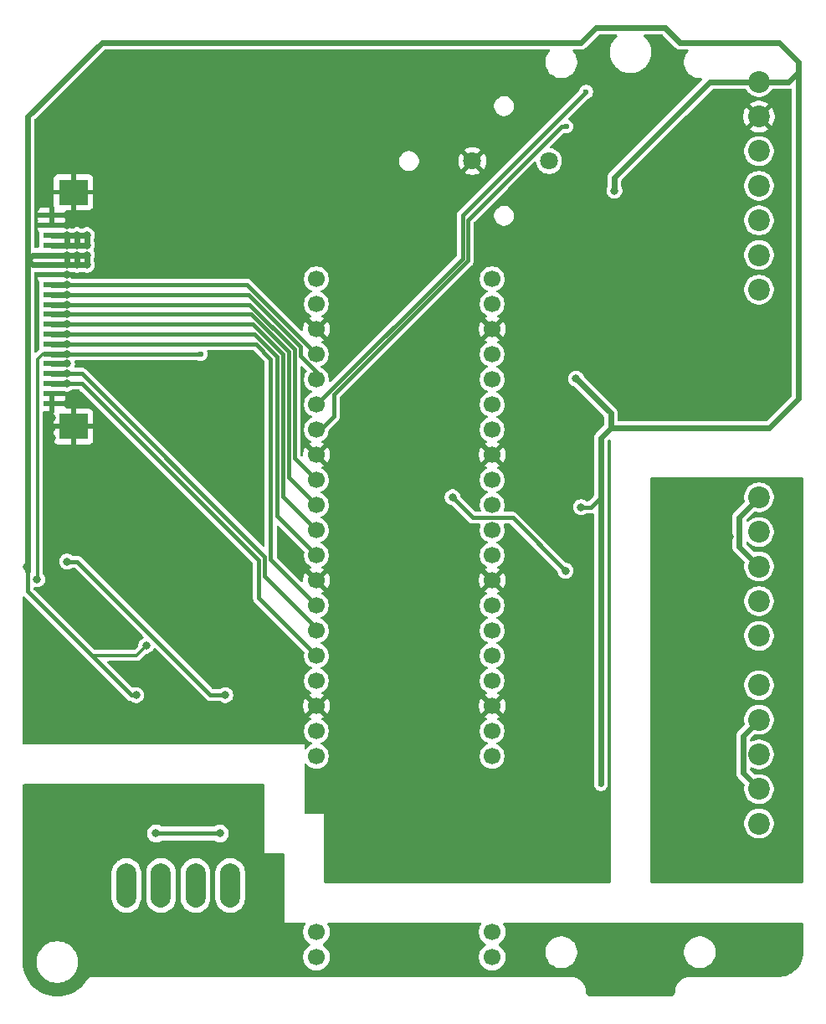
<source format=gbr>
%TF.GenerationSoftware,KiCad,Pcbnew,9.0.5*%
%TF.CreationDate,2025-10-31T11:51:33+03:00*%
%TF.ProjectId,PMCPU-LLP,504d4350-552d-44c4-9c50-2e6b69636164,rev?*%
%TF.SameCoordinates,Original*%
%TF.FileFunction,Copper,L2,Bot*%
%TF.FilePolarity,Positive*%
%FSLAX46Y46*%
G04 Gerber Fmt 4.6, Leading zero omitted, Abs format (unit mm)*
G04 Created by KiCad (PCBNEW 9.0.5) date 2025-10-31 11:51:33*
%MOMM*%
%LPD*%
G01*
G04 APERTURE LIST*
%TA.AperFunction,ComponentPad*%
%ADD10O,6.350000X6.350000*%
%TD*%
%TA.AperFunction,ComponentPad*%
%ADD11C,1.800000*%
%TD*%
%TA.AperFunction,ComponentPad*%
%ADD12C,2.200000*%
%TD*%
%TA.AperFunction,ComponentPad*%
%ADD13C,1.700000*%
%TD*%
%TA.AperFunction,ComponentPad*%
%ADD14C,2.000000*%
%TD*%
%TA.AperFunction,SMDPad,CuDef*%
%ADD15R,1.800000X0.600000*%
%TD*%
%TA.AperFunction,SMDPad,CuDef*%
%ADD16R,3.000000X2.600000*%
%TD*%
%TA.AperFunction,ViaPad*%
%ADD17C,0.800000*%
%TD*%
%TA.AperFunction,ViaPad*%
%ADD18C,0.600000*%
%TD*%
%TA.AperFunction,Conductor*%
%ADD19C,0.400000*%
%TD*%
%TA.AperFunction,Conductor*%
%ADD20C,0.600000*%
%TD*%
%TA.AperFunction,Conductor*%
%ADD21C,2.000000*%
%TD*%
%TA.AperFunction,Conductor*%
%ADD22C,0.300000*%
%TD*%
G04 APERTURE END LIST*
D10*
%TO.P,PE1,1*%
%TO.N,PE*%
X22000000Y-46000000D03*
%TD*%
D11*
%TO.P,J1,1,1*%
%TO.N,/Vbat*%
X13750000Y35000000D03*
%TO.P,J1,2,2*%
%TO.N,GND_CPU*%
X6000000Y35000000D03*
%TD*%
D12*
%TO.P,J2,1,Pin_1*%
%TO.N,unconnected-(J2-Pin_1-Pad1)*%
X35000000Y-32000000D03*
%TO.P,J2,2,Pin_2*%
%TO.N,/CANL*%
X35000000Y-28500000D03*
%TO.P,J2,3,Pin_3*%
%TO.N,/CANH*%
X35000000Y-25000000D03*
%TO.P,J2,4,Pin_4*%
%TO.N,/CANL*%
X35000000Y-21500000D03*
%TO.P,J2,5,Pin_5*%
%TO.N,/CANH*%
X35000000Y-18000000D03*
%TD*%
D13*
%TO.P,U3,1,RM_IO22*%
%TO.N,/WDT*%
X-9780000Y23080000D03*
%TO.P,U3,2,RM_IO23*%
%TO.N,/UART1_RTS*%
X-9780000Y20540000D03*
%TO.P,U3,3,GND*%
%TO.N,GND_CPU*%
X-9780000Y18000000D03*
%TO.P,U3,4,RM_IO12*%
%TO.N,/SPI0_MOSI*%
X-9780000Y15460000D03*
%TO.P,U3,5,RM_IO13*%
%TO.N,/SPI0_MISO*%
X-9780000Y12920000D03*
%TO.P,U3,6,RM_IO0*%
%TO.N,/I2C2_SDA*%
X-9780000Y10380000D03*
%TO.P,U3,7,RM_IO1*%
%TO.N,/I2C2_SCL*%
X-9780000Y7840000D03*
%TO.P,U3,8,GND*%
%TO.N,GND_CPU*%
X-9780000Y5300000D03*
%TO.P,U3,9,RM_IO11*%
%TO.N,/SPI0_SCK*%
X-9780000Y2760000D03*
%TO.P,U3,10,RM_IO10*%
%TO.N,/SPI0_CS0*%
X-9780000Y220000D03*
%TO.P,U3,11,RM_IO9*%
%TO.N,/SPI0_CS1*%
X-9780000Y-2320000D03*
%TO.P,U3,12,RM_IO8*%
%TO.N,/SPI0_CS2*%
X-9780000Y-4860000D03*
%TO.P,U3,13,GND*%
%TO.N,GND_CPU*%
X-9780000Y-7400000D03*
%TO.P,U3,14,RM_IO7*%
%TO.N,/SPI0_CS3*%
X-9780000Y-9940000D03*
%TO.P,U3,15,RM_IO6*%
%TO.N,/I2C0_SDA*%
X-9780000Y-12480000D03*
%TO.P,U3,16,RM_IO5*%
%TO.N,/I2C0_SCL*%
X-9780000Y-15020000D03*
%TO.P,U3,17,RM_IO4*%
%TO.N,/UART1_RX*%
X-9780000Y-17560000D03*
%TO.P,U3,18,GND*%
%TO.N,GND_CPU*%
X-9780000Y-20100000D03*
%TO.P,U3,19,RM_IO3*%
%TO.N,/CAN0_TXD*%
X-9780000Y-22640000D03*
%TO.P,U3,20,RM_IO2*%
%TO.N,/CAN0_RXD*%
X-9780000Y-25180000D03*
%TO.P,U3,21,RM_IO31*%
%TO.N,/CAN1_RXD*%
X8000000Y-25180000D03*
%TO.P,U3,22,RM_IO30*%
%TO.N,/CAN1_TXD*%
X8000000Y-22640000D03*
%TO.P,U3,23,GND*%
%TO.N,GND_CPU*%
X8000000Y-20100000D03*
%TO.P,U3,24,RM_IO29*%
%TO.N,/UART1_TX*%
X8000000Y-17560000D03*
%TO.P,U3,25,RM_IO28*%
%TO.N,/HMI_RES*%
X8000000Y-15020000D03*
%TO.P,U3,26,RM_IO27*%
%TO.N,/HMI_DC*%
X8000000Y-12480000D03*
%TO.P,U3,27,RM_IO26*%
%TO.N,/HMI_CS*%
X8000000Y-9940000D03*
%TO.P,U3,28,GND*%
%TO.N,GND_CPU*%
X8000000Y-7400000D03*
%TO.P,U3,29,RM_IO25*%
%TO.N,/HMI_CLK*%
X8000000Y-4860000D03*
%TO.P,U3,30,RESET*%
%TO.N,unconnected-(U3-RESET-Pad30)*%
X8000000Y-2320000D03*
%TO.P,U3,31,ADC2*%
%TO.N,/LED_1*%
X8000000Y220000D03*
%TO.P,U3,32,ADC3*%
%TO.N,/LED_0*%
X8000000Y2760000D03*
%TO.P,U3,33,GND*%
%TO.N,GND_CPU*%
X8000000Y5300000D03*
%TO.P,U3,34,RM_IO24*%
%TO.N,/HMI_DIN*%
X8000000Y7840000D03*
%TO.P,U3,35,NC*%
%TO.N,unconnected-(U3-NC-Pad35)*%
X8000000Y10380000D03*
%TO.P,U3,36,3V3_OUT*%
%TO.N,Net-(D1-A)*%
X8000000Y12920000D03*
%TO.P,U3,37,3V3_EN*%
%TO.N,unconnected-(U3-3V3_EN-Pad37)*%
X8000000Y15460000D03*
%TO.P,U3,38,GND*%
%TO.N,GND_CPU*%
X8000000Y18000000D03*
%TO.P,U3,39,VSYS*%
%TO.N,+5V_CPU*%
X8000000Y20540000D03*
%TO.P,U3,40,VBUS*%
%TO.N,unconnected-(U3-VBUS-Pad40)*%
X8000000Y23080000D03*
%TO.P,U3,41,NC*%
%TO.N,unconnected-(U3-NC-Pad41)*%
X-9780000Y-42960000D03*
%TO.P,U3,42,NC*%
%TO.N,unconnected-(U3-NC-Pad42)*%
X8000000Y-42960000D03*
%TO.P,U3,43,NC*%
%TO.N,unconnected-(U3-NC-Pad43)*%
X-9780000Y-45500000D03*
%TO.P,U3,44,NC*%
%TO.N,unconnected-(U3-NC-Pad44)*%
X8000000Y-45500000D03*
%TD*%
D12*
%TO.P,J14,1,Pin_1*%
%TO.N,unconnected-(J14-Pin_1-Pad1)*%
X35000000Y-13000000D03*
%TO.P,J14,2,Pin_2*%
%TO.N,/RS485-B*%
X35000000Y-9500000D03*
%TO.P,J14,3,Pin_3*%
%TO.N,/RS485-A*%
X35000000Y-6000000D03*
%TO.P,J14,4,Pin_4*%
%TO.N,/RS485-B*%
X35000000Y-2500000D03*
%TO.P,J14,5,Pin_5*%
%TO.N,/RS485-A*%
X35000000Y1000000D03*
%TD*%
%TO.P,J13,1,Pin_1*%
%TO.N,/HMI_RES*%
X35000000Y22000000D03*
%TO.P,J13,2,Pin_2*%
%TO.N,/HMI_DC*%
X35000000Y25500000D03*
%TO.P,J13,3,Pin_3*%
%TO.N,/HMI_CS*%
X35000000Y29000000D03*
%TO.P,J13,4,Pin_4*%
%TO.N,/HMI_CLK*%
X35000000Y32500000D03*
%TO.P,J13,5,Pin_5*%
%TO.N,/HMI_DIN*%
X35000000Y36000000D03*
%TO.P,J13,6,Pin_6*%
%TO.N,GND_CPU*%
X35000000Y39500000D03*
%TO.P,J13,7,Pin_7*%
%TO.N,+3.3V_CPU*%
X35000000Y43000000D03*
%TD*%
D14*
%TO.P,J3,1,Pin_1*%
%TO.N,+24V_BUS*%
X-29000000Y-37000000D03*
%TO.P,J3,2,Pin_3*%
%TO.N,GND_BUS*%
X-25500000Y-37000000D03*
%TO.P,J3,3,3*%
%TO.N,/CANL_BUS*%
X-22000000Y-37000000D03*
%TO.P,J3,4,4*%
%TO.N,/CANH_BUS*%
X-18500000Y-37000000D03*
%TO.P,J3,5,Pin_9*%
%TO.N,PE*%
X-15000000Y-37000000D03*
%TO.P,J3,6,Pin_2*%
%TO.N,+24V_BUS*%
X-29000000Y-39500000D03*
%TO.P,J3,7,Pin_4*%
%TO.N,GND_BUS*%
X-25500000Y-39500000D03*
%TO.P,J3,8,Pin_6*%
%TO.N,/CANL_BUS*%
X-22000000Y-39500000D03*
%TO.P,J3,9,Pin_8*%
%TO.N,/CANH_BUS*%
X-18500000Y-39500000D03*
%TO.P,J3,10,Pin_10*%
%TO.N,PE*%
X-15000000Y-39500000D03*
%TD*%
D15*
%TO.P,JM2,1,Pin_1*%
%TO.N,GND_CPU*%
X-36546000Y29500000D03*
%TO.P,JM2,2,Pin_2*%
X-36546000Y28500000D03*
%TO.P,JM2,3,Pin_3*%
%TO.N,+5V_CPU*%
X-36546000Y27500000D03*
%TO.P,JM2,4,Pin_4*%
X-36546000Y26500000D03*
%TO.P,JM2,5,Pin_5*%
%TO.N,+3.3V_CPU*%
X-36546000Y25500000D03*
%TO.P,JM2,6,Pin_6*%
X-36546000Y24500000D03*
%TO.P,JM2,7,Pin_7*%
%TO.N,GND_CPU*%
X-36546000Y23500000D03*
%TO.P,JM2,8,Pin_8*%
%TO.N,/SPI0_MOSI*%
X-36546000Y22500000D03*
%TO.P,JM2,9,Pin_9*%
%TO.N,/SPI0_MISO*%
X-36546000Y21500000D03*
%TO.P,JM2,10,Pin_10*%
%TO.N,/SPI0_SCK*%
X-36546000Y20500000D03*
%TO.P,JM2,11,Pin_11*%
%TO.N,/SPI0_CS0*%
X-36546000Y19500000D03*
%TO.P,JM2,12,Pin_11*%
%TO.N,/SPI0_CS1*%
X-36546000Y18500000D03*
%TO.P,JM2,13,Pin_11*%
%TO.N,/SPI0_CS2*%
X-36546000Y17500000D03*
%TO.P,JM2,14,Pin_11*%
%TO.N,/SPI0_CS3*%
X-36546000Y16500000D03*
%TO.P,JM2,15,Pin_11*%
%TO.N,/RST*%
X-36546000Y15500000D03*
%TO.P,JM2,16,Pin_11*%
%TO.N,Net-(JM1-Pin_5)*%
X-36546000Y14500000D03*
%TO.P,JM2,17,Pin_11*%
%TO.N,/I2C0_SDA*%
X-36546000Y13500000D03*
%TO.P,JM2,18,Pin_11*%
%TO.N,/I2C0_SCL*%
X-36546000Y12500000D03*
%TO.P,JM2,19,Pin_11*%
%TO.N,GND_CPU*%
X-36546000Y11500000D03*
%TO.P,JM2,20,Pin_11*%
X-36546000Y10500000D03*
D16*
%TO.P,JM2,MP1,Pin_11*%
X-34375000Y31850000D03*
%TO.P,JM2,MP2,Pin_11*%
X-34375000Y8150000D03*
%TD*%
D17*
%TO.N,/I2C0_SDA*%
X-35000000Y13500000D03*
%TO.N,/I2C0_SCL*%
X-35000000Y12500000D03*
D18*
%TO.N,/I2C2_SDA*%
X17500000Y42000000D03*
D17*
%TO.N,+3.3V_CPU*%
X-34000000Y25500000D03*
X-28000000Y-19000000D03*
X-35000000Y24500000D03*
D18*
X19000000Y-28000000D03*
D17*
X20365000Y32000000D03*
X-35000000Y25500000D03*
X16500000Y13000000D03*
X-39065687Y-6065685D03*
X-33000000Y25500000D03*
X-33000000Y24500000D03*
X-27000000Y-14000000D03*
X-34000000Y24500000D03*
X17000000Y0D03*
%TO.N,+5V_CPU*%
X-34000000Y26500000D03*
X-35000000Y26500000D03*
X-19000000Y-19000000D03*
X-33000000Y26500000D03*
X-35000000Y27500000D03*
X-34000000Y27500000D03*
X-33000000Y27500000D03*
X-35000000Y-5500000D03*
D18*
%TO.N,/I2C2_SCL*%
X15500000Y38500000D03*
D17*
%TO.N,/SPI0_MOSI*%
X-35000000Y22500000D03*
%TO.N,/SPI0_CS2*%
X-35000000Y17500000D03*
%TO.N,/SPI0_CS1*%
X-35000000Y18500000D03*
%TO.N,/SPI0_CS3*%
X-35000000Y16500000D03*
%TO.N,/SPI0_MISO*%
X-35000000Y21500000D03*
%TO.N,GND_EXT*%
X29000000Y-16000000D03*
X29000000Y-3000000D03*
X29000000Y-29000000D03*
X30000000Y-15000000D03*
X31000000Y-29000000D03*
X31000000Y-16000000D03*
X30000000Y-30000000D03*
X32000000Y-3000000D03*
%TO.N,/SPI0_CS0*%
X-35000000Y19500000D03*
%TO.N,/SPI0_SCK*%
X-35000000Y20500000D03*
%TO.N,Net-(JM1-Pin_5)*%
X-35000000Y14500000D03*
%TO.N,GND_CPU*%
X-32000000Y32000000D03*
X-21000000Y9000000D03*
X-20000000Y-16000000D03*
X15000000Y3000000D03*
D18*
X16500000Y-19500000D03*
D17*
X-32000000Y-3000000D03*
D18*
X15500000Y-29500000D03*
D17*
X-22000000Y8000000D03*
X-32000000Y33000000D03*
X-35000000Y23500000D03*
X-32000000Y-18000000D03*
X-32000000Y-17000000D03*
X-17500000Y23500000D03*
X-32000000Y8000000D03*
X-16000000Y-16000000D03*
X-32000000Y7000000D03*
X-32000000Y31000000D03*
X-20000000Y8000000D03*
D18*
X15500000Y-9500000D03*
D17*
X-35000000Y10500000D03*
X-37000000Y-17000000D03*
X15000000Y1000000D03*
X-36500000Y8000000D03*
X-16000000Y-20000000D03*
X-21500000Y-19500000D03*
X-20000000Y10000000D03*
X-32000000Y-2000000D03*
X13000000Y-1000000D03*
X-36500000Y7000000D03*
X-32000000Y9000000D03*
X13000000Y-6000000D03*
X-22000000Y10000000D03*
X-24000000Y-14000000D03*
X-32000000Y-1000000D03*
X15000000Y-3000000D03*
X-32000000Y-19000000D03*
X-30000000Y-21000000D03*
X-36500000Y9000000D03*
D18*
X16500000Y-30500000D03*
D17*
X12000000Y-23000000D03*
X-21000000Y-17000000D03*
D18*
X17500000Y-30500000D03*
D17*
X-37000000Y-18000000D03*
X-35000000Y29500000D03*
X-35000000Y28500000D03*
X16000000Y2000000D03*
D18*
X15500000Y-10500000D03*
D17*
X-37000000Y-19000000D03*
%TO.N,+5V_BUS*%
X-19555000Y-33000000D03*
X-26000000Y-33000000D03*
%TO.N,/RST*%
X-35000000Y15500000D03*
D18*
X-21500000Y15500000D03*
D17*
X-38022769Y-7300004D03*
%TO.N,/UART1_RTS*%
X15426186Y-6426186D03*
X4000000Y1000000D03*
%TD*%
D19*
%TO.N,/I2C0_SDA*%
X-33500000Y13500000D02*
X-15005000Y-4995000D01*
X-15005000Y-4995000D02*
X-15005000Y-6995000D01*
X-9780000Y-12220000D02*
X-9780000Y-12480000D01*
X-35000000Y13500000D02*
X-33500000Y13500000D01*
X-15005000Y-6995000D02*
X-9780000Y-12220000D01*
D20*
X-36546000Y13500000D02*
X-35000000Y13500000D01*
D19*
%TO.N,/I2C0_SCL*%
X-15606000Y-9194000D02*
X-9780000Y-15020000D01*
D20*
X-36546000Y12500000D02*
X-35000000Y12500000D01*
D19*
X-33500000Y12500000D02*
X-15606000Y-5394000D01*
X-35000000Y12500000D02*
X-33500000Y12500000D01*
X-15606000Y-5394000D02*
X-15606000Y-9194000D01*
%TO.N,/I2C2_SDA*%
X5000000Y29500000D02*
X17500000Y42000000D01*
X5000000Y25160000D02*
X5000000Y29500000D01*
X-9780000Y10380000D02*
X5000000Y25160000D01*
D21*
%TO.N,PE*%
X-15000000Y-37000000D02*
X-15000000Y-39500000D01*
%TO.N,+24V_BUS*%
X-29000000Y-37000000D02*
X-29000000Y-39500000D01*
D20*
%TO.N,+3.3V_CPU*%
X19000000Y1000000D02*
X19000000Y-28000000D01*
X-34000000Y24500000D02*
X-33000000Y24500000D01*
X-39000000Y39500000D02*
X-31500000Y47000000D01*
X-31500000Y47000000D02*
X-20199000Y47000000D01*
X-39000000Y39500000D02*
X-39000000Y-6500000D01*
X20365000Y33365000D02*
X30000000Y43000000D01*
X-39000000Y25000000D02*
X-39000000Y39500000D01*
X-36546000Y25500000D02*
X-35000000Y25500000D01*
X39000000Y11000000D02*
X36000000Y8000000D01*
X-20199000Y47000000D02*
X-18000000Y47000000D01*
X25500000Y48500000D02*
X27000000Y47000000D01*
D19*
X-28000000Y-19000000D02*
X-28500000Y-19000000D01*
D20*
X20000000Y8000000D02*
X19000000Y7000000D01*
X38000000Y43000000D02*
X39000000Y44000000D01*
X39000000Y45000000D02*
X39000000Y44000000D01*
X39000000Y41000000D02*
X39000000Y11000000D01*
D22*
X-32500000Y-15000000D02*
X-32750000Y-14750000D01*
X-28000000Y-15000000D02*
X-32500000Y-15000000D01*
D20*
X27000000Y47000000D02*
X37000000Y47000000D01*
X20000000Y9500000D02*
X20000000Y8000000D01*
D19*
X-39000000Y-8500000D02*
X-39000000Y-7000000D01*
D20*
X-35000000Y25500000D02*
X-35000000Y24500000D01*
D19*
X-39000000Y-7000000D02*
X-39000000Y-6500000D01*
X18000000Y0D02*
X19000000Y1000000D01*
D20*
X-36546000Y24500000D02*
X-35000000Y24500000D01*
X-34000000Y25500000D02*
X-34000000Y24500000D01*
D19*
X-32750000Y-14750000D02*
X-39000000Y-8500000D01*
D20*
X35000000Y43000000D02*
X38000000Y43000000D01*
X-38500000Y24500000D02*
X-39000000Y25000000D01*
X-16000000Y47000000D02*
X9000000Y47000000D01*
X39000000Y44000000D02*
X39000000Y41000000D01*
X-18000000Y47000000D02*
X-16000000Y47000000D01*
D22*
X-28000000Y-15000000D02*
X-27000000Y-14000000D01*
D20*
X-35000000Y25500000D02*
X-34000000Y25500000D01*
X-36546000Y25500000D02*
X-38500000Y25500000D01*
X30000000Y43000000D02*
X35000000Y43000000D01*
X-35000000Y24500000D02*
X-34000000Y24500000D01*
X20365000Y32000000D02*
X20365000Y33365000D01*
X16500000Y13000000D02*
X20000000Y9500000D01*
X9000000Y47000000D02*
X17000000Y47000000D01*
X-38500000Y25500000D02*
X-39000000Y25000000D01*
X18500000Y48500000D02*
X25500000Y48500000D01*
X-36546000Y24500000D02*
X-38500000Y24500000D01*
X-34000000Y25500000D02*
X-33000000Y25500000D01*
X-33000000Y25500000D02*
X-33000000Y24500000D01*
D19*
X17000000Y0D02*
X18000000Y0D01*
X-28500000Y-19000000D02*
X-32750000Y-14750000D01*
D20*
X19000000Y7000000D02*
X19000000Y1000000D01*
X37000000Y47000000D02*
X39000000Y45000000D01*
X17000000Y47000000D02*
X18500000Y48500000D01*
X36000000Y8000000D02*
X20000000Y8000000D01*
D21*
%TO.N,GND_BUS*%
X-25500000Y-37000000D02*
X-25500000Y-39500000D01*
D19*
%TO.N,+5V_CPU*%
X-20500000Y-19000000D02*
X-19000000Y-19000000D01*
D20*
X-36546000Y27500000D02*
X-35000000Y27500000D01*
D19*
X-34000000Y-5500000D02*
X-20500000Y-19000000D01*
D20*
X-33000000Y27500000D02*
X-33000000Y26500000D01*
D19*
X-35000000Y-5500000D02*
X-34000000Y-5500000D01*
D20*
X-34000000Y27500000D02*
X-34000000Y26500000D01*
X-34000000Y27500000D02*
X-33000000Y27500000D01*
X-35000000Y26500000D02*
X-34000000Y26500000D01*
X-36546000Y26500000D02*
X-35000000Y26500000D01*
X-34000000Y26500000D02*
X-33000000Y26500000D01*
X-35000000Y27500000D02*
X-35000000Y26500000D01*
X-35000000Y27500000D02*
X-34000000Y27500000D01*
D19*
%TO.N,/I2C2_SCL*%
X-8000000Y11380768D02*
X5551000Y24931768D01*
X-9390765Y7840000D02*
X-8000000Y9230765D01*
X5551000Y24931768D02*
X5551000Y29051000D01*
X5551000Y29051000D02*
X15000000Y38500000D01*
X-9780000Y7840000D02*
X-9390765Y7840000D01*
X-8000000Y9230765D02*
X-8000000Y11380768D01*
X15000000Y38500000D02*
X15500000Y38500000D01*
D20*
%TO.N,/SPI0_MOSI*%
X-36546000Y22500000D02*
X-35000000Y22500000D01*
D19*
X-16820000Y22500000D02*
X-16660000Y22340000D01*
X-9780000Y15460000D02*
X-16660000Y22340000D01*
X-35000000Y22500000D02*
X-16820000Y22500000D01*
%TO.N,/SPI0_CS2*%
X-16069710Y17500000D02*
X-35000000Y17500000D01*
X-9780000Y-4860000D02*
X-13803000Y-837000D01*
D20*
X-36546000Y17500000D02*
X-35000000Y17500000D01*
D19*
X-13803000Y-837000D02*
X-13803000Y15233290D01*
X-13803000Y15233290D02*
X-16069710Y17500000D01*
%TO.N,/SPI0_CS1*%
X-13202000Y15482232D02*
X-16219768Y18500000D01*
D20*
X-36546000Y18500000D02*
X-35000000Y18500000D01*
D19*
X-9780000Y-2320000D02*
X-13202000Y1102000D01*
X-13202000Y1102000D02*
X-13202000Y15482232D01*
X-16219768Y18500000D02*
X-35000000Y18500000D01*
%TO.N,/SPI0_CS3*%
X-9780000Y-9940000D02*
X-14404000Y-5316000D01*
D20*
X-36546000Y16500000D02*
X-35000000Y16500000D01*
D19*
X-14404000Y-5316000D02*
X-14404000Y14984348D01*
X-15919652Y16500000D02*
X-35000000Y16500000D01*
X-14404000Y14984348D02*
X-15919652Y16500000D01*
D20*
%TO.N,/SPI0_MISO*%
X-36546000Y21500000D02*
X-35000000Y21500000D01*
D19*
X-11399000Y16229058D02*
X-16669942Y21500000D01*
X-9780000Y12920000D02*
X-9780000Y13690818D01*
X-11399000Y15309818D02*
X-11399000Y16229058D01*
X-16669942Y21500000D02*
X-35000000Y21500000D01*
X-9780000Y13690818D02*
X-11399000Y15309818D01*
D20*
%TO.N,/SPI0_CS0*%
X-36546000Y19500000D02*
X-35000000Y19500000D01*
D19*
X-9780000Y220000D02*
X-12601000Y3041000D01*
X-12601000Y15731174D02*
X-16369826Y19500000D01*
X-16369826Y19500000D02*
X-35000000Y19500000D01*
X-12601000Y3041000D02*
X-12601000Y15731174D01*
%TO.N,/SPI0_SCK*%
X-9780000Y2760000D02*
X-12000000Y4980000D01*
X-12000000Y15980116D02*
X-16519884Y20500000D01*
X-12000000Y4980000D02*
X-12000000Y15980116D01*
D20*
X-36546000Y20500000D02*
X-35000000Y20500000D01*
D19*
X-16519884Y20500000D02*
X-35000000Y20500000D01*
D20*
%TO.N,Net-(JM1-Pin_5)*%
X-35000000Y14500000D02*
X-36546000Y14500000D01*
%TO.N,/CANL*%
X33399000Y-26899000D02*
X35000000Y-28500000D01*
X35000000Y-21500000D02*
X33399000Y-23101000D01*
X33399000Y-23101000D02*
X33399000Y-26899000D01*
D19*
%TO.N,+5V_BUS*%
X-19555000Y-33000000D02*
X-26000000Y-33000000D01*
D21*
%TO.N,/CANH_BUS*%
X-18500000Y-37000000D02*
X-18500000Y-39500000D01*
%TO.N,/CANL_BUS*%
X-22000000Y-37000000D02*
X-22000000Y-39500000D01*
D20*
%TO.N,/RST*%
X-36546000Y15500000D02*
X-35000000Y15500000D01*
D22*
X-38000000Y-7277235D02*
X-38022769Y-7300004D01*
X-36546000Y15500000D02*
X-37448000Y15500000D01*
X-37448000Y15500000D02*
X-38000000Y14948000D01*
D19*
X-35000000Y15500000D02*
X-21500000Y15500000D01*
D22*
X-38000000Y14948000D02*
X-38000000Y-5500000D01*
X-38000000Y-5500000D02*
X-38000000Y-7277235D01*
D19*
%TO.N,/UART1_RTS*%
X4000000Y1000000D02*
X6069000Y-1069000D01*
X10069000Y-1069000D02*
X15426186Y-6426186D01*
X6069000Y-1069000D02*
X10069000Y-1069000D01*
D20*
%TO.N,/RS485-A*%
X33000000Y-1000000D02*
X33000000Y-4000000D01*
X33000000Y-4000000D02*
X35000000Y-6000000D01*
X35000000Y1000000D02*
X33000000Y-1000000D01*
%TD*%
%TA.AperFunction,Conductor*%
%TO.N,PE*%
G36*
X-15056961Y-28019685D02*
G01*
X-15011206Y-28072489D01*
X-15000000Y-28124000D01*
X-15000000Y-35000000D01*
X-13124000Y-35000000D01*
X-13056961Y-35019685D01*
X-13011206Y-35072489D01*
X-13000000Y-35124000D01*
X-13000000Y-42000000D01*
X-10995193Y-42000000D01*
X-10928154Y-42019685D01*
X-10882399Y-42072489D01*
X-10872455Y-42141647D01*
X-10894875Y-42196885D01*
X-10935049Y-42252179D01*
X-11031556Y-42441585D01*
X-11097247Y-42643760D01*
X-11130500Y-42853713D01*
X-11130500Y-43066286D01*
X-11097247Y-43276239D01*
X-11031556Y-43478414D01*
X-10935049Y-43667820D01*
X-10810110Y-43839786D01*
X-10659787Y-43990109D01*
X-10487818Y-44115050D01*
X-10479054Y-44119516D01*
X-10428258Y-44167491D01*
X-10411464Y-44235312D01*
X-10434002Y-44301447D01*
X-10479054Y-44340484D01*
X-10487818Y-44344949D01*
X-10659787Y-44469890D01*
X-10810110Y-44620213D01*
X-10935049Y-44792179D01*
X-11031556Y-44981585D01*
X-11097247Y-45183760D01*
X-11119359Y-45323369D01*
X-11130500Y-45393713D01*
X-11130500Y-45606287D01*
X-11097246Y-45816243D01*
X-11036493Y-46003222D01*
X-11031556Y-46018414D01*
X-10935049Y-46207820D01*
X-10810110Y-46379786D01*
X-10659787Y-46530109D01*
X-10487821Y-46655048D01*
X-10487819Y-46655049D01*
X-10487816Y-46655051D01*
X-10298412Y-46751557D01*
X-10096243Y-46817246D01*
X-9886287Y-46850500D01*
X-9886286Y-46850500D01*
X-9673714Y-46850500D01*
X-9673713Y-46850500D01*
X-9463757Y-46817246D01*
X-9261588Y-46751557D01*
X-9072184Y-46655051D01*
X-8961296Y-46574487D01*
X-8900214Y-46530109D01*
X-8900212Y-46530106D01*
X-8900208Y-46530104D01*
X-8749896Y-46379792D01*
X-8749894Y-46379788D01*
X-8749891Y-46379786D01*
X-8624952Y-46207820D01*
X-8624953Y-46207820D01*
X-8624949Y-46207816D01*
X-8528443Y-46018412D01*
X-8462754Y-45816243D01*
X-8429500Y-45606287D01*
X-8429500Y-45393713D01*
X-8462754Y-45183757D01*
X-8528443Y-44981588D01*
X-8624949Y-44792184D01*
X-8624951Y-44792181D01*
X-8624952Y-44792179D01*
X-8749891Y-44620213D01*
X-8900214Y-44469890D01*
X-9072180Y-44344951D01*
X-9072885Y-44344591D01*
X-9080946Y-44340485D01*
X-9131741Y-44292512D01*
X-9148537Y-44224692D01*
X-9126001Y-44158556D01*
X-9080946Y-44119515D01*
X-9072184Y-44115051D01*
X-8923057Y-44006705D01*
X-8900214Y-43990109D01*
X-8900212Y-43990106D01*
X-8900208Y-43990104D01*
X-8749896Y-43839792D01*
X-8749894Y-43839788D01*
X-8749891Y-43839786D01*
X-8624952Y-43667820D01*
X-8624953Y-43667820D01*
X-8624949Y-43667816D01*
X-8528443Y-43478412D01*
X-8462754Y-43276243D01*
X-8429500Y-43066287D01*
X-8429500Y-42853713D01*
X-8462754Y-42643757D01*
X-8528443Y-42441588D01*
X-8624949Y-42252184D01*
X-8624951Y-42252181D01*
X-8624952Y-42252179D01*
X-8665125Y-42196885D01*
X-8688605Y-42131078D01*
X-8672779Y-42063025D01*
X-8622673Y-42014330D01*
X-8564807Y-42000000D01*
X6784807Y-42000000D01*
X6851846Y-42019685D01*
X6897601Y-42072489D01*
X6907545Y-42141647D01*
X6885125Y-42196885D01*
X6844951Y-42252179D01*
X6748444Y-42441585D01*
X6682753Y-42643760D01*
X6649500Y-42853713D01*
X6649500Y-43066286D01*
X6682753Y-43276239D01*
X6748444Y-43478414D01*
X6844951Y-43667820D01*
X6969890Y-43839786D01*
X7120213Y-43990109D01*
X7292182Y-44115050D01*
X7300946Y-44119516D01*
X7351742Y-44167491D01*
X7368536Y-44235312D01*
X7345998Y-44301447D01*
X7300946Y-44340484D01*
X7292182Y-44344949D01*
X7120213Y-44469890D01*
X6969890Y-44620213D01*
X6844951Y-44792179D01*
X6748444Y-44981585D01*
X6682753Y-45183760D01*
X6660641Y-45323369D01*
X6649500Y-45393713D01*
X6649500Y-45606287D01*
X6682754Y-45816243D01*
X6743507Y-46003222D01*
X6748444Y-46018414D01*
X6844951Y-46207820D01*
X6969890Y-46379786D01*
X7120213Y-46530109D01*
X7292179Y-46655048D01*
X7292181Y-46655049D01*
X7292184Y-46655051D01*
X7481588Y-46751557D01*
X7683757Y-46817246D01*
X7893713Y-46850500D01*
X7893714Y-46850500D01*
X8106286Y-46850500D01*
X8106287Y-46850500D01*
X8316243Y-46817246D01*
X8518412Y-46751557D01*
X8707816Y-46655051D01*
X8818704Y-46574487D01*
X8879786Y-46530109D01*
X8879788Y-46530106D01*
X8879792Y-46530104D01*
X9030104Y-46379792D01*
X9030106Y-46379788D01*
X9030109Y-46379786D01*
X9155048Y-46207820D01*
X9155047Y-46207820D01*
X9155051Y-46207816D01*
X9251557Y-46018412D01*
X9317246Y-45816243D01*
X9350500Y-45606287D01*
X9350500Y-45393713D01*
X9317246Y-45183757D01*
X9251557Y-44981588D01*
X9196758Y-44874038D01*
X13399500Y-44874038D01*
X13399500Y-45125961D01*
X13438910Y-45374785D01*
X13516760Y-45614383D01*
X13631132Y-45838848D01*
X13779201Y-46042649D01*
X13779205Y-46042654D01*
X13957345Y-46220794D01*
X13957350Y-46220798D01*
X14135117Y-46349952D01*
X14161155Y-46368870D01*
X14304184Y-46441747D01*
X14385616Y-46483239D01*
X14385618Y-46483239D01*
X14385621Y-46483241D01*
X14625215Y-46561090D01*
X14874038Y-46600500D01*
X14874039Y-46600500D01*
X15125961Y-46600500D01*
X15125962Y-46600500D01*
X15374785Y-46561090D01*
X15614379Y-46483241D01*
X15838845Y-46368870D01*
X16042656Y-46220793D01*
X16220793Y-46042656D01*
X16368870Y-45838845D01*
X16483241Y-45614379D01*
X16561090Y-45374785D01*
X16600500Y-45125962D01*
X16600500Y-44874038D01*
X27399500Y-44874038D01*
X27399500Y-45125961D01*
X27438910Y-45374785D01*
X27516760Y-45614383D01*
X27631132Y-45838848D01*
X27779201Y-46042649D01*
X27779205Y-46042654D01*
X27957345Y-46220794D01*
X27957350Y-46220798D01*
X28135117Y-46349952D01*
X28161155Y-46368870D01*
X28304184Y-46441747D01*
X28385616Y-46483239D01*
X28385618Y-46483239D01*
X28385621Y-46483241D01*
X28625215Y-46561090D01*
X28874038Y-46600500D01*
X28874039Y-46600500D01*
X29125961Y-46600500D01*
X29125962Y-46600500D01*
X29374785Y-46561090D01*
X29614379Y-46483241D01*
X29838845Y-46368870D01*
X30042656Y-46220793D01*
X30220793Y-46042656D01*
X30368870Y-45838845D01*
X30483241Y-45614379D01*
X30561090Y-45374785D01*
X30600500Y-45125962D01*
X30600500Y-44874038D01*
X30561090Y-44625215D01*
X30483241Y-44385621D01*
X30483239Y-44385618D01*
X30483239Y-44385616D01*
X30414013Y-44249754D01*
X30368870Y-44161155D01*
X30256656Y-44006705D01*
X30220798Y-43957350D01*
X30220794Y-43957345D01*
X30042654Y-43779205D01*
X30042649Y-43779201D01*
X29838848Y-43631132D01*
X29838847Y-43631131D01*
X29838845Y-43631130D01*
X29768747Y-43595413D01*
X29614383Y-43516760D01*
X29374785Y-43438910D01*
X29125962Y-43399500D01*
X28874038Y-43399500D01*
X28749626Y-43419205D01*
X28625214Y-43438910D01*
X28385616Y-43516760D01*
X28161151Y-43631132D01*
X27957350Y-43779201D01*
X27957345Y-43779205D01*
X27779205Y-43957345D01*
X27779201Y-43957350D01*
X27631132Y-44161151D01*
X27516760Y-44385616D01*
X27438910Y-44625214D01*
X27399500Y-44874038D01*
X16600500Y-44874038D01*
X16561090Y-44625215D01*
X16483241Y-44385621D01*
X16483239Y-44385618D01*
X16483239Y-44385616D01*
X16414013Y-44249754D01*
X16368870Y-44161155D01*
X16256656Y-44006705D01*
X16220798Y-43957350D01*
X16220794Y-43957345D01*
X16042654Y-43779205D01*
X16042649Y-43779201D01*
X15838848Y-43631132D01*
X15838847Y-43631131D01*
X15838845Y-43631130D01*
X15768747Y-43595413D01*
X15614383Y-43516760D01*
X15374785Y-43438910D01*
X15125962Y-43399500D01*
X14874038Y-43399500D01*
X14749626Y-43419205D01*
X14625214Y-43438910D01*
X14385616Y-43516760D01*
X14161151Y-43631132D01*
X13957350Y-43779201D01*
X13957345Y-43779205D01*
X13779205Y-43957345D01*
X13779201Y-43957350D01*
X13631132Y-44161151D01*
X13516760Y-44385616D01*
X13438910Y-44625214D01*
X13399500Y-44874038D01*
X9196758Y-44874038D01*
X9155051Y-44792184D01*
X9155049Y-44792181D01*
X9155048Y-44792179D01*
X9030109Y-44620213D01*
X8879786Y-44469890D01*
X8707820Y-44344951D01*
X8707115Y-44344591D01*
X8699054Y-44340485D01*
X8648259Y-44292512D01*
X8631463Y-44224692D01*
X8653999Y-44158556D01*
X8699054Y-44119515D01*
X8707816Y-44115051D01*
X8856943Y-44006705D01*
X8879786Y-43990109D01*
X8879788Y-43990106D01*
X8879792Y-43990104D01*
X9030104Y-43839792D01*
X9030106Y-43839788D01*
X9030109Y-43839786D01*
X9155048Y-43667820D01*
X9155047Y-43667820D01*
X9155051Y-43667816D01*
X9251557Y-43478412D01*
X9317246Y-43276243D01*
X9350500Y-43066287D01*
X9350500Y-42853713D01*
X9317246Y-42643757D01*
X9251557Y-42441588D01*
X9155051Y-42252184D01*
X9155049Y-42252181D01*
X9155048Y-42252179D01*
X9114875Y-42196885D01*
X9091395Y-42131078D01*
X9107221Y-42063025D01*
X9157327Y-42014330D01*
X9215193Y-42000000D01*
X39375500Y-42000000D01*
X39442539Y-42019685D01*
X39488294Y-42072489D01*
X39499500Y-42124000D01*
X39499500Y-44996249D01*
X39499274Y-45003736D01*
X39481728Y-45293794D01*
X39479923Y-45308659D01*
X39428219Y-45590798D01*
X39424635Y-45605336D01*
X39339306Y-45879167D01*
X39333997Y-45893168D01*
X39216275Y-46154736D01*
X39209316Y-46167995D01*
X39060928Y-46413459D01*
X39052422Y-46425782D01*
X38875526Y-46651573D01*
X38865596Y-46662781D01*
X38662781Y-46865596D01*
X38651573Y-46875526D01*
X38425782Y-47052422D01*
X38413459Y-47060928D01*
X38167995Y-47209316D01*
X38154736Y-47216275D01*
X37893168Y-47333997D01*
X37879167Y-47339306D01*
X37605336Y-47424635D01*
X37590798Y-47428219D01*
X37308659Y-47479923D01*
X37293794Y-47481728D01*
X37003736Y-47499274D01*
X36996249Y-47499500D01*
X27892682Y-47499500D01*
X27680235Y-47530044D01*
X27680225Y-47530047D01*
X27474284Y-47590517D01*
X27279061Y-47679672D01*
X27279048Y-47679679D01*
X27098485Y-47795720D01*
X26936275Y-47936275D01*
X26795720Y-48098485D01*
X26679679Y-48279048D01*
X26679672Y-48279061D01*
X26590517Y-48474284D01*
X26530047Y-48680225D01*
X26530044Y-48680235D01*
X26499500Y-48892682D01*
X26499500Y-48993038D01*
X26498720Y-49006922D01*
X26498720Y-49006923D01*
X26488540Y-49097264D01*
X26482362Y-49124333D01*
X26454648Y-49203537D01*
X26442600Y-49228555D01*
X26397957Y-49299604D01*
X26380644Y-49321313D01*
X26321313Y-49380644D01*
X26299604Y-49397957D01*
X26228555Y-49442600D01*
X26203537Y-49454648D01*
X26124333Y-49482362D01*
X26097264Y-49488540D01*
X26017075Y-49497576D01*
X26006921Y-49498720D01*
X25993038Y-49499500D01*
X18006962Y-49499500D01*
X17993078Y-49498720D01*
X17980553Y-49497308D01*
X17902735Y-49488540D01*
X17875666Y-49482362D01*
X17796462Y-49454648D01*
X17771444Y-49442600D01*
X17700395Y-49397957D01*
X17678686Y-49380644D01*
X17619355Y-49321313D01*
X17602042Y-49299604D01*
X17557399Y-49228555D01*
X17545351Y-49203537D01*
X17543861Y-49199280D01*
X17517636Y-49124331D01*
X17511459Y-49097263D01*
X17501280Y-49006922D01*
X17500500Y-48993038D01*
X17500500Y-48892683D01*
X17500500Y-48892682D01*
X17469954Y-48680231D01*
X17409484Y-48474290D01*
X17409483Y-48474288D01*
X17409482Y-48474284D01*
X17320327Y-48279061D01*
X17320320Y-48279048D01*
X17249102Y-48168231D01*
X17204281Y-48098487D01*
X17124227Y-48006100D01*
X17063724Y-47936275D01*
X16901514Y-47795720D01*
X16901513Y-47795719D01*
X16820979Y-47743963D01*
X16720951Y-47679679D01*
X16720938Y-47679672D01*
X16525715Y-47590517D01*
X16319774Y-47530047D01*
X16319764Y-47530044D01*
X16128754Y-47502582D01*
X16107318Y-47499500D01*
X16065892Y-47499500D01*
X-32601792Y-47499500D01*
X-32729088Y-47533608D01*
X-32843214Y-47599500D01*
X-32936400Y-47692685D01*
X-32967736Y-47746958D01*
X-32971126Y-47752489D01*
X-33165305Y-48051501D01*
X-33172934Y-48062002D01*
X-33395280Y-48336575D01*
X-33403965Y-48346220D01*
X-33653780Y-48596036D01*
X-33663425Y-48604721D01*
X-33937998Y-48827066D01*
X-33948499Y-48834695D01*
X-34244797Y-49027113D01*
X-34256037Y-49033603D01*
X-34570837Y-49194001D01*
X-34582694Y-49199280D01*
X-34912528Y-49325891D01*
X-34924872Y-49329902D01*
X-35266142Y-49421346D01*
X-35278839Y-49424044D01*
X-35627783Y-49479310D01*
X-35640690Y-49480667D01*
X-35993510Y-49499158D01*
X-36006490Y-49499158D01*
X-36359311Y-49480667D01*
X-36372218Y-49479310D01*
X-36721162Y-49424044D01*
X-36733859Y-49421346D01*
X-37075130Y-49329902D01*
X-37087474Y-49325891D01*
X-37417308Y-49199280D01*
X-37429165Y-49194001D01*
X-37559663Y-49127509D01*
X-37743971Y-49033599D01*
X-37755190Y-49027122D01*
X-38051508Y-48834691D01*
X-38062002Y-48827066D01*
X-38336576Y-48604721D01*
X-38346221Y-48596036D01*
X-38596037Y-48346220D01*
X-38604722Y-48336575D01*
X-38741044Y-48168231D01*
X-38827074Y-48061992D01*
X-38834689Y-48051511D01*
X-39027121Y-47755190D01*
X-39033597Y-47743976D01*
X-39194007Y-47429153D01*
X-39199276Y-47417317D01*
X-39325894Y-47087468D01*
X-39329903Y-47075129D01*
X-39334748Y-47057048D01*
X-39421349Y-46733852D01*
X-39424045Y-46721161D01*
X-39431098Y-46676632D01*
X-39471623Y-46420760D01*
X-39479311Y-46372217D01*
X-39480668Y-46359310D01*
X-39499330Y-46003222D01*
X-39499500Y-45996732D01*
X-39499500Y-45862332D01*
X-38100500Y-45862332D01*
X-38100500Y-46137667D01*
X-38100499Y-46137684D01*
X-38064562Y-46410655D01*
X-38064561Y-46410660D01*
X-38064560Y-46410666D01*
X-38028928Y-46543649D01*
X-37993296Y-46676630D01*
X-37887925Y-46931017D01*
X-37887920Y-46931028D01*
X-37817832Y-47052422D01*
X-37750249Y-47169479D01*
X-37750247Y-47169482D01*
X-37750246Y-47169483D01*
X-37582630Y-47387926D01*
X-37582624Y-47387933D01*
X-37387934Y-47582623D01*
X-37387928Y-47582628D01*
X-37169479Y-47750249D01*
X-37057294Y-47815019D01*
X-36931029Y-47887919D01*
X-36931024Y-47887921D01*
X-36931021Y-47887923D01*
X-36676632Y-47993295D01*
X-36410666Y-48064560D01*
X-36137674Y-48100500D01*
X-36137667Y-48100500D01*
X-35862333Y-48100500D01*
X-35862326Y-48100500D01*
X-35589334Y-48064560D01*
X-35323368Y-47993295D01*
X-35068979Y-47887923D01*
X-34830521Y-47750249D01*
X-34612072Y-47582628D01*
X-34417372Y-47387928D01*
X-34249751Y-47169479D01*
X-34112077Y-46931021D01*
X-34006705Y-46676632D01*
X-33935440Y-46410666D01*
X-33899500Y-46137674D01*
X-33899500Y-45862326D01*
X-33935440Y-45589334D01*
X-34006705Y-45323368D01*
X-34112077Y-45068979D01*
X-34112079Y-45068976D01*
X-34112081Y-45068971D01*
X-34189945Y-44934108D01*
X-34249751Y-44830521D01*
X-34417372Y-44612072D01*
X-34417377Y-44612066D01*
X-34612067Y-44417376D01*
X-34612074Y-44417370D01*
X-34830517Y-44249754D01*
X-34830518Y-44249753D01*
X-34830521Y-44249751D01*
X-34972999Y-44167491D01*
X-35068972Y-44112080D01*
X-35068983Y-44112075D01*
X-35323370Y-44006704D01*
X-35456351Y-43971072D01*
X-35589334Y-43935440D01*
X-35589340Y-43935439D01*
X-35589345Y-43935438D01*
X-35862316Y-43899501D01*
X-35862321Y-43899500D01*
X-35862326Y-43899500D01*
X-36137674Y-43899500D01*
X-36137680Y-43899500D01*
X-36137685Y-43899501D01*
X-36410656Y-43935438D01*
X-36410663Y-43935439D01*
X-36410666Y-43935440D01*
X-36466875Y-43950500D01*
X-36676631Y-44006704D01*
X-36931018Y-44112075D01*
X-36931029Y-44112080D01*
X-37169484Y-44249754D01*
X-37387927Y-44417370D01*
X-37387934Y-44417376D01*
X-37582624Y-44612066D01*
X-37582630Y-44612073D01*
X-37750246Y-44830516D01*
X-37887920Y-45068971D01*
X-37887925Y-45068982D01*
X-37993296Y-45323369D01*
X-38064559Y-45589331D01*
X-38064562Y-45589344D01*
X-38100499Y-45862315D01*
X-38100500Y-45862332D01*
X-39499500Y-45862332D01*
X-39499500Y-36881902D01*
X-30500500Y-36881902D01*
X-30500500Y-39618097D01*
X-30463554Y-39851368D01*
X-30390567Y-40075996D01*
X-30283343Y-40286433D01*
X-30144517Y-40477510D01*
X-29977510Y-40644517D01*
X-29786433Y-40783343D01*
X-29687009Y-40834002D01*
X-29575997Y-40890566D01*
X-29575995Y-40890566D01*
X-29575992Y-40890568D01*
X-29455588Y-40929689D01*
X-29351369Y-40963553D01*
X-29118097Y-41000500D01*
X-29118092Y-41000500D01*
X-28881903Y-41000500D01*
X-28648632Y-40963553D01*
X-28424008Y-40890568D01*
X-28213567Y-40783343D01*
X-28022490Y-40644517D01*
X-27855483Y-40477510D01*
X-27716657Y-40286433D01*
X-27609432Y-40075992D01*
X-27536447Y-39851368D01*
X-27499500Y-39618097D01*
X-27499500Y-36881902D01*
X-27000500Y-36881902D01*
X-27000500Y-39618097D01*
X-26963554Y-39851368D01*
X-26890567Y-40075996D01*
X-26783343Y-40286433D01*
X-26644517Y-40477510D01*
X-26477510Y-40644517D01*
X-26286433Y-40783343D01*
X-26187009Y-40834002D01*
X-26075997Y-40890566D01*
X-26075995Y-40890566D01*
X-26075992Y-40890568D01*
X-25955588Y-40929689D01*
X-25851369Y-40963553D01*
X-25618097Y-41000500D01*
X-25618092Y-41000500D01*
X-25381903Y-41000500D01*
X-25148632Y-40963553D01*
X-24924008Y-40890568D01*
X-24713567Y-40783343D01*
X-24522490Y-40644517D01*
X-24355483Y-40477510D01*
X-24216657Y-40286433D01*
X-24109432Y-40075992D01*
X-24036447Y-39851368D01*
X-23999500Y-39618097D01*
X-23999500Y-36881902D01*
X-23500500Y-36881902D01*
X-23500500Y-39618097D01*
X-23463554Y-39851368D01*
X-23390567Y-40075996D01*
X-23283343Y-40286433D01*
X-23144517Y-40477510D01*
X-22977510Y-40644517D01*
X-22786433Y-40783343D01*
X-22687009Y-40834002D01*
X-22575997Y-40890566D01*
X-22575995Y-40890566D01*
X-22575992Y-40890568D01*
X-22455588Y-40929689D01*
X-22351369Y-40963553D01*
X-22118097Y-41000500D01*
X-22118092Y-41000500D01*
X-21881903Y-41000500D01*
X-21648632Y-40963553D01*
X-21424008Y-40890568D01*
X-21213567Y-40783343D01*
X-21022490Y-40644517D01*
X-20855483Y-40477510D01*
X-20716657Y-40286433D01*
X-20609432Y-40075992D01*
X-20536447Y-39851368D01*
X-20499500Y-39618097D01*
X-20499500Y-36881902D01*
X-20000500Y-36881902D01*
X-20000500Y-39618097D01*
X-19963554Y-39851368D01*
X-19890567Y-40075996D01*
X-19783343Y-40286433D01*
X-19644517Y-40477510D01*
X-19477510Y-40644517D01*
X-19286433Y-40783343D01*
X-19187009Y-40834002D01*
X-19075997Y-40890566D01*
X-19075995Y-40890566D01*
X-19075992Y-40890568D01*
X-18955588Y-40929689D01*
X-18851369Y-40963553D01*
X-18618097Y-41000500D01*
X-18618092Y-41000500D01*
X-18381903Y-41000500D01*
X-18148632Y-40963553D01*
X-17924008Y-40890568D01*
X-17713567Y-40783343D01*
X-17522490Y-40644517D01*
X-17355483Y-40477510D01*
X-17216657Y-40286433D01*
X-17109432Y-40075992D01*
X-17036447Y-39851368D01*
X-16999500Y-39618097D01*
X-16999500Y-36881902D01*
X-17036447Y-36648631D01*
X-17109434Y-36424003D01*
X-17216658Y-36213566D01*
X-17355483Y-36022490D01*
X-17522490Y-35855483D01*
X-17713567Y-35716657D01*
X-17924004Y-35609433D01*
X-18148632Y-35536446D01*
X-18381903Y-35499500D01*
X-18381908Y-35499500D01*
X-18618092Y-35499500D01*
X-18618097Y-35499500D01*
X-18851369Y-35536446D01*
X-19075997Y-35609433D01*
X-19286434Y-35716657D01*
X-19395450Y-35795862D01*
X-19477510Y-35855483D01*
X-19477512Y-35855485D01*
X-19477513Y-35855485D01*
X-19644515Y-36022487D01*
X-19644515Y-36022488D01*
X-19644517Y-36022490D01*
X-19704138Y-36104550D01*
X-19783343Y-36213566D01*
X-19890567Y-36424003D01*
X-19963554Y-36648631D01*
X-20000500Y-36881902D01*
X-20499500Y-36881902D01*
X-20536447Y-36648631D01*
X-20609434Y-36424003D01*
X-20716658Y-36213566D01*
X-20855483Y-36022490D01*
X-21022490Y-35855483D01*
X-21213567Y-35716657D01*
X-21424004Y-35609433D01*
X-21648632Y-35536446D01*
X-21881903Y-35499500D01*
X-21881908Y-35499500D01*
X-22118092Y-35499500D01*
X-22118097Y-35499500D01*
X-22351369Y-35536446D01*
X-22575997Y-35609433D01*
X-22786434Y-35716657D01*
X-22895450Y-35795862D01*
X-22977510Y-35855483D01*
X-22977512Y-35855485D01*
X-22977513Y-35855485D01*
X-23144515Y-36022487D01*
X-23144515Y-36022488D01*
X-23144517Y-36022490D01*
X-23204138Y-36104550D01*
X-23283343Y-36213566D01*
X-23390567Y-36424003D01*
X-23463554Y-36648631D01*
X-23500500Y-36881902D01*
X-23999500Y-36881902D01*
X-24036447Y-36648631D01*
X-24109434Y-36424003D01*
X-24216658Y-36213566D01*
X-24355483Y-36022490D01*
X-24522490Y-35855483D01*
X-24713567Y-35716657D01*
X-24924004Y-35609433D01*
X-25148632Y-35536446D01*
X-25381903Y-35499500D01*
X-25381908Y-35499500D01*
X-25618092Y-35499500D01*
X-25618097Y-35499500D01*
X-25851369Y-35536446D01*
X-26075997Y-35609433D01*
X-26286434Y-35716657D01*
X-26395450Y-35795862D01*
X-26477510Y-35855483D01*
X-26477512Y-35855485D01*
X-26477513Y-35855485D01*
X-26644515Y-36022487D01*
X-26644515Y-36022488D01*
X-26644517Y-36022490D01*
X-26704138Y-36104550D01*
X-26783343Y-36213566D01*
X-26890567Y-36424003D01*
X-26963554Y-36648631D01*
X-27000500Y-36881902D01*
X-27499500Y-36881902D01*
X-27536447Y-36648631D01*
X-27609434Y-36424003D01*
X-27716658Y-36213566D01*
X-27855483Y-36022490D01*
X-28022490Y-35855483D01*
X-28213567Y-35716657D01*
X-28424004Y-35609433D01*
X-28648632Y-35536446D01*
X-28881903Y-35499500D01*
X-28881908Y-35499500D01*
X-29118092Y-35499500D01*
X-29118097Y-35499500D01*
X-29351369Y-35536446D01*
X-29575997Y-35609433D01*
X-29786434Y-35716657D01*
X-29895450Y-35795862D01*
X-29977510Y-35855483D01*
X-29977512Y-35855485D01*
X-29977513Y-35855485D01*
X-30144515Y-36022487D01*
X-30144515Y-36022488D01*
X-30144517Y-36022490D01*
X-30204138Y-36104550D01*
X-30283343Y-36213566D01*
X-30390567Y-36424003D01*
X-30463554Y-36648631D01*
X-30500500Y-36881902D01*
X-39499500Y-36881902D01*
X-39499500Y-32911304D01*
X-26900500Y-32911304D01*
X-26900500Y-33088695D01*
X-26865897Y-33262658D01*
X-26865894Y-33262667D01*
X-26798017Y-33426540D01*
X-26798010Y-33426553D01*
X-26699465Y-33574034D01*
X-26699462Y-33574038D01*
X-26574039Y-33699461D01*
X-26574035Y-33699464D01*
X-26426554Y-33798009D01*
X-26426541Y-33798016D01*
X-26303637Y-33848923D01*
X-26262666Y-33865894D01*
X-26262664Y-33865894D01*
X-26262659Y-33865896D01*
X-26088696Y-33900499D01*
X-26088693Y-33900500D01*
X-26088691Y-33900500D01*
X-25911307Y-33900500D01*
X-25911306Y-33900499D01*
X-25853318Y-33888964D01*
X-25737342Y-33865896D01*
X-25737339Y-33865894D01*
X-25737334Y-33865894D01*
X-25573453Y-33798013D01*
X-25458791Y-33721397D01*
X-25392114Y-33700520D01*
X-25389900Y-33700500D01*
X-20165100Y-33700500D01*
X-20098061Y-33720185D01*
X-20096212Y-33721396D01*
X-19981547Y-33798013D01*
X-19817666Y-33865894D01*
X-19817664Y-33865894D01*
X-19817659Y-33865896D01*
X-19643696Y-33900499D01*
X-19643693Y-33900500D01*
X-19643691Y-33900500D01*
X-19466307Y-33900500D01*
X-19466306Y-33900499D01*
X-19408318Y-33888964D01*
X-19292342Y-33865896D01*
X-19292339Y-33865894D01*
X-19292334Y-33865894D01*
X-19128453Y-33798013D01*
X-18980965Y-33699464D01*
X-18855536Y-33574035D01*
X-18756987Y-33426547D01*
X-18689106Y-33262666D01*
X-18654500Y-33088691D01*
X-18654500Y-32911309D01*
X-18654500Y-32911306D01*
X-18654501Y-32911304D01*
X-18689104Y-32737341D01*
X-18689107Y-32737332D01*
X-18756984Y-32573459D01*
X-18756991Y-32573446D01*
X-18855536Y-32425965D01*
X-18855539Y-32425961D01*
X-18980962Y-32300538D01*
X-18980966Y-32300535D01*
X-19128447Y-32201990D01*
X-19128460Y-32201983D01*
X-19292333Y-32134106D01*
X-19292342Y-32134103D01*
X-19466306Y-32099500D01*
X-19466309Y-32099500D01*
X-19643691Y-32099500D01*
X-19643694Y-32099500D01*
X-19817659Y-32134103D01*
X-19817668Y-32134106D01*
X-19981548Y-32201987D01*
X-19981550Y-32201988D01*
X-20096209Y-32278602D01*
X-20162886Y-32299480D01*
X-20165100Y-32299500D01*
X-25389900Y-32299500D01*
X-25456939Y-32279815D01*
X-25458791Y-32278602D01*
X-25573451Y-32201988D01*
X-25573453Y-32201987D01*
X-25737333Y-32134106D01*
X-25737342Y-32134103D01*
X-25911306Y-32099500D01*
X-25911309Y-32099500D01*
X-26088691Y-32099500D01*
X-26088694Y-32099500D01*
X-26262659Y-32134103D01*
X-26262668Y-32134106D01*
X-26426541Y-32201983D01*
X-26426554Y-32201990D01*
X-26574035Y-32300535D01*
X-26574039Y-32300538D01*
X-26699462Y-32425961D01*
X-26699465Y-32425965D01*
X-26798010Y-32573446D01*
X-26798017Y-32573459D01*
X-26865894Y-32737332D01*
X-26865897Y-32737341D01*
X-26900500Y-32911304D01*
X-39499500Y-32911304D01*
X-39499500Y-28124000D01*
X-39479815Y-28056961D01*
X-39427011Y-28011206D01*
X-39375500Y-28000000D01*
X-15124000Y-28000000D01*
X-15056961Y-28019685D01*
G37*
%TD.AperFunction*%
%TD*%
%TA.AperFunction,Conductor*%
%TO.N,GND_EXT*%
G36*
X39442539Y2980315D02*
G01*
X39488294Y2927511D01*
X39499500Y2876000D01*
X39499500Y-37876000D01*
X39479815Y-37943039D01*
X39427011Y-37988794D01*
X39375500Y-38000000D01*
X24124000Y-38000000D01*
X24056961Y-37980315D01*
X24011206Y-37927511D01*
X24000000Y-37876000D01*
X24000000Y-31881902D01*
X33499500Y-31881902D01*
X33499500Y-32118097D01*
X33536446Y-32351368D01*
X33609433Y-32575996D01*
X33716657Y-32786433D01*
X33855483Y-32977510D01*
X34022490Y-33144517D01*
X34213567Y-33283343D01*
X34312991Y-33334002D01*
X34424003Y-33390566D01*
X34424005Y-33390566D01*
X34424008Y-33390568D01*
X34544412Y-33429689D01*
X34648631Y-33463553D01*
X34881903Y-33500500D01*
X34881908Y-33500500D01*
X35118097Y-33500500D01*
X35351368Y-33463553D01*
X35575992Y-33390568D01*
X35786433Y-33283343D01*
X35977510Y-33144517D01*
X36144517Y-32977510D01*
X36283343Y-32786433D01*
X36390568Y-32575992D01*
X36463553Y-32351368D01*
X36500500Y-32118097D01*
X36500500Y-31881902D01*
X36463553Y-31648631D01*
X36390566Y-31424003D01*
X36283342Y-31213566D01*
X36144517Y-31022490D01*
X35977510Y-30855483D01*
X35786433Y-30716657D01*
X35575996Y-30609433D01*
X35351368Y-30536446D01*
X35118097Y-30499500D01*
X35118092Y-30499500D01*
X34881908Y-30499500D01*
X34881903Y-30499500D01*
X34648631Y-30536446D01*
X34424003Y-30609433D01*
X34213566Y-30716657D01*
X34104550Y-30795862D01*
X34022490Y-30855483D01*
X34022488Y-30855485D01*
X34022487Y-30855485D01*
X33855485Y-31022487D01*
X33855485Y-31022488D01*
X33855483Y-31022490D01*
X33795862Y-31104550D01*
X33716657Y-31213566D01*
X33609433Y-31424003D01*
X33536446Y-31648631D01*
X33499500Y-31881902D01*
X24000000Y-31881902D01*
X24000000Y-26967996D01*
X32698499Y-26967996D01*
X32725418Y-27103322D01*
X32725421Y-27103332D01*
X32778222Y-27230807D01*
X32854887Y-27345545D01*
X32854888Y-27345546D01*
X33512518Y-28003175D01*
X33546003Y-28064498D01*
X33542769Y-28129170D01*
X33536447Y-28148627D01*
X33536447Y-28148628D01*
X33499500Y-28381902D01*
X33499500Y-28618097D01*
X33536446Y-28851368D01*
X33609433Y-29075996D01*
X33716657Y-29286433D01*
X33855483Y-29477510D01*
X34022490Y-29644517D01*
X34213567Y-29783343D01*
X34312991Y-29834002D01*
X34424003Y-29890566D01*
X34424005Y-29890566D01*
X34424008Y-29890568D01*
X34544412Y-29929689D01*
X34648631Y-29963553D01*
X34881903Y-30000500D01*
X34881908Y-30000500D01*
X35118097Y-30000500D01*
X35351368Y-29963553D01*
X35575992Y-29890568D01*
X35786433Y-29783343D01*
X35977510Y-29644517D01*
X36144517Y-29477510D01*
X36283343Y-29286433D01*
X36390568Y-29075992D01*
X36463553Y-28851368D01*
X36500500Y-28618097D01*
X36500500Y-28381902D01*
X36463553Y-28148631D01*
X36390566Y-27924003D01*
X36283342Y-27713566D01*
X36144517Y-27522490D01*
X35977510Y-27355483D01*
X35786433Y-27216657D01*
X35575996Y-27109433D01*
X35351368Y-27036446D01*
X35118097Y-26999500D01*
X35118092Y-26999500D01*
X34881908Y-26999500D01*
X34881903Y-26999500D01*
X34648628Y-27036447D01*
X34648627Y-27036447D01*
X34629170Y-27042769D01*
X34559329Y-27044762D01*
X34503175Y-27012518D01*
X34135819Y-26645162D01*
X34121115Y-26618234D01*
X34104523Y-26592416D01*
X34103631Y-26586215D01*
X34102334Y-26583839D01*
X34099500Y-26557481D01*
X34099500Y-26427572D01*
X34119185Y-26360533D01*
X34171989Y-26314778D01*
X34241147Y-26304834D01*
X34279790Y-26317085D01*
X34365061Y-26360533D01*
X34424003Y-26390566D01*
X34424005Y-26390566D01*
X34424008Y-26390568D01*
X34537894Y-26427572D01*
X34648631Y-26463553D01*
X34881903Y-26500500D01*
X34881908Y-26500500D01*
X35118097Y-26500500D01*
X35351368Y-26463553D01*
X35575992Y-26390568D01*
X35786433Y-26283343D01*
X35977510Y-26144517D01*
X36144517Y-25977510D01*
X36283343Y-25786433D01*
X36390568Y-25575992D01*
X36463553Y-25351368D01*
X36500500Y-25118097D01*
X36500500Y-24881902D01*
X36463553Y-24648631D01*
X36390566Y-24424003D01*
X36283342Y-24213566D01*
X36144517Y-24022490D01*
X35977510Y-23855483D01*
X35786433Y-23716657D01*
X35744253Y-23695165D01*
X35575996Y-23609433D01*
X35351368Y-23536446D01*
X35118097Y-23499500D01*
X35118092Y-23499500D01*
X34881908Y-23499500D01*
X34881903Y-23499500D01*
X34648631Y-23536446D01*
X34424003Y-23609433D01*
X34279795Y-23682912D01*
X34277089Y-23683420D01*
X34275011Y-23685221D01*
X34242961Y-23689829D01*
X34211126Y-23695808D01*
X34208576Y-23694773D01*
X34205853Y-23695165D01*
X34176394Y-23681711D01*
X34146385Y-23669532D01*
X34144799Y-23667282D01*
X34142297Y-23666140D01*
X34124788Y-23638896D01*
X34106128Y-23612425D01*
X34105555Y-23608968D01*
X34104523Y-23607362D01*
X34099500Y-23572427D01*
X34099500Y-23442518D01*
X34119185Y-23375479D01*
X34135815Y-23354841D01*
X34503177Y-22987478D01*
X34564498Y-22953995D01*
X34629175Y-22957230D01*
X34648632Y-22963553D01*
X34736110Y-22977408D01*
X34881903Y-23000500D01*
X34881908Y-23000500D01*
X35118097Y-23000500D01*
X35351368Y-22963553D01*
X35380784Y-22953995D01*
X35575992Y-22890568D01*
X35786433Y-22783343D01*
X35977510Y-22644517D01*
X36144517Y-22477510D01*
X36283343Y-22286433D01*
X36390568Y-22075992D01*
X36463553Y-21851368D01*
X36500500Y-21618097D01*
X36500500Y-21381902D01*
X36463553Y-21148631D01*
X36390566Y-20924003D01*
X36283342Y-20713566D01*
X36144517Y-20522490D01*
X35977510Y-20355483D01*
X35786433Y-20216657D01*
X35575996Y-20109433D01*
X35351368Y-20036446D01*
X35118097Y-19999500D01*
X35118092Y-19999500D01*
X34881908Y-19999500D01*
X34881903Y-19999500D01*
X34648631Y-20036446D01*
X34424003Y-20109433D01*
X34213566Y-20216657D01*
X34104550Y-20295862D01*
X34022490Y-20355483D01*
X34022488Y-20355485D01*
X34022487Y-20355485D01*
X33855485Y-20522487D01*
X33855485Y-20522488D01*
X33855483Y-20522490D01*
X33795862Y-20604550D01*
X33716657Y-20713566D01*
X33609433Y-20924003D01*
X33536446Y-21148631D01*
X33499500Y-21381902D01*
X33499500Y-21618097D01*
X33536447Y-21851369D01*
X33536447Y-21851372D01*
X33542768Y-21870824D01*
X33544763Y-21940665D01*
X33512518Y-21996823D01*
X32854887Y-22654454D01*
X32778222Y-22769192D01*
X32725421Y-22896667D01*
X32725418Y-22896677D01*
X32698500Y-23032004D01*
X32698500Y-23032007D01*
X32698500Y-26830006D01*
X32698500Y-26967994D01*
X32698500Y-26967996D01*
X32698499Y-26967996D01*
X24000000Y-26967996D01*
X24000000Y-17881902D01*
X33499500Y-17881902D01*
X33499500Y-18118097D01*
X33536446Y-18351368D01*
X33609433Y-18575996D01*
X33716657Y-18786433D01*
X33855483Y-18977510D01*
X34022490Y-19144517D01*
X34213567Y-19283343D01*
X34312991Y-19334002D01*
X34424003Y-19390566D01*
X34424005Y-19390566D01*
X34424008Y-19390568D01*
X34544412Y-19429689D01*
X34648631Y-19463553D01*
X34881903Y-19500500D01*
X34881908Y-19500500D01*
X35118097Y-19500500D01*
X35351368Y-19463553D01*
X35575992Y-19390568D01*
X35786433Y-19283343D01*
X35977510Y-19144517D01*
X36144517Y-18977510D01*
X36283343Y-18786433D01*
X36390568Y-18575992D01*
X36463553Y-18351368D01*
X36500500Y-18118097D01*
X36500500Y-17881902D01*
X36463553Y-17648631D01*
X36390566Y-17424003D01*
X36283342Y-17213566D01*
X36144517Y-17022490D01*
X35977510Y-16855483D01*
X35786433Y-16716657D01*
X35575996Y-16609433D01*
X35351368Y-16536446D01*
X35118097Y-16499500D01*
X35118092Y-16499500D01*
X34881908Y-16499500D01*
X34881903Y-16499500D01*
X34648631Y-16536446D01*
X34424003Y-16609433D01*
X34213566Y-16716657D01*
X34104550Y-16795862D01*
X34022490Y-16855483D01*
X34022488Y-16855485D01*
X34022487Y-16855485D01*
X33855485Y-17022487D01*
X33855485Y-17022488D01*
X33855483Y-17022490D01*
X33795862Y-17104550D01*
X33716657Y-17213566D01*
X33609433Y-17424003D01*
X33536446Y-17648631D01*
X33499500Y-17881902D01*
X24000000Y-17881902D01*
X24000000Y-12881902D01*
X33499500Y-12881902D01*
X33499500Y-13118097D01*
X33536446Y-13351368D01*
X33609433Y-13575996D01*
X33716657Y-13786433D01*
X33855483Y-13977510D01*
X34022490Y-14144517D01*
X34213567Y-14283343D01*
X34312991Y-14334002D01*
X34424003Y-14390566D01*
X34424005Y-14390566D01*
X34424008Y-14390568D01*
X34544412Y-14429689D01*
X34648631Y-14463553D01*
X34881903Y-14500500D01*
X34881908Y-14500500D01*
X35118097Y-14500500D01*
X35351368Y-14463553D01*
X35575992Y-14390568D01*
X35786433Y-14283343D01*
X35977510Y-14144517D01*
X36144517Y-13977510D01*
X36283343Y-13786433D01*
X36390568Y-13575992D01*
X36463553Y-13351368D01*
X36500500Y-13118097D01*
X36500500Y-12881902D01*
X36463553Y-12648631D01*
X36390566Y-12424003D01*
X36283342Y-12213566D01*
X36144517Y-12022490D01*
X35977510Y-11855483D01*
X35786433Y-11716657D01*
X35575996Y-11609433D01*
X35351368Y-11536446D01*
X35118097Y-11499500D01*
X35118092Y-11499500D01*
X34881908Y-11499500D01*
X34881903Y-11499500D01*
X34648631Y-11536446D01*
X34424003Y-11609433D01*
X34213566Y-11716657D01*
X34104550Y-11795862D01*
X34022490Y-11855483D01*
X34022488Y-11855485D01*
X34022487Y-11855485D01*
X33855485Y-12022487D01*
X33855485Y-12022488D01*
X33855483Y-12022490D01*
X33795862Y-12104550D01*
X33716657Y-12213566D01*
X33609433Y-12424003D01*
X33536446Y-12648631D01*
X33499500Y-12881902D01*
X24000000Y-12881902D01*
X24000000Y-9381902D01*
X33499500Y-9381902D01*
X33499500Y-9618097D01*
X33536446Y-9851368D01*
X33609433Y-10075996D01*
X33716657Y-10286433D01*
X33855483Y-10477510D01*
X34022490Y-10644517D01*
X34213567Y-10783343D01*
X34312991Y-10834002D01*
X34424003Y-10890566D01*
X34424005Y-10890566D01*
X34424008Y-10890568D01*
X34544412Y-10929689D01*
X34648631Y-10963553D01*
X34881903Y-11000500D01*
X34881908Y-11000500D01*
X35118097Y-11000500D01*
X35351368Y-10963553D01*
X35575992Y-10890568D01*
X35786433Y-10783343D01*
X35977510Y-10644517D01*
X36144517Y-10477510D01*
X36283343Y-10286433D01*
X36390568Y-10075992D01*
X36463553Y-9851368D01*
X36500500Y-9618097D01*
X36500500Y-9381902D01*
X36463553Y-9148631D01*
X36390566Y-8924003D01*
X36283342Y-8713566D01*
X36144517Y-8522490D01*
X35977510Y-8355483D01*
X35786433Y-8216657D01*
X35575996Y-8109433D01*
X35351368Y-8036446D01*
X35118097Y-7999500D01*
X35118092Y-7999500D01*
X34881908Y-7999500D01*
X34881903Y-7999500D01*
X34648631Y-8036446D01*
X34424003Y-8109433D01*
X34213566Y-8216657D01*
X34104550Y-8295862D01*
X34022490Y-8355483D01*
X34022488Y-8355485D01*
X34022487Y-8355485D01*
X33855485Y-8522487D01*
X33855485Y-8522488D01*
X33855483Y-8522490D01*
X33795862Y-8604550D01*
X33716657Y-8713566D01*
X33609433Y-8924003D01*
X33536446Y-9148631D01*
X33499500Y-9381902D01*
X24000000Y-9381902D01*
X24000000Y-4068996D01*
X32299499Y-4068996D01*
X32326418Y-4204322D01*
X32326421Y-4204332D01*
X32379222Y-4331807D01*
X32455887Y-4446545D01*
X32455888Y-4446546D01*
X33512518Y-5503175D01*
X33546003Y-5564498D01*
X33542769Y-5629170D01*
X33536447Y-5648627D01*
X33536447Y-5648628D01*
X33499500Y-5881902D01*
X33499500Y-6118097D01*
X33536446Y-6351368D01*
X33609433Y-6575996D01*
X33716657Y-6786433D01*
X33855483Y-6977510D01*
X34022490Y-7144517D01*
X34213567Y-7283343D01*
X34312991Y-7334002D01*
X34424003Y-7390566D01*
X34424005Y-7390566D01*
X34424008Y-7390568D01*
X34544412Y-7429689D01*
X34648631Y-7463553D01*
X34881903Y-7500500D01*
X34881908Y-7500500D01*
X35118097Y-7500500D01*
X35351368Y-7463553D01*
X35575992Y-7390568D01*
X35786433Y-7283343D01*
X35977510Y-7144517D01*
X36144517Y-6977510D01*
X36283343Y-6786433D01*
X36390568Y-6575992D01*
X36463553Y-6351368D01*
X36500500Y-6118097D01*
X36500500Y-5881902D01*
X36463553Y-5648631D01*
X36390566Y-5424003D01*
X36283342Y-5213566D01*
X36144517Y-5022490D01*
X35977510Y-4855483D01*
X35786433Y-4716657D01*
X35575996Y-4609433D01*
X35351368Y-4536446D01*
X35118097Y-4499500D01*
X35118092Y-4499500D01*
X34881908Y-4499500D01*
X34881903Y-4499500D01*
X34648628Y-4536447D01*
X34648627Y-4536447D01*
X34629170Y-4542769D01*
X34559329Y-4544762D01*
X34503175Y-4512518D01*
X33736819Y-3746162D01*
X33722115Y-3719234D01*
X33705523Y-3693416D01*
X33704631Y-3687215D01*
X33703334Y-3684839D01*
X33700500Y-3658481D01*
X33700500Y-3621889D01*
X33720185Y-3554850D01*
X33772989Y-3509095D01*
X33842147Y-3499151D01*
X33905703Y-3528176D01*
X33912181Y-3534208D01*
X34022490Y-3644517D01*
X34213567Y-3783343D01*
X34312991Y-3834002D01*
X34424003Y-3890566D01*
X34424005Y-3890566D01*
X34424008Y-3890568D01*
X34544412Y-3929689D01*
X34648631Y-3963553D01*
X34881903Y-4000500D01*
X34881908Y-4000500D01*
X35118097Y-4000500D01*
X35351368Y-3963553D01*
X35575992Y-3890568D01*
X35786433Y-3783343D01*
X35977510Y-3644517D01*
X36144517Y-3477510D01*
X36283343Y-3286433D01*
X36390568Y-3075992D01*
X36463553Y-2851368D01*
X36500500Y-2618097D01*
X36500500Y-2381902D01*
X36463553Y-2148631D01*
X36390566Y-1924003D01*
X36334002Y-1812991D01*
X36283343Y-1713567D01*
X36144517Y-1522490D01*
X35977510Y-1355483D01*
X35786433Y-1216657D01*
X35575996Y-1109433D01*
X35351368Y-1036446D01*
X35118097Y-999500D01*
X35118092Y-999500D01*
X34881908Y-999500D01*
X34881903Y-999500D01*
X34648631Y-1036446D01*
X34424003Y-1109433D01*
X34213566Y-1216657D01*
X34162393Y-1253837D01*
X34022490Y-1355483D01*
X34022488Y-1355485D01*
X34022487Y-1355485D01*
X33912181Y-1465792D01*
X33892744Y-1476404D01*
X33876011Y-1490905D01*
X33862679Y-1492821D01*
X33850858Y-1499277D01*
X33828771Y-1497697D01*
X33806853Y-1500849D01*
X33794601Y-1495253D01*
X33781166Y-1494293D01*
X33763439Y-1481022D01*
X33743297Y-1471824D01*
X33736014Y-1460492D01*
X33725233Y-1452421D01*
X33717495Y-1431675D01*
X33705523Y-1413046D01*
X33702371Y-1391127D01*
X33700816Y-1386957D01*
X33700500Y-1378111D01*
X33700500Y-1341518D01*
X33720185Y-1274479D01*
X33736815Y-1253841D01*
X34503177Y-487478D01*
X34564498Y-453995D01*
X34629175Y-457230D01*
X34648632Y-463553D01*
X34736110Y-477408D01*
X34881903Y-500500D01*
X34881908Y-500500D01*
X35118097Y-500500D01*
X35351368Y-463553D01*
X35380784Y-453995D01*
X35575992Y-390568D01*
X35786433Y-283343D01*
X35977510Y-144517D01*
X36144517Y22490D01*
X36283343Y213567D01*
X36390568Y424008D01*
X36463553Y648632D01*
X36500500Y881903D01*
X36500500Y1118098D01*
X36463553Y1351369D01*
X36390566Y1575997D01*
X36283342Y1786434D01*
X36144517Y1977510D01*
X35977510Y2144517D01*
X35786433Y2283343D01*
X35575996Y2390567D01*
X35351368Y2463554D01*
X35118097Y2500500D01*
X35118092Y2500500D01*
X34881908Y2500500D01*
X34881903Y2500500D01*
X34648631Y2463554D01*
X34424003Y2390567D01*
X34213566Y2283343D01*
X34104550Y2204138D01*
X34022490Y2144517D01*
X34022488Y2144515D01*
X34022487Y2144515D01*
X33855485Y1977513D01*
X33855485Y1977512D01*
X33855483Y1977510D01*
X33795862Y1895450D01*
X33716657Y1786434D01*
X33609433Y1575997D01*
X33536446Y1351369D01*
X33499500Y1118098D01*
X33499500Y881903D01*
X33536447Y648631D01*
X33536447Y648628D01*
X33542768Y629176D01*
X33544763Y559335D01*
X33512518Y503177D01*
X32455887Y-553454D01*
X32379222Y-668192D01*
X32326421Y-795667D01*
X32326418Y-795677D01*
X32299500Y-931004D01*
X32299500Y-931007D01*
X32299500Y-3931006D01*
X32299500Y-4068994D01*
X32299500Y-4068996D01*
X32299499Y-4068996D01*
X24000000Y-4068996D01*
X24000000Y2876000D01*
X24019685Y2943039D01*
X24072489Y2988794D01*
X24124000Y3000000D01*
X39375500Y3000000D01*
X39442539Y2980315D01*
G37*
%TD.AperFunction*%
%TD*%
%TA.AperFunction,Conductor*%
%TO.N,GND_CPU*%
G36*
X20596945Y47779815D02*
G01*
X20642700Y47727011D01*
X20652644Y47657853D01*
X20623619Y47594297D01*
X20614907Y47585534D01*
X20614942Y47585499D01*
X20417376Y47387934D01*
X20417370Y47387927D01*
X20249754Y47169484D01*
X20112080Y46931029D01*
X20112075Y46931018D01*
X20006704Y46676631D01*
X19935441Y46410669D01*
X19935438Y46410656D01*
X19899501Y46137685D01*
X19899500Y46137668D01*
X19899500Y45862333D01*
X19899501Y45862316D01*
X19935438Y45589345D01*
X19935439Y45589340D01*
X19935440Y45589334D01*
X19955559Y45514250D01*
X20006704Y45323370D01*
X20112075Y45068983D01*
X20112080Y45068972D01*
X20191809Y44930879D01*
X20249751Y44830521D01*
X20249753Y44830518D01*
X20249754Y44830517D01*
X20417370Y44612074D01*
X20417376Y44612067D01*
X20612066Y44417377D01*
X20612072Y44417372D01*
X20830521Y44249751D01*
X20983778Y44161268D01*
X21068971Y44112081D01*
X21068976Y44112079D01*
X21068979Y44112077D01*
X21323368Y44006705D01*
X21589334Y43935440D01*
X21862326Y43899500D01*
X21862333Y43899500D01*
X22137667Y43899500D01*
X22137674Y43899500D01*
X22410666Y43935440D01*
X22676632Y44006705D01*
X22931021Y44112077D01*
X23169479Y44249751D01*
X23387928Y44417372D01*
X23582628Y44612072D01*
X23750249Y44830521D01*
X23887923Y45068979D01*
X23993295Y45323368D01*
X24064560Y45589334D01*
X24100500Y45862326D01*
X24100500Y46137674D01*
X24064560Y46410666D01*
X23993295Y46676632D01*
X23887923Y46931021D01*
X23887921Y46931024D01*
X23887919Y46931029D01*
X23815161Y47057048D01*
X23750249Y47169479D01*
X23621650Y47337073D01*
X23582629Y47387927D01*
X23582623Y47387934D01*
X23385058Y47585499D01*
X23385808Y47586250D01*
X23350908Y47641284D01*
X23351330Y47711152D01*
X23389458Y47769701D01*
X23453188Y47798342D01*
X23470094Y47799500D01*
X25158481Y47799500D01*
X25225520Y47779815D01*
X25246162Y47763181D01*
X25851653Y47157691D01*
X26455886Y46553458D01*
X26510882Y46498462D01*
X26553459Y46455885D01*
X26668182Y46379229D01*
X26668186Y46379227D01*
X26668189Y46379225D01*
X26742866Y46348293D01*
X26795671Y46326420D01*
X26822591Y46321066D01*
X26919630Y46301763D01*
X26931006Y46299500D01*
X26931007Y46299500D01*
X27736689Y46299500D01*
X27803728Y46279815D01*
X27849483Y46227011D01*
X27859427Y46157853D01*
X27830402Y46094297D01*
X27824370Y46087819D01*
X27779205Y46042655D01*
X27779201Y46042650D01*
X27631132Y45838849D01*
X27516760Y45614384D01*
X27438910Y45374786D01*
X27430766Y45323368D01*
X27399500Y45125962D01*
X27399500Y45078250D01*
X27399500Y44874038D01*
X27406393Y44830517D01*
X27438910Y44625215D01*
X27516760Y44385617D01*
X27631132Y44161152D01*
X27779201Y43957351D01*
X27779205Y43957346D01*
X27957345Y43779206D01*
X27957350Y43779202D01*
X27986735Y43757853D01*
X28161155Y43631130D01*
X28304184Y43558253D01*
X28385616Y43516761D01*
X28385618Y43516761D01*
X28385621Y43516759D01*
X28625215Y43438910D01*
X28874038Y43399500D01*
X28874039Y43399500D01*
X29109480Y43399500D01*
X29176519Y43379815D01*
X29222274Y43327011D01*
X29232218Y43257853D01*
X29203193Y43194297D01*
X29197161Y43187819D01*
X19820890Y33811549D01*
X19820884Y33811542D01*
X19767419Y33731524D01*
X19744226Y33696814D01*
X19744222Y33696807D01*
X19691421Y33569333D01*
X19691418Y33569323D01*
X19664500Y33433996D01*
X19664500Y32425316D01*
X19655061Y32377864D01*
X19595264Y32233502D01*
X19595261Y32233490D01*
X19564500Y32078847D01*
X19564500Y31921154D01*
X19595261Y31766511D01*
X19595264Y31766499D01*
X19655602Y31620828D01*
X19655609Y31620815D01*
X19743210Y31489712D01*
X19743213Y31489708D01*
X19854707Y31378214D01*
X19854711Y31378211D01*
X19985814Y31290610D01*
X19985827Y31290603D01*
X20131498Y31230265D01*
X20131503Y31230263D01*
X20286153Y31199501D01*
X20286156Y31199500D01*
X20286158Y31199500D01*
X20443844Y31199500D01*
X20443845Y31199501D01*
X20598497Y31230263D01*
X20744179Y31290606D01*
X20875289Y31378211D01*
X20986789Y31489711D01*
X21074394Y31620821D01*
X21134737Y31766503D01*
X21165500Y31921158D01*
X21165500Y32078842D01*
X21165500Y32078845D01*
X21165499Y32078847D01*
X21134738Y32233490D01*
X21134737Y32233497D01*
X21074939Y32377864D01*
X21073312Y32386041D01*
X21070523Y32390381D01*
X21065500Y32425316D01*
X21065500Y32618098D01*
X33499500Y32618098D01*
X33499500Y32381903D01*
X33536446Y32148632D01*
X33609433Y31924004D01*
X33689685Y31766503D01*
X33716657Y31713567D01*
X33855483Y31522490D01*
X34022490Y31355483D01*
X34213567Y31216657D01*
X34247238Y31199501D01*
X34424003Y31109434D01*
X34424005Y31109434D01*
X34424008Y31109432D01*
X34544412Y31070311D01*
X34648631Y31036447D01*
X34881903Y30999500D01*
X34881908Y30999500D01*
X35118097Y30999500D01*
X35351368Y31036447D01*
X35575992Y31109432D01*
X35786433Y31216657D01*
X35977510Y31355483D01*
X36144517Y31522490D01*
X36283343Y31713567D01*
X36390568Y31924008D01*
X36463553Y32148632D01*
X36476995Y32233502D01*
X36500500Y32381903D01*
X36500500Y32618098D01*
X36463553Y32851369D01*
X36390566Y33075997D01*
X36328481Y33197845D01*
X36283343Y33286433D01*
X36144517Y33477510D01*
X35977510Y33644517D01*
X35786433Y33783343D01*
X35763983Y33794782D01*
X35575996Y33890567D01*
X35351368Y33963554D01*
X35118097Y34000500D01*
X35118092Y34000500D01*
X34881908Y34000500D01*
X34881903Y34000500D01*
X34648631Y33963554D01*
X34424003Y33890567D01*
X34213566Y33783343D01*
X34142244Y33731524D01*
X34022490Y33644517D01*
X34022488Y33644515D01*
X34022487Y33644515D01*
X33855485Y33477513D01*
X33855485Y33477512D01*
X33855483Y33477510D01*
X33823868Y33433996D01*
X33716657Y33286434D01*
X33609433Y33075997D01*
X33536446Y32851369D01*
X33499500Y32618098D01*
X21065500Y32618098D01*
X21065500Y33023481D01*
X21085185Y33090520D01*
X21101819Y33111162D01*
X24108755Y36118098D01*
X33499500Y36118098D01*
X33499500Y35881903D01*
X33536446Y35648632D01*
X33609433Y35424004D01*
X33670307Y35304534D01*
X33716657Y35213567D01*
X33855483Y35022490D01*
X34022490Y34855483D01*
X34213567Y34716657D01*
X34300888Y34672165D01*
X34424003Y34609434D01*
X34424005Y34609434D01*
X34424008Y34609432D01*
X34544412Y34570311D01*
X34648631Y34536447D01*
X34881903Y34499500D01*
X34881908Y34499500D01*
X35118097Y34499500D01*
X35351368Y34536447D01*
X35575992Y34609432D01*
X35786433Y34716657D01*
X35977510Y34855483D01*
X36144517Y35022490D01*
X36283343Y35213567D01*
X36390568Y35424008D01*
X36463553Y35648632D01*
X36468777Y35681614D01*
X36500500Y35881903D01*
X36500500Y36118098D01*
X36463553Y36351369D01*
X36390566Y36575997D01*
X36283342Y36786434D01*
X36144517Y36977510D01*
X35977510Y37144517D01*
X35786433Y37283343D01*
X35575996Y37390567D01*
X35351368Y37463554D01*
X35118097Y37500500D01*
X35118092Y37500500D01*
X34881908Y37500500D01*
X34881903Y37500500D01*
X34648631Y37463554D01*
X34424003Y37390567D01*
X34213566Y37283343D01*
X34104550Y37204138D01*
X34022490Y37144517D01*
X34022488Y37144515D01*
X34022487Y37144515D01*
X33855485Y36977513D01*
X33855485Y36977512D01*
X33855483Y36977510D01*
X33795862Y36895450D01*
X33716657Y36786434D01*
X33609433Y36575997D01*
X33536446Y36351369D01*
X33499500Y36118098D01*
X24108755Y36118098D01*
X27616586Y39625929D01*
X33400000Y39625929D01*
X33400000Y39374072D01*
X33439397Y39125331D01*
X33517219Y38885816D01*
X33631557Y38661417D01*
X33705748Y38559303D01*
X33705748Y38559302D01*
X34360690Y39214244D01*
X34379668Y39168426D01*
X34456274Y39053776D01*
X34553776Y38956274D01*
X34668426Y38879668D01*
X34714242Y38860691D01*
X34059300Y38205750D01*
X34161416Y38131558D01*
X34385815Y38017220D01*
X34625330Y37939398D01*
X34874072Y37900000D01*
X35125928Y37900000D01*
X35374669Y37939398D01*
X35614184Y38017220D01*
X35838575Y38131554D01*
X35838581Y38131558D01*
X35940697Y38205750D01*
X35940698Y38205750D01*
X35285757Y38860691D01*
X35331574Y38879668D01*
X35446224Y38956274D01*
X35543726Y39053776D01*
X35620332Y39168426D01*
X35639309Y39214243D01*
X36294250Y38559302D01*
X36294250Y38559303D01*
X36368442Y38661419D01*
X36368446Y38661425D01*
X36482780Y38885816D01*
X36560602Y39125331D01*
X36600000Y39374072D01*
X36600000Y39625929D01*
X36560602Y39874670D01*
X36482780Y40114185D01*
X36368442Y40338584D01*
X36294250Y40440699D01*
X36294250Y40440700D01*
X35639309Y39785759D01*
X35620332Y39831574D01*
X35543726Y39946224D01*
X35446224Y40043726D01*
X35331574Y40120332D01*
X35285755Y40139311D01*
X35940698Y40794252D01*
X35838583Y40868443D01*
X35614184Y40982781D01*
X35374669Y41060603D01*
X35125928Y41100000D01*
X34874072Y41100000D01*
X34625330Y41060603D01*
X34385815Y40982781D01*
X34161413Y40868441D01*
X34059301Y40794253D01*
X34059300Y40794252D01*
X34714242Y40139310D01*
X34668426Y40120332D01*
X34553776Y40043726D01*
X34456274Y39946224D01*
X34379668Y39831574D01*
X34360690Y39785758D01*
X33705748Y40440700D01*
X33705747Y40440699D01*
X33631559Y40338587D01*
X33517219Y40114185D01*
X33439397Y39874670D01*
X33400000Y39625929D01*
X27616586Y39625929D01*
X30253838Y42263181D01*
X30315161Y42296666D01*
X30341519Y42299500D01*
X33596884Y42299500D01*
X33663923Y42279815D01*
X33707368Y42231797D01*
X33716657Y42213567D01*
X33855483Y42022490D01*
X34022490Y41855483D01*
X34213567Y41716657D01*
X34308677Y41668196D01*
X34424003Y41609434D01*
X34424005Y41609434D01*
X34424008Y41609432D01*
X34544412Y41570311D01*
X34648631Y41536447D01*
X34881903Y41499500D01*
X34881908Y41499500D01*
X35118097Y41499500D01*
X35351368Y41536447D01*
X35575992Y41609432D01*
X35786433Y41716657D01*
X35977510Y41855483D01*
X36144517Y42022490D01*
X36283343Y42213567D01*
X36292632Y42231797D01*
X36340608Y42282592D01*
X36403116Y42299500D01*
X38068995Y42299500D01*
X38087479Y42303178D01*
X38151309Y42315874D01*
X38220899Y42309647D01*
X38276077Y42266785D01*
X38299322Y42200896D01*
X38299500Y42194257D01*
X38299500Y11341519D01*
X38279815Y11274480D01*
X38263181Y11253838D01*
X35746162Y8736819D01*
X35684839Y8703334D01*
X35658481Y8700500D01*
X20824500Y8700500D01*
X20757461Y8720185D01*
X20711706Y8772989D01*
X20700500Y8824500D01*
X20700500Y9568996D01*
X20700499Y9568998D01*
X20673582Y9704318D01*
X20673581Y9704319D01*
X20673580Y9704328D01*
X20670698Y9711285D01*
X20637952Y9790342D01*
X20620775Y9831811D01*
X20620771Y9831818D01*
X20544115Y9946541D01*
X20520971Y9969685D01*
X20446542Y10044114D01*
X17296072Y13194584D01*
X17269192Y13234813D01*
X17209397Y13379173D01*
X17209390Y13379186D01*
X17121789Y13510289D01*
X17121786Y13510293D01*
X17010292Y13621787D01*
X17010288Y13621790D01*
X16879185Y13709391D01*
X16879172Y13709398D01*
X16733501Y13769736D01*
X16733489Y13769739D01*
X16578845Y13800500D01*
X16578842Y13800500D01*
X16421158Y13800500D01*
X16421155Y13800500D01*
X16266510Y13769739D01*
X16266498Y13769736D01*
X16120827Y13709398D01*
X16120814Y13709391D01*
X15989711Y13621790D01*
X15989707Y13621787D01*
X15878213Y13510293D01*
X15878210Y13510289D01*
X15790609Y13379186D01*
X15790602Y13379173D01*
X15730264Y13233502D01*
X15730261Y13233490D01*
X15699500Y13078847D01*
X15699500Y12921154D01*
X15730261Y12766511D01*
X15730264Y12766499D01*
X15790602Y12620828D01*
X15790609Y12620815D01*
X15878210Y12489712D01*
X15878213Y12489708D01*
X15989707Y12378214D01*
X15989711Y12378211D01*
X16120814Y12290610D01*
X16120827Y12290603D01*
X16265187Y12230808D01*
X16305416Y12203928D01*
X19263181Y9246163D01*
X19296666Y9184840D01*
X19299500Y9158482D01*
X19299500Y8341520D01*
X19279815Y8274481D01*
X19263181Y8253839D01*
X18455890Y7446549D01*
X18455884Y7446542D01*
X18397713Y7359481D01*
X18379226Y7331814D01*
X18379222Y7331807D01*
X18326421Y7204333D01*
X18326418Y7204323D01*
X18299500Y7068996D01*
X18299500Y1200098D01*
X18279815Y1133059D01*
X18263181Y1112417D01*
X17787584Y636819D01*
X17760656Y622116D01*
X17734838Y605523D01*
X17728637Y604632D01*
X17726261Y603334D01*
X17699903Y600500D01*
X17579766Y600500D01*
X17512727Y620185D01*
X17510875Y621398D01*
X17379185Y709391D01*
X17379172Y709398D01*
X17233501Y769736D01*
X17233489Y769739D01*
X17078845Y800500D01*
X17078842Y800500D01*
X16921158Y800500D01*
X16921155Y800500D01*
X16766510Y769739D01*
X16766498Y769736D01*
X16620827Y709398D01*
X16620814Y709391D01*
X16489711Y621790D01*
X16489707Y621787D01*
X16378213Y510293D01*
X16378210Y510289D01*
X16290609Y379186D01*
X16290602Y379173D01*
X16230264Y233502D01*
X16230261Y233490D01*
X16199500Y78847D01*
X16199500Y-78846D01*
X16230261Y-233489D01*
X16230264Y-233501D01*
X16290602Y-379172D01*
X16290609Y-379185D01*
X16378210Y-510288D01*
X16378213Y-510292D01*
X16489707Y-621786D01*
X16489711Y-621789D01*
X16620814Y-709390D01*
X16620827Y-709397D01*
X16679810Y-733828D01*
X16766503Y-769737D01*
X16921153Y-800499D01*
X16921156Y-800500D01*
X16921158Y-800500D01*
X17078844Y-800500D01*
X17078845Y-800499D01*
X17233497Y-769737D01*
X17379179Y-709394D01*
X17410735Y-688309D01*
X17510875Y-621398D01*
X17577553Y-600520D01*
X17579766Y-600500D01*
X17913331Y-600500D01*
X17913347Y-600501D01*
X17920943Y-600501D01*
X18079055Y-600501D01*
X18079057Y-600501D01*
X18143407Y-583258D01*
X18213255Y-584919D01*
X18271118Y-624081D01*
X18298623Y-688309D01*
X18299500Y-703032D01*
X18299500Y-28068993D01*
X18299500Y-28068995D01*
X18299499Y-28068995D01*
X18326418Y-28204322D01*
X18326421Y-28204332D01*
X18379221Y-28331804D01*
X18379228Y-28331817D01*
X18455885Y-28446541D01*
X18455888Y-28446545D01*
X18553454Y-28544111D01*
X18553458Y-28544114D01*
X18668182Y-28620771D01*
X18668195Y-28620778D01*
X18795667Y-28673578D01*
X18795672Y-28673580D01*
X18795676Y-28673580D01*
X18795677Y-28673581D01*
X18931004Y-28700500D01*
X18931007Y-28700500D01*
X19068995Y-28700500D01*
X19160041Y-28682389D01*
X19204328Y-28673580D01*
X19331811Y-28620775D01*
X19446542Y-28544114D01*
X19544114Y-28446542D01*
X19620775Y-28331811D01*
X19673580Y-28204328D01*
X19682389Y-28160041D01*
X19700500Y-28068995D01*
X19700500Y6658481D01*
X19709144Y6687922D01*
X19715668Y6717908D01*
X19719422Y6722924D01*
X19720185Y6725520D01*
X19736819Y6746162D01*
X19788319Y6797662D01*
X19849642Y6831147D01*
X19919334Y6826163D01*
X19975267Y6784291D01*
X19999684Y6718827D01*
X20000000Y6709981D01*
X20000000Y-37876000D01*
X19980315Y-37943039D01*
X19927511Y-37988794D01*
X19876000Y-38000000D01*
X-8876000Y-38000000D01*
X-8943039Y-37980315D01*
X-8988794Y-37927511D01*
X-9000000Y-37876000D01*
X-9000000Y-31000000D01*
X-10876000Y-31000000D01*
X-10943039Y-30980315D01*
X-10988794Y-30927511D01*
X-11000000Y-30876000D01*
X-11000000Y-26009924D01*
X-10980315Y-25942885D01*
X-10927511Y-25897130D01*
X-10858353Y-25887186D01*
X-10794797Y-25916211D01*
X-10775683Y-25937038D01*
X-10733828Y-25994646D01*
X-10594646Y-26133828D01*
X-10435405Y-26249524D01*
X-10352545Y-26291743D01*
X-10260030Y-26338882D01*
X-10260028Y-26338882D01*
X-10260025Y-26338884D01*
X-10159683Y-26371487D01*
X-10072827Y-26399709D01*
X-9878422Y-26430500D01*
X-9878417Y-26430500D01*
X-9681578Y-26430500D01*
X-9487174Y-26399709D01*
X-9299975Y-26338884D01*
X-9124595Y-26249524D01*
X-8965354Y-26133828D01*
X-8826172Y-25994646D01*
X-8710476Y-25835405D01*
X-8621116Y-25660025D01*
X-8560291Y-25472826D01*
X-8529500Y-25278422D01*
X-8529500Y-25081577D01*
X-8560291Y-24887173D01*
X-8621118Y-24699970D01*
X-8710477Y-24524594D01*
X-8748976Y-24471605D01*
X-8826172Y-24365354D01*
X-8965354Y-24226172D01*
X-9044975Y-24168324D01*
X-9124597Y-24110474D01*
X-9301213Y-24020485D01*
X-9352010Y-23972511D01*
X-9368805Y-23904690D01*
X-9346268Y-23838555D01*
X-9301213Y-23799515D01*
X-9124597Y-23709525D01*
X-9124598Y-23709525D01*
X-9124595Y-23709524D01*
X-8965354Y-23593828D01*
X-8826172Y-23454646D01*
X-8710476Y-23295405D01*
X-8621116Y-23120025D01*
X-8560291Y-22932826D01*
X-8529500Y-22738422D01*
X-8529500Y-22541577D01*
X-8560291Y-22347173D01*
X-8621118Y-22159970D01*
X-8710477Y-21984594D01*
X-8826172Y-21825354D01*
X-8965354Y-21686172D01*
X-9124595Y-21570476D01*
X-9191630Y-21536320D01*
X-9242426Y-21488345D01*
X-9259221Y-21420524D01*
X-9236684Y-21354389D01*
X-9191630Y-21315350D01*
X-9072446Y-21254622D01*
X-9018284Y-21215270D01*
X-9018283Y-21215270D01*
X-9650592Y-20582962D01*
X-9587007Y-20565925D01*
X-9472993Y-20500099D01*
X-9379901Y-20407007D01*
X-9314075Y-20292993D01*
X-9297038Y-20229408D01*
X-8664730Y-20861717D01*
X-8664730Y-20861716D01*
X-8625378Y-20807554D01*
X-8528905Y-20618217D01*
X-8463243Y-20416130D01*
X-8463243Y-20416127D01*
X-8430000Y-20206246D01*
X-8430000Y-19993753D01*
X-8463243Y-19783872D01*
X-8463243Y-19783869D01*
X-8528905Y-19581782D01*
X-8625376Y-19392449D01*
X-8664730Y-19338282D01*
X-8664731Y-19338282D01*
X-9297038Y-19970590D01*
X-9314075Y-19907007D01*
X-9379901Y-19792993D01*
X-9472993Y-19699901D01*
X-9587007Y-19634075D01*
X-9650591Y-19617037D01*
X-9018284Y-18984728D01*
X-9072453Y-18945373D01*
X-9072458Y-18945370D01*
X-9191630Y-18884648D01*
X-9242426Y-18836674D01*
X-9259221Y-18768853D01*
X-9236683Y-18702718D01*
X-9191630Y-18663679D01*
X-9124595Y-18629524D01*
X-8965354Y-18513828D01*
X-8826172Y-18374646D01*
X-8710476Y-18215405D01*
X-8621116Y-18040025D01*
X-8560291Y-17852826D01*
X-8529500Y-17658422D01*
X-8529500Y-17461577D01*
X-8560291Y-17267173D01*
X-8621118Y-17079970D01*
X-8710477Y-16904594D01*
X-8826172Y-16745354D01*
X-8965354Y-16606172D01*
X-9044975Y-16548324D01*
X-9124597Y-16490474D01*
X-9301213Y-16400485D01*
X-9352010Y-16352511D01*
X-9368805Y-16284690D01*
X-9346268Y-16218555D01*
X-9301213Y-16179515D01*
X-9124597Y-16089525D01*
X-9124598Y-16089525D01*
X-9124595Y-16089524D01*
X-8965354Y-15973828D01*
X-8826172Y-15834646D01*
X-8710476Y-15675405D01*
X-8621116Y-15500025D01*
X-8560291Y-15312826D01*
X-8547255Y-15230520D01*
X-8529500Y-15118422D01*
X-8529500Y-14921577D01*
X-8560291Y-14727173D01*
X-8621118Y-14539970D01*
X-8671620Y-14440855D01*
X-8710476Y-14364595D01*
X-8826172Y-14205354D01*
X-8965354Y-14066172D01*
X-9044975Y-14008324D01*
X-9124597Y-13950474D01*
X-9301213Y-13860485D01*
X-9352010Y-13812511D01*
X-9368805Y-13744690D01*
X-9346268Y-13678555D01*
X-9301213Y-13639515D01*
X-9124597Y-13549525D01*
X-9124598Y-13549525D01*
X-9124595Y-13549524D01*
X-8965354Y-13433828D01*
X-8826172Y-13294646D01*
X-8710476Y-13135405D01*
X-8621116Y-12960025D01*
X-8560291Y-12772826D01*
X-8553573Y-12730409D01*
X-8529500Y-12578422D01*
X-8529500Y-12381577D01*
X-8560291Y-12187173D01*
X-8588513Y-12100317D01*
X-8621116Y-11999975D01*
X-8621118Y-11999972D01*
X-8621118Y-11999970D01*
X-8710477Y-11824594D01*
X-8826172Y-11665354D01*
X-8965354Y-11526172D01*
X-9044975Y-11468324D01*
X-9124597Y-11410474D01*
X-9301213Y-11320485D01*
X-9352010Y-11272511D01*
X-9368805Y-11204690D01*
X-9346268Y-11138555D01*
X-9301213Y-11099515D01*
X-9124597Y-11009525D01*
X-9124598Y-11009525D01*
X-9124595Y-11009524D01*
X-8965354Y-10893828D01*
X-8826172Y-10754646D01*
X-8710476Y-10595405D01*
X-8621116Y-10420025D01*
X-8560291Y-10232826D01*
X-8529500Y-10038422D01*
X-8529500Y-9841577D01*
X-8560291Y-9647173D01*
X-8621118Y-9459970D01*
X-8710477Y-9284594D01*
X-8718861Y-9273054D01*
X-8826172Y-9125354D01*
X-8965354Y-8986172D01*
X-9124595Y-8870476D01*
X-9191630Y-8836320D01*
X-9242426Y-8788345D01*
X-9259221Y-8720524D01*
X-9236684Y-8654389D01*
X-9191630Y-8615350D01*
X-9072446Y-8554622D01*
X-9018284Y-8515270D01*
X-9018283Y-8515270D01*
X-9650592Y-7882962D01*
X-9587007Y-7865925D01*
X-9472993Y-7800099D01*
X-9379901Y-7707007D01*
X-9314075Y-7592993D01*
X-9297038Y-7529408D01*
X-8664730Y-8161717D01*
X-8664730Y-8161716D01*
X-8625378Y-8107554D01*
X-8528905Y-7918217D01*
X-8463243Y-7716130D01*
X-8463243Y-7716127D01*
X-8430000Y-7506246D01*
X-8430000Y-7293753D01*
X-8463243Y-7083872D01*
X-8463243Y-7083869D01*
X-8528905Y-6881782D01*
X-8625376Y-6692449D01*
X-8664730Y-6638282D01*
X-8664731Y-6638282D01*
X-9297038Y-7270590D01*
X-9314075Y-7207007D01*
X-9379901Y-7092993D01*
X-9472993Y-6999901D01*
X-9587007Y-6934075D01*
X-9650591Y-6917037D01*
X-9018284Y-6284728D01*
X-9072453Y-6245373D01*
X-9072458Y-6245370D01*
X-9191630Y-6184648D01*
X-9242426Y-6136674D01*
X-9259221Y-6068853D01*
X-9236683Y-6002718D01*
X-9191630Y-5963679D01*
X-9124595Y-5929524D01*
X-8965354Y-5813828D01*
X-8826172Y-5674646D01*
X-8710476Y-5515405D01*
X-8621116Y-5340025D01*
X-8560291Y-5152826D01*
X-8539171Y-5019480D01*
X-8529500Y-4958420D01*
X-8529500Y-4761577D01*
X-8560291Y-4567173D01*
X-8621118Y-4379970D01*
X-8710477Y-4204594D01*
X-8826172Y-4045354D01*
X-8965354Y-3906172D01*
X-9046930Y-3846903D01*
X-9124597Y-3790474D01*
X-9301213Y-3700485D01*
X-9352010Y-3652511D01*
X-9368805Y-3584690D01*
X-9346268Y-3518555D01*
X-9301213Y-3479515D01*
X-9124597Y-3389525D01*
X-9124598Y-3389525D01*
X-9124595Y-3389524D01*
X-8965354Y-3273828D01*
X-8826172Y-3134646D01*
X-8710476Y-2975405D01*
X-8621116Y-2800025D01*
X-8560291Y-2612826D01*
X-8553573Y-2570409D01*
X-8529500Y-2418422D01*
X-8529500Y-2221577D01*
X-8560291Y-2027173D01*
X-8621118Y-1839970D01*
X-8687852Y-1708998D01*
X-8710476Y-1664595D01*
X-8826172Y-1505354D01*
X-8965354Y-1366172D01*
X-9044975Y-1308324D01*
X-9124597Y-1250474D01*
X-9301213Y-1160485D01*
X-9352010Y-1112511D01*
X-9368805Y-1044690D01*
X-9346268Y-978555D01*
X-9301213Y-939515D01*
X-9124597Y-849525D01*
X-9124598Y-849525D01*
X-9124595Y-849524D01*
X-8965354Y-733828D01*
X-8826172Y-594646D01*
X-8710476Y-435405D01*
X-8621116Y-260025D01*
X-8560291Y-72826D01*
X-8556842Y-51048D01*
X-8529500Y121578D01*
X-8529500Y318423D01*
X-8560291Y512827D01*
X-8595695Y621787D01*
X-8621116Y700025D01*
X-8621118Y700028D01*
X-8621118Y700030D01*
X-8710477Y875406D01*
X-8809754Y1012048D01*
X-8811652Y1014661D01*
X-8826172Y1034646D01*
X-8870373Y1078847D01*
X3199500Y1078847D01*
X3199500Y921154D01*
X3230261Y766511D01*
X3230264Y766499D01*
X3290602Y620828D01*
X3290609Y620815D01*
X3378210Y489712D01*
X3378213Y489708D01*
X3489707Y378214D01*
X3489711Y378211D01*
X3620814Y290610D01*
X3620827Y290603D01*
X3758683Y233502D01*
X3766503Y230263D01*
X3831147Y217405D01*
X3921849Y199362D01*
X3983760Y166977D01*
X3985339Y165426D01*
X5584139Y-1433374D01*
X5584149Y-1433385D01*
X5588479Y-1437715D01*
X5588480Y-1437716D01*
X5700284Y-1549520D01*
X5777553Y-1594131D01*
X5837215Y-1628577D01*
X5989943Y-1669501D01*
X5989946Y-1669501D01*
X6155653Y-1669501D01*
X6155669Y-1669500D01*
X6726150Y-1669500D01*
X6793189Y-1689185D01*
X6838944Y-1741989D01*
X6848888Y-1811147D01*
X6842281Y-1835231D01*
X6842622Y-1835342D01*
X6841117Y-1839971D01*
X6841116Y-1839975D01*
X6833843Y-1862359D01*
X6780290Y-2027173D01*
X6749500Y-2221577D01*
X6749500Y-2418422D01*
X6780290Y-2612826D01*
X6841117Y-2800029D01*
X6894985Y-2905750D01*
X6930476Y-2975405D01*
X7046172Y-3134646D01*
X7185354Y-3273828D01*
X7344595Y-3389524D01*
X7467992Y-3452397D01*
X7521213Y-3479515D01*
X7572009Y-3527489D01*
X7588804Y-3595310D01*
X7566267Y-3661445D01*
X7521213Y-3700485D01*
X7344594Y-3790476D01*
X7266930Y-3846903D01*
X7185354Y-3906172D01*
X7185352Y-3906174D01*
X7185351Y-3906174D01*
X7046174Y-4045351D01*
X7046174Y-4045352D01*
X7046172Y-4045354D01*
X6996485Y-4113741D01*
X6930476Y-4204594D01*
X6841117Y-4379970D01*
X6780290Y-4567173D01*
X6749500Y-4761577D01*
X6749500Y-4958418D01*
X6749499Y-4958420D01*
X6780290Y-5152826D01*
X6841117Y-5340029D01*
X6882455Y-5421158D01*
X6930476Y-5515405D01*
X7046172Y-5674646D01*
X7185354Y-5813828D01*
X7275310Y-5879185D01*
X7344596Y-5929525D01*
X7411628Y-5963679D01*
X7462425Y-6011653D01*
X7479220Y-6079474D01*
X7456683Y-6145609D01*
X7411630Y-6184648D01*
X7292443Y-6245378D01*
X7292440Y-6245380D01*
X7238282Y-6284727D01*
X7238282Y-6284728D01*
X7870591Y-6917037D01*
X7807007Y-6934075D01*
X7692993Y-6999901D01*
X7599901Y-7092993D01*
X7534075Y-7207007D01*
X7517037Y-7270591D01*
X6884728Y-6638282D01*
X6884727Y-6638282D01*
X6845380Y-6692439D01*
X6748904Y-6881782D01*
X6683242Y-7083869D01*
X6683242Y-7083872D01*
X6650000Y-7293753D01*
X6650000Y-7506246D01*
X6683242Y-7716127D01*
X6683242Y-7716130D01*
X6748904Y-7918217D01*
X6845375Y-8107550D01*
X6884728Y-8161716D01*
X7517037Y-7529408D01*
X7534075Y-7592993D01*
X7599901Y-7707007D01*
X7692993Y-7800099D01*
X7807007Y-7865925D01*
X7870590Y-7882962D01*
X7238282Y-8515269D01*
X7238282Y-8515270D01*
X7292449Y-8554624D01*
X7411629Y-8615350D01*
X7462425Y-8663325D01*
X7479220Y-8731146D01*
X7456682Y-8797281D01*
X7411630Y-8836319D01*
X7344597Y-8870474D01*
X7276072Y-8920261D01*
X7185354Y-8986172D01*
X7185352Y-8986174D01*
X7185351Y-8986174D01*
X7046174Y-9125351D01*
X7046174Y-9125352D01*
X7046172Y-9125354D01*
X7028922Y-9149097D01*
X6930476Y-9284594D01*
X6841117Y-9459970D01*
X6780290Y-9647173D01*
X6749500Y-9841577D01*
X6749500Y-10038422D01*
X6780290Y-10232826D01*
X6841117Y-10420029D01*
X6930476Y-10595405D01*
X7046172Y-10754646D01*
X7185354Y-10893828D01*
X7344595Y-11009524D01*
X7467992Y-11072397D01*
X7521213Y-11099515D01*
X7572009Y-11147489D01*
X7588804Y-11215310D01*
X7566267Y-11281445D01*
X7521213Y-11320485D01*
X7344594Y-11410476D01*
X7253741Y-11476485D01*
X7185354Y-11526172D01*
X7185352Y-11526174D01*
X7185351Y-11526174D01*
X7046174Y-11665351D01*
X7046174Y-11665352D01*
X7046172Y-11665354D01*
X6996485Y-11733741D01*
X6930476Y-11824594D01*
X6841117Y-11999970D01*
X6780290Y-12187173D01*
X6749500Y-12381577D01*
X6749500Y-12578422D01*
X6780290Y-12772826D01*
X6841117Y-12960029D01*
X6894985Y-13065750D01*
X6930476Y-13135405D01*
X7046172Y-13294646D01*
X7185354Y-13433828D01*
X7344595Y-13549524D01*
X7467992Y-13612397D01*
X7521213Y-13639515D01*
X7572009Y-13687489D01*
X7588804Y-13755310D01*
X7566267Y-13821445D01*
X7521213Y-13860485D01*
X7344594Y-13950476D01*
X7253741Y-14016485D01*
X7185354Y-14066172D01*
X7185352Y-14066174D01*
X7185351Y-14066174D01*
X7046174Y-14205351D01*
X7046174Y-14205352D01*
X7046172Y-14205354D01*
X7025725Y-14233497D01*
X6930476Y-14364594D01*
X6841117Y-14539970D01*
X6780290Y-14727173D01*
X6749500Y-14921577D01*
X6749500Y-15118422D01*
X6780290Y-15312826D01*
X6841117Y-15500029D01*
X6879436Y-15575233D01*
X6930476Y-15675405D01*
X7046172Y-15834646D01*
X7185354Y-15973828D01*
X7344595Y-16089524D01*
X7467992Y-16152397D01*
X7521213Y-16179515D01*
X7572009Y-16227489D01*
X7588804Y-16295310D01*
X7566267Y-16361445D01*
X7521213Y-16400485D01*
X7344594Y-16490476D01*
X7253741Y-16556485D01*
X7185354Y-16606172D01*
X7185352Y-16606174D01*
X7185351Y-16606174D01*
X7046174Y-16745351D01*
X7046174Y-16745352D01*
X7046172Y-16745354D01*
X6996485Y-16813741D01*
X6930476Y-16904594D01*
X6841117Y-17079970D01*
X6780290Y-17267173D01*
X6749500Y-17461577D01*
X6749500Y-17658422D01*
X6780290Y-17852826D01*
X6841117Y-18040029D01*
X6922372Y-18199500D01*
X6930476Y-18215405D01*
X7046172Y-18374646D01*
X7185354Y-18513828D01*
X7304784Y-18600600D01*
X7344596Y-18629525D01*
X7411628Y-18663679D01*
X7462425Y-18711653D01*
X7479220Y-18779474D01*
X7456683Y-18845609D01*
X7411630Y-18884648D01*
X7292443Y-18945378D01*
X7292440Y-18945380D01*
X7238282Y-18984727D01*
X7238282Y-18984728D01*
X7870591Y-19617037D01*
X7807007Y-19634075D01*
X7692993Y-19699901D01*
X7599901Y-19792993D01*
X7534075Y-19907007D01*
X7517037Y-19970591D01*
X6884728Y-19338282D01*
X6884727Y-19338282D01*
X6845380Y-19392439D01*
X6748904Y-19581782D01*
X6683242Y-19783869D01*
X6683242Y-19783872D01*
X6650000Y-19993753D01*
X6650000Y-20206246D01*
X6683242Y-20416127D01*
X6683242Y-20416130D01*
X6748904Y-20618217D01*
X6845375Y-20807550D01*
X6884728Y-20861716D01*
X7517037Y-20229408D01*
X7534075Y-20292993D01*
X7599901Y-20407007D01*
X7692993Y-20500099D01*
X7807007Y-20565925D01*
X7870590Y-20582962D01*
X7238282Y-21215269D01*
X7238282Y-21215270D01*
X7292449Y-21254624D01*
X7411629Y-21315350D01*
X7462425Y-21363325D01*
X7479220Y-21431146D01*
X7456682Y-21497281D01*
X7411630Y-21536319D01*
X7344597Y-21570474D01*
X7264974Y-21628324D01*
X7185354Y-21686172D01*
X7185352Y-21686174D01*
X7185351Y-21686174D01*
X7046174Y-21825351D01*
X7046174Y-21825352D01*
X7046172Y-21825354D01*
X6996485Y-21893741D01*
X6930476Y-21984594D01*
X6841117Y-22159970D01*
X6780290Y-22347173D01*
X6749500Y-22541577D01*
X6749500Y-22738422D01*
X6780290Y-22932826D01*
X6841117Y-23120029D01*
X6930476Y-23295405D01*
X7046172Y-23454646D01*
X7185354Y-23593828D01*
X7344595Y-23709524D01*
X7467992Y-23772397D01*
X7521213Y-23799515D01*
X7572009Y-23847489D01*
X7588804Y-23915310D01*
X7566267Y-23981445D01*
X7521213Y-24020485D01*
X7344594Y-24110476D01*
X7253741Y-24176485D01*
X7185354Y-24226172D01*
X7185352Y-24226174D01*
X7185351Y-24226174D01*
X7046174Y-24365351D01*
X7046174Y-24365352D01*
X7046172Y-24365354D01*
X7036868Y-24378160D01*
X6930476Y-24524594D01*
X6841117Y-24699970D01*
X6780290Y-24887173D01*
X6749500Y-25081577D01*
X6749500Y-25278422D01*
X6780290Y-25472826D01*
X6841117Y-25660029D01*
X6930476Y-25835405D01*
X7046172Y-25994646D01*
X7185354Y-26133828D01*
X7344595Y-26249524D01*
X7427455Y-26291743D01*
X7519970Y-26338882D01*
X7519972Y-26338882D01*
X7519975Y-26338884D01*
X7620317Y-26371487D01*
X7707173Y-26399709D01*
X7901578Y-26430500D01*
X7901583Y-26430500D01*
X8098422Y-26430500D01*
X8292826Y-26399709D01*
X8480025Y-26338884D01*
X8655405Y-26249524D01*
X8814646Y-26133828D01*
X8953828Y-25994646D01*
X9069524Y-25835405D01*
X9158884Y-25660025D01*
X9219709Y-25472826D01*
X9250500Y-25278422D01*
X9250500Y-25081577D01*
X9219709Y-24887173D01*
X9158882Y-24699970D01*
X9069523Y-24524594D01*
X9031024Y-24471605D01*
X8953828Y-24365354D01*
X8814646Y-24226172D01*
X8735025Y-24168324D01*
X8655403Y-24110474D01*
X8478787Y-24020485D01*
X8427990Y-23972511D01*
X8411195Y-23904690D01*
X8433732Y-23838555D01*
X8478787Y-23799515D01*
X8655403Y-23709525D01*
X8655402Y-23709525D01*
X8655405Y-23709524D01*
X8814646Y-23593828D01*
X8953828Y-23454646D01*
X9069524Y-23295405D01*
X9158884Y-23120025D01*
X9219709Y-22932826D01*
X9250500Y-22738422D01*
X9250500Y-22541577D01*
X9219709Y-22347173D01*
X9158882Y-22159970D01*
X9069523Y-21984594D01*
X8953828Y-21825354D01*
X8814646Y-21686172D01*
X8655405Y-21570476D01*
X8588370Y-21536320D01*
X8537574Y-21488345D01*
X8520779Y-21420524D01*
X8543316Y-21354389D01*
X8588370Y-21315350D01*
X8707554Y-21254622D01*
X8761716Y-21215270D01*
X8761717Y-21215270D01*
X8129408Y-20582962D01*
X8192993Y-20565925D01*
X8307007Y-20500099D01*
X8400099Y-20407007D01*
X8465925Y-20292993D01*
X8482962Y-20229408D01*
X9115270Y-20861717D01*
X9115270Y-20861716D01*
X9154622Y-20807554D01*
X9251095Y-20618217D01*
X9316757Y-20416130D01*
X9316757Y-20416127D01*
X9350000Y-20206246D01*
X9350000Y-19993753D01*
X9316757Y-19783872D01*
X9316757Y-19783869D01*
X9251095Y-19581782D01*
X9154624Y-19392449D01*
X9115270Y-19338282D01*
X9115269Y-19338282D01*
X8482962Y-19970590D01*
X8465925Y-19907007D01*
X8400099Y-19792993D01*
X8307007Y-19699901D01*
X8192993Y-19634075D01*
X8129409Y-19617037D01*
X8761716Y-18984728D01*
X8707547Y-18945373D01*
X8707542Y-18945370D01*
X8588370Y-18884648D01*
X8537574Y-18836674D01*
X8520779Y-18768853D01*
X8543317Y-18702718D01*
X8588370Y-18663679D01*
X8655405Y-18629524D01*
X8814646Y-18513828D01*
X8953828Y-18374646D01*
X9069524Y-18215405D01*
X9158884Y-18040025D01*
X9219709Y-17852826D01*
X9250500Y-17658422D01*
X9250500Y-17461577D01*
X9219709Y-17267173D01*
X9158882Y-17079970D01*
X9069523Y-16904594D01*
X8953828Y-16745354D01*
X8814646Y-16606172D01*
X8735025Y-16548324D01*
X8655403Y-16490474D01*
X8478787Y-16400485D01*
X8427990Y-16352511D01*
X8411195Y-16284690D01*
X8433732Y-16218555D01*
X8478787Y-16179515D01*
X8655403Y-16089525D01*
X8655402Y-16089525D01*
X8655405Y-16089524D01*
X8814646Y-15973828D01*
X8953828Y-15834646D01*
X9069524Y-15675405D01*
X9158884Y-15500025D01*
X9219709Y-15312826D01*
X9232745Y-15230520D01*
X9250500Y-15118422D01*
X9250500Y-14921577D01*
X9219709Y-14727173D01*
X9158882Y-14539970D01*
X9108380Y-14440855D01*
X9069524Y-14364595D01*
X8953828Y-14205354D01*
X8814646Y-14066172D01*
X8735025Y-14008324D01*
X8655403Y-13950474D01*
X8478787Y-13860485D01*
X8427990Y-13812511D01*
X8411195Y-13744690D01*
X8433732Y-13678555D01*
X8478787Y-13639515D01*
X8655403Y-13549525D01*
X8655402Y-13549525D01*
X8655405Y-13549524D01*
X8814646Y-13433828D01*
X8953828Y-13294646D01*
X9069524Y-13135405D01*
X9158884Y-12960025D01*
X9219709Y-12772826D01*
X9226427Y-12730409D01*
X9250500Y-12578422D01*
X9250500Y-12381577D01*
X9219709Y-12187173D01*
X9191487Y-12100317D01*
X9158884Y-11999975D01*
X9158882Y-11999972D01*
X9158882Y-11999970D01*
X9069523Y-11824594D01*
X8953828Y-11665354D01*
X8814646Y-11526172D01*
X8735025Y-11468324D01*
X8655403Y-11410474D01*
X8478787Y-11320485D01*
X8427990Y-11272511D01*
X8411195Y-11204690D01*
X8433732Y-11138555D01*
X8478787Y-11099515D01*
X8655403Y-11009525D01*
X8655402Y-11009525D01*
X8655405Y-11009524D01*
X8814646Y-10893828D01*
X8953828Y-10754646D01*
X9069524Y-10595405D01*
X9158884Y-10420025D01*
X9219709Y-10232826D01*
X9250500Y-10038422D01*
X9250500Y-9841577D01*
X9219709Y-9647173D01*
X9158882Y-9459970D01*
X9069523Y-9284594D01*
X9061139Y-9273054D01*
X8953828Y-9125354D01*
X8814646Y-8986172D01*
X8655405Y-8870476D01*
X8588370Y-8836320D01*
X8537574Y-8788345D01*
X8520779Y-8720524D01*
X8543316Y-8654389D01*
X8588370Y-8615350D01*
X8707554Y-8554622D01*
X8761716Y-8515270D01*
X8761717Y-8515270D01*
X8129408Y-7882962D01*
X8192993Y-7865925D01*
X8307007Y-7800099D01*
X8400099Y-7707007D01*
X8465925Y-7592993D01*
X8482962Y-7529408D01*
X9115270Y-8161717D01*
X9115270Y-8161716D01*
X9154622Y-8107554D01*
X9251095Y-7918217D01*
X9316757Y-7716130D01*
X9316757Y-7716127D01*
X9350000Y-7506246D01*
X9350000Y-7293753D01*
X9316757Y-7083872D01*
X9316757Y-7083869D01*
X9251095Y-6881782D01*
X9154624Y-6692449D01*
X9115270Y-6638282D01*
X9115269Y-6638282D01*
X8482962Y-7270590D01*
X8465925Y-7207007D01*
X8400099Y-7092993D01*
X8307007Y-6999901D01*
X8192993Y-6934075D01*
X8129409Y-6917037D01*
X8761716Y-6284728D01*
X8707547Y-6245373D01*
X8707542Y-6245370D01*
X8588370Y-6184648D01*
X8537574Y-6136674D01*
X8520779Y-6068853D01*
X8543317Y-6002718D01*
X8588370Y-5963679D01*
X8655405Y-5929524D01*
X8814646Y-5813828D01*
X8953828Y-5674646D01*
X9069524Y-5515405D01*
X9158884Y-5340025D01*
X9219709Y-5152826D01*
X9240829Y-5019480D01*
X9250500Y-4958420D01*
X9250500Y-4761577D01*
X9219709Y-4567173D01*
X9158882Y-4379970D01*
X9069523Y-4204594D01*
X8953828Y-4045354D01*
X8814646Y-3906172D01*
X8733070Y-3846903D01*
X8655403Y-3790474D01*
X8478787Y-3700485D01*
X8427990Y-3652511D01*
X8411195Y-3584690D01*
X8433732Y-3518555D01*
X8478787Y-3479515D01*
X8655403Y-3389525D01*
X8655402Y-3389525D01*
X8655405Y-3389524D01*
X8814646Y-3273828D01*
X8953828Y-3134646D01*
X9069524Y-2975405D01*
X9158884Y-2800025D01*
X9219709Y-2612826D01*
X9226427Y-2570409D01*
X9250500Y-2418422D01*
X9250500Y-2221577D01*
X9219709Y-2027173D01*
X9184255Y-1918058D01*
X9158884Y-1839975D01*
X9158882Y-1839971D01*
X9157378Y-1835342D01*
X9158639Y-1834931D01*
X9151822Y-1771475D01*
X9183101Y-1708998D01*
X9243192Y-1673350D01*
X9273850Y-1669500D01*
X9768903Y-1669500D01*
X9835942Y-1689185D01*
X9856584Y-1705819D01*
X14591611Y-6440846D01*
X14625096Y-6502169D01*
X14625547Y-6504335D01*
X14656447Y-6659677D01*
X14656450Y-6659687D01*
X14716788Y-6805358D01*
X14716795Y-6805371D01*
X14804396Y-6936474D01*
X14804399Y-6936478D01*
X14915893Y-7047972D01*
X14915897Y-7047975D01*
X15047000Y-7135576D01*
X15047013Y-7135583D01*
X15192684Y-7195921D01*
X15192689Y-7195923D01*
X15347339Y-7226685D01*
X15347342Y-7226686D01*
X15347344Y-7226686D01*
X15505030Y-7226686D01*
X15505031Y-7226685D01*
X15659683Y-7195923D01*
X15805365Y-7135580D01*
X15936475Y-7047975D01*
X16047975Y-6936475D01*
X16135580Y-6805365D01*
X16195923Y-6659683D01*
X16226686Y-6505028D01*
X16226686Y-6347344D01*
X16226686Y-6347341D01*
X16226685Y-6347339D01*
X16195923Y-6192689D01*
X16172721Y-6136674D01*
X16135583Y-6047013D01*
X16135576Y-6047000D01*
X16047975Y-5915897D01*
X16047972Y-5915893D01*
X15936478Y-5804399D01*
X15936474Y-5804396D01*
X15805371Y-5716795D01*
X15805358Y-5716788D01*
X15659687Y-5656450D01*
X15659677Y-5656447D01*
X15504335Y-5625547D01*
X15442424Y-5593162D01*
X15440846Y-5591611D01*
X10556590Y-707355D01*
X10556588Y-707352D01*
X10437717Y-588481D01*
X10437716Y-588480D01*
X10350904Y-538360D01*
X10350904Y-538359D01*
X10350900Y-538358D01*
X10300785Y-509423D01*
X10148057Y-468499D01*
X9989943Y-468499D01*
X9982347Y-468499D01*
X9982331Y-468500D01*
X9255011Y-468500D01*
X9187972Y-448815D01*
X9142217Y-396011D01*
X9132273Y-326853D01*
X9144526Y-288206D01*
X9158881Y-260032D01*
X9158881Y-260028D01*
X9158884Y-260025D01*
X9219709Y-72826D01*
X9223158Y-51048D01*
X9250500Y121578D01*
X9250500Y318423D01*
X9219709Y512827D01*
X9184305Y621787D01*
X9158884Y700025D01*
X9158882Y700028D01*
X9158882Y700030D01*
X9069523Y875406D01*
X9036282Y921158D01*
X8953828Y1034646D01*
X8814646Y1173828D01*
X8732512Y1233502D01*
X8655403Y1289526D01*
X8478787Y1379515D01*
X8427990Y1427489D01*
X8411195Y1495310D01*
X8433732Y1561445D01*
X8478787Y1600485D01*
X8655403Y1690475D01*
X8655402Y1690475D01*
X8655405Y1690476D01*
X8814646Y1806172D01*
X8953828Y1945354D01*
X9069524Y2104595D01*
X9158884Y2279975D01*
X9219709Y2467174D01*
X9226427Y2509591D01*
X9250500Y2661578D01*
X9250500Y2858423D01*
X9219709Y3052827D01*
X9158882Y3240030D01*
X9096577Y3362310D01*
X9069524Y3415405D01*
X8953828Y3574646D01*
X8814646Y3713828D01*
X8655405Y3829524D01*
X8588370Y3863680D01*
X8537574Y3911655D01*
X8520779Y3979476D01*
X8543316Y4045611D01*
X8588370Y4084650D01*
X8707554Y4145378D01*
X8761716Y4184730D01*
X8761717Y4184730D01*
X8129408Y4817038D01*
X8192993Y4834075D01*
X8307007Y4899901D01*
X8400099Y4992993D01*
X8465925Y5107007D01*
X8482962Y5170592D01*
X9115270Y4538283D01*
X9115270Y4538284D01*
X9154622Y4592446D01*
X9251095Y4781783D01*
X9316757Y4983870D01*
X9316757Y4983873D01*
X9350000Y5193754D01*
X9350000Y5406247D01*
X9316757Y5616128D01*
X9316757Y5616131D01*
X9251095Y5818218D01*
X9154624Y6007551D01*
X9115270Y6061718D01*
X9115269Y6061718D01*
X8482962Y5429410D01*
X8465925Y5492993D01*
X8400099Y5607007D01*
X8307007Y5700099D01*
X8192993Y5765925D01*
X8129409Y5782963D01*
X8761716Y6415272D01*
X8707547Y6454627D01*
X8707542Y6454630D01*
X8588370Y6515352D01*
X8537574Y6563326D01*
X8520779Y6631147D01*
X8543317Y6697282D01*
X8588370Y6736321D01*
X8655405Y6770476D01*
X8814646Y6886172D01*
X8953828Y7025354D01*
X9069524Y7184595D01*
X9158884Y7359975D01*
X9219709Y7547174D01*
X9250500Y7741578D01*
X9250500Y7938423D01*
X9219709Y8132827D01*
X9173682Y8274481D01*
X9158884Y8320025D01*
X9158882Y8320028D01*
X9158882Y8320030D01*
X9069523Y8495406D01*
X8953828Y8654646D01*
X8814646Y8793828D01*
X8720750Y8862048D01*
X8655403Y8909526D01*
X8478787Y8999515D01*
X8427990Y9047489D01*
X8411195Y9115310D01*
X8433732Y9181445D01*
X8478787Y9220485D01*
X8655403Y9310475D01*
X8655402Y9310475D01*
X8655405Y9310476D01*
X8814646Y9426172D01*
X8953828Y9565354D01*
X9069524Y9724595D01*
X9158884Y9899975D01*
X9219709Y10087174D01*
X9230004Y10152173D01*
X9250500Y10281578D01*
X9250500Y10478423D01*
X9219709Y10672827D01*
X9162847Y10847828D01*
X9158884Y10860025D01*
X9158882Y10860028D01*
X9158882Y10860030D01*
X9109644Y10956665D01*
X9069524Y11035405D01*
X8953828Y11194646D01*
X8814646Y11333828D01*
X8664331Y11443039D01*
X8655403Y11449526D01*
X8478787Y11539515D01*
X8427990Y11587489D01*
X8411195Y11655310D01*
X8433732Y11721445D01*
X8478787Y11760485D01*
X8655403Y11850475D01*
X8655402Y11850475D01*
X8655405Y11850476D01*
X8814646Y11966172D01*
X8953828Y12105354D01*
X9069524Y12264595D01*
X9158884Y12439975D01*
X9219709Y12627174D01*
X9228909Y12685259D01*
X9250500Y12821578D01*
X9250500Y13018423D01*
X9219709Y13212827D01*
X9158882Y13400030D01*
X9069523Y13575406D01*
X9035825Y13621787D01*
X8953828Y13734646D01*
X8814646Y13873828D01*
X8735025Y13931676D01*
X8655403Y13989526D01*
X8478787Y14079515D01*
X8427990Y14127489D01*
X8411195Y14195310D01*
X8433732Y14261445D01*
X8478787Y14300485D01*
X8655403Y14390475D01*
X8655402Y14390475D01*
X8655405Y14390476D01*
X8814646Y14506172D01*
X8953828Y14645354D01*
X9069524Y14804595D01*
X9158884Y14979975D01*
X9219709Y15167174D01*
X9219871Y15168196D01*
X9250500Y15361578D01*
X9250500Y15558423D01*
X9219709Y15752827D01*
X9182999Y15865807D01*
X9158884Y15940025D01*
X9158882Y15940028D01*
X9158882Y15940030D01*
X9099641Y16056296D01*
X9069524Y16115405D01*
X8953828Y16274646D01*
X8814646Y16413828D01*
X8655405Y16529524D01*
X8588370Y16563680D01*
X8537574Y16611655D01*
X8520779Y16679476D01*
X8543316Y16745611D01*
X8588370Y16784650D01*
X8707554Y16845378D01*
X8761716Y16884730D01*
X8761717Y16884730D01*
X8129408Y17517038D01*
X8192993Y17534075D01*
X8307007Y17599901D01*
X8400099Y17692993D01*
X8465925Y17807007D01*
X8482962Y17870592D01*
X9115270Y17238283D01*
X9115270Y17238284D01*
X9154622Y17292446D01*
X9251095Y17481783D01*
X9316757Y17683870D01*
X9316757Y17683873D01*
X9350000Y17893754D01*
X9350000Y18106247D01*
X9316757Y18316128D01*
X9316757Y18316131D01*
X9251095Y18518218D01*
X9154624Y18707551D01*
X9115270Y18761718D01*
X9115269Y18761718D01*
X8482962Y18129410D01*
X8465925Y18192993D01*
X8400099Y18307007D01*
X8307007Y18400099D01*
X8192993Y18465925D01*
X8129409Y18482963D01*
X8761716Y19115272D01*
X8707547Y19154627D01*
X8707542Y19154630D01*
X8588370Y19215352D01*
X8537574Y19263326D01*
X8520779Y19331147D01*
X8543317Y19397282D01*
X8588370Y19436321D01*
X8655405Y19470476D01*
X8814646Y19586172D01*
X8953828Y19725354D01*
X9069524Y19884595D01*
X9158884Y20059975D01*
X9219709Y20247174D01*
X9250500Y20441578D01*
X9250500Y20638423D01*
X9219709Y20832827D01*
X9169412Y20987623D01*
X9158884Y21020025D01*
X9158882Y21020028D01*
X9158882Y21020030D01*
X9069523Y21195406D01*
X9056328Y21213567D01*
X8953828Y21354646D01*
X8814646Y21493828D01*
X8735025Y21551676D01*
X8655403Y21609526D01*
X8478787Y21699515D01*
X8427990Y21747489D01*
X8411195Y21815310D01*
X8433732Y21881445D01*
X8478787Y21920485D01*
X8655403Y22010475D01*
X8655402Y22010475D01*
X8655405Y22010476D01*
X8803533Y22118098D01*
X33499500Y22118098D01*
X33499500Y21881903D01*
X33536446Y21648632D01*
X33609433Y21424004D01*
X33716657Y21213567D01*
X33855483Y21022490D01*
X34022490Y20855483D01*
X34213567Y20716657D01*
X34312991Y20665998D01*
X34424003Y20609434D01*
X34424005Y20609434D01*
X34424008Y20609432D01*
X34544412Y20570311D01*
X34648631Y20536447D01*
X34881903Y20499500D01*
X34881908Y20499500D01*
X35118097Y20499500D01*
X35351368Y20536447D01*
X35575992Y20609432D01*
X35786433Y20716657D01*
X35977510Y20855483D01*
X36144517Y21022490D01*
X36283343Y21213567D01*
X36390568Y21424008D01*
X36463553Y21648632D01*
X36471612Y21699515D01*
X36500500Y21881903D01*
X36500500Y22118098D01*
X36463553Y22351369D01*
X36390566Y22575997D01*
X36283342Y22786434D01*
X36144517Y22977510D01*
X35977510Y23144517D01*
X35786433Y23283343D01*
X35575996Y23390567D01*
X35351368Y23463554D01*
X35118097Y23500500D01*
X35118092Y23500500D01*
X34881908Y23500500D01*
X34881903Y23500500D01*
X34648631Y23463554D01*
X34424003Y23390567D01*
X34213566Y23283343D01*
X34167674Y23250000D01*
X34022490Y23144517D01*
X34022488Y23144515D01*
X34022487Y23144515D01*
X33855485Y22977513D01*
X33855485Y22977512D01*
X33855483Y22977510D01*
X33821359Y22930542D01*
X33716657Y22786434D01*
X33609433Y22575997D01*
X33536446Y22351369D01*
X33499500Y22118098D01*
X8803533Y22118098D01*
X8814646Y22126172D01*
X8953828Y22265354D01*
X9069524Y22424595D01*
X9158884Y22599975D01*
X9219709Y22787174D01*
X9224990Y22820519D01*
X9250500Y22981578D01*
X9250500Y23178423D01*
X9219709Y23372827D01*
X9190230Y23463553D01*
X9158884Y23560025D01*
X9158882Y23560028D01*
X9158882Y23560030D01*
X9072144Y23730263D01*
X9069524Y23735405D01*
X8953828Y23894646D01*
X8814646Y24033828D01*
X8655405Y24149524D01*
X8480029Y24238883D01*
X8292826Y24299710D01*
X8098422Y24330500D01*
X8098417Y24330500D01*
X7901583Y24330500D01*
X7901578Y24330500D01*
X7707173Y24299710D01*
X7519970Y24238883D01*
X7344594Y24149524D01*
X7289416Y24109434D01*
X7185354Y24033828D01*
X7185352Y24033826D01*
X7185351Y24033826D01*
X7046174Y23894649D01*
X7046174Y23894648D01*
X7046172Y23894646D01*
X6996485Y23826259D01*
X6930476Y23735406D01*
X6841117Y23560030D01*
X6780290Y23372827D01*
X6749500Y23178423D01*
X6749500Y22981578D01*
X6780290Y22787174D01*
X6841117Y22599971D01*
X6930476Y22424595D01*
X7046172Y22265354D01*
X7185354Y22126172D01*
X7344595Y22010476D01*
X7389447Y21987623D01*
X7521213Y21920485D01*
X7572009Y21872511D01*
X7588804Y21804690D01*
X7566267Y21738555D01*
X7521213Y21699515D01*
X7344594Y21609524D01*
X7253741Y21543515D01*
X7185354Y21493828D01*
X7185352Y21493826D01*
X7185351Y21493826D01*
X7046174Y21354649D01*
X7046174Y21354648D01*
X7046172Y21354646D01*
X6996485Y21286259D01*
X6930476Y21195406D01*
X6841117Y21020030D01*
X6780290Y20832827D01*
X6749500Y20638423D01*
X6749500Y20441578D01*
X6780290Y20247174D01*
X6841117Y20059971D01*
X6900357Y19943707D01*
X6930476Y19884595D01*
X7046172Y19725354D01*
X7185354Y19586172D01*
X7304784Y19499400D01*
X7344596Y19470475D01*
X7411628Y19436321D01*
X7462425Y19388347D01*
X7479220Y19320526D01*
X7456683Y19254391D01*
X7411630Y19215352D01*
X7292443Y19154622D01*
X7292440Y19154620D01*
X7238282Y19115273D01*
X7238282Y19115272D01*
X7870591Y18482963D01*
X7807007Y18465925D01*
X7692993Y18400099D01*
X7599901Y18307007D01*
X7534075Y18192993D01*
X7517037Y18129409D01*
X6884728Y18761718D01*
X6884727Y18761718D01*
X6845380Y18707561D01*
X6748904Y18518218D01*
X6683242Y18316131D01*
X6683242Y18316128D01*
X6650000Y18106247D01*
X6650000Y17893754D01*
X6683242Y17683873D01*
X6683242Y17683870D01*
X6748904Y17481783D01*
X6845375Y17292450D01*
X6884728Y17238284D01*
X7517037Y17870592D01*
X7534075Y17807007D01*
X7599901Y17692993D01*
X7692993Y17599901D01*
X7807007Y17534075D01*
X7870590Y17517038D01*
X7238282Y16884731D01*
X7238282Y16884730D01*
X7292449Y16845376D01*
X7411629Y16784650D01*
X7462425Y16736675D01*
X7479220Y16668854D01*
X7456682Y16602719D01*
X7411630Y16563681D01*
X7344597Y16529526D01*
X7264974Y16471676D01*
X7185354Y16413828D01*
X7185352Y16413826D01*
X7185351Y16413826D01*
X7046174Y16274649D01*
X7046174Y16274648D01*
X7046172Y16274646D01*
X6996485Y16206259D01*
X6930476Y16115406D01*
X6841117Y15940030D01*
X6780290Y15752827D01*
X6749500Y15558423D01*
X6749500Y15361578D01*
X6780290Y15167174D01*
X6841117Y14979971D01*
X6902308Y14859878D01*
X6930476Y14804595D01*
X7046172Y14645354D01*
X7185354Y14506172D01*
X7344595Y14390476D01*
X7467992Y14327603D01*
X7521213Y14300485D01*
X7572009Y14252511D01*
X7588804Y14184690D01*
X7566267Y14118555D01*
X7521213Y14079515D01*
X7344594Y13989524D01*
X7253741Y13923515D01*
X7185354Y13873828D01*
X7185352Y13873826D01*
X7185351Y13873826D01*
X7046174Y13734649D01*
X7046174Y13734648D01*
X7046172Y13734646D01*
X7027823Y13709391D01*
X6930476Y13575406D01*
X6841117Y13400030D01*
X6780290Y13212827D01*
X6749500Y13018423D01*
X6749500Y12821578D01*
X6780290Y12627174D01*
X6841117Y12439971D01*
X6894985Y12334250D01*
X6930476Y12264595D01*
X7046172Y12105354D01*
X7185354Y11966172D01*
X7344595Y11850476D01*
X7444640Y11799501D01*
X7521213Y11760485D01*
X7572009Y11712511D01*
X7588804Y11644690D01*
X7566267Y11578555D01*
X7521213Y11539515D01*
X7344594Y11449524D01*
X7253741Y11383515D01*
X7185354Y11333828D01*
X7185352Y11333826D01*
X7185351Y11333826D01*
X7046174Y11194649D01*
X7046174Y11194648D01*
X7046172Y11194646D01*
X7015301Y11152156D01*
X6930476Y11035406D01*
X6841117Y10860030D01*
X6780290Y10672827D01*
X6749500Y10478423D01*
X6749500Y10281578D01*
X6780290Y10087174D01*
X6841117Y9899971D01*
X6888393Y9807188D01*
X6930476Y9724595D01*
X7046172Y9565354D01*
X7185354Y9426172D01*
X7344595Y9310476D01*
X7467992Y9247603D01*
X7521213Y9220485D01*
X7572009Y9172511D01*
X7588804Y9104690D01*
X7566267Y9038555D01*
X7521213Y8999515D01*
X7344594Y8909524D01*
X7279250Y8862048D01*
X7185354Y8793828D01*
X7185352Y8793826D01*
X7185351Y8793826D01*
X7046174Y8654649D01*
X7046174Y8654648D01*
X7046172Y8654646D01*
X6996485Y8586259D01*
X6930476Y8495406D01*
X6841117Y8320030D01*
X6780290Y8132827D01*
X6749500Y7938423D01*
X6749500Y7741578D01*
X6780290Y7547174D01*
X6841117Y7359971D01*
X6920424Y7204323D01*
X6930476Y7184595D01*
X7046172Y7025354D01*
X7185354Y6886172D01*
X7261089Y6831147D01*
X7344596Y6770475D01*
X7411628Y6736321D01*
X7462425Y6688347D01*
X7479220Y6620526D01*
X7456683Y6554391D01*
X7411630Y6515352D01*
X7292443Y6454622D01*
X7292440Y6454620D01*
X7238282Y6415273D01*
X7238282Y6415272D01*
X7870591Y5782963D01*
X7807007Y5765925D01*
X7692993Y5700099D01*
X7599901Y5607007D01*
X7534075Y5492993D01*
X7517037Y5429409D01*
X6884728Y6061718D01*
X6884727Y6061718D01*
X6845380Y6007561D01*
X6748904Y5818218D01*
X6683242Y5616131D01*
X6683242Y5616128D01*
X6650000Y5406247D01*
X6650000Y5193754D01*
X6683242Y4983873D01*
X6683242Y4983870D01*
X6748904Y4781783D01*
X6845375Y4592450D01*
X6884728Y4538284D01*
X7517037Y5170592D01*
X7534075Y5107007D01*
X7599901Y4992993D01*
X7692993Y4899901D01*
X7807007Y4834075D01*
X7870590Y4817038D01*
X7238282Y4184731D01*
X7238282Y4184730D01*
X7292449Y4145376D01*
X7411629Y4084650D01*
X7462425Y4036675D01*
X7479220Y3968854D01*
X7456682Y3902719D01*
X7411630Y3863681D01*
X7344597Y3829526D01*
X7264974Y3771676D01*
X7185354Y3713828D01*
X7185352Y3713826D01*
X7185351Y3713826D01*
X7046174Y3574649D01*
X7046174Y3574648D01*
X7046172Y3574646D01*
X6996485Y3506259D01*
X6930476Y3415406D01*
X6841117Y3240030D01*
X6780290Y3052827D01*
X6749500Y2858423D01*
X6749500Y2661578D01*
X6780290Y2467174D01*
X6841117Y2279971D01*
X6885806Y2192265D01*
X6930476Y2104595D01*
X7046172Y1945354D01*
X7185354Y1806172D01*
X7344595Y1690476D01*
X7467992Y1627603D01*
X7521213Y1600485D01*
X7572009Y1552511D01*
X7588804Y1484690D01*
X7566267Y1418555D01*
X7521213Y1379515D01*
X7344594Y1289524D01*
X7267488Y1233502D01*
X7185354Y1173828D01*
X7185352Y1173826D01*
X7185351Y1173826D01*
X7046174Y1034649D01*
X7046174Y1034648D01*
X7046172Y1034646D01*
X7031652Y1014661D01*
X6930476Y875406D01*
X6841117Y700030D01*
X6780290Y512827D01*
X6749500Y318423D01*
X6749500Y121578D01*
X6780290Y-72826D01*
X6841118Y-260032D01*
X6855474Y-288206D01*
X6868370Y-356875D01*
X6842093Y-421615D01*
X6784986Y-461872D01*
X6744989Y-468500D01*
X6369097Y-468500D01*
X6302058Y-448815D01*
X6281416Y-432181D01*
X4834574Y1014661D01*
X4801089Y1075984D01*
X4800638Y1078151D01*
X4781606Y1173828D01*
X4769737Y1233497D01*
X4710819Y1375739D01*
X4709397Y1379173D01*
X4709390Y1379186D01*
X4621789Y1510289D01*
X4621786Y1510293D01*
X4510292Y1621787D01*
X4510288Y1621790D01*
X4379185Y1709391D01*
X4379172Y1709398D01*
X4233501Y1769736D01*
X4233489Y1769739D01*
X4078845Y1800500D01*
X4078842Y1800500D01*
X3921158Y1800500D01*
X3921155Y1800500D01*
X3766510Y1769739D01*
X3766498Y1769736D01*
X3620827Y1709398D01*
X3620814Y1709391D01*
X3489711Y1621790D01*
X3489707Y1621787D01*
X3378213Y1510293D01*
X3378210Y1510289D01*
X3290609Y1379186D01*
X3290602Y1379173D01*
X3230264Y1233502D01*
X3230261Y1233490D01*
X3199500Y1078847D01*
X-8870373Y1078847D01*
X-8965354Y1173828D01*
X-9047488Y1233502D01*
X-9124597Y1289526D01*
X-9301213Y1379515D01*
X-9352010Y1427489D01*
X-9368805Y1495310D01*
X-9346268Y1561445D01*
X-9301213Y1600485D01*
X-9124597Y1690475D01*
X-9124598Y1690475D01*
X-9124595Y1690476D01*
X-8965354Y1806172D01*
X-8826172Y1945354D01*
X-8710476Y2104595D01*
X-8621116Y2279975D01*
X-8560291Y2467174D01*
X-8553573Y2509591D01*
X-8529500Y2661578D01*
X-8529500Y2858423D01*
X-8560291Y3052827D01*
X-8621118Y3240030D01*
X-8683423Y3362310D01*
X-8710476Y3415405D01*
X-8826172Y3574646D01*
X-8965354Y3713828D01*
X-9124595Y3829524D01*
X-9191630Y3863680D01*
X-9242426Y3911655D01*
X-9259221Y3979476D01*
X-9236684Y4045611D01*
X-9191630Y4084650D01*
X-9072446Y4145378D01*
X-9018284Y4184730D01*
X-9018283Y4184730D01*
X-9650592Y4817038D01*
X-9587007Y4834075D01*
X-9472993Y4899901D01*
X-9379901Y4992993D01*
X-9314075Y5107007D01*
X-9297038Y5170592D01*
X-8664730Y4538283D01*
X-8664730Y4538284D01*
X-8625378Y4592446D01*
X-8528905Y4781783D01*
X-8463243Y4983870D01*
X-8463243Y4983873D01*
X-8430000Y5193754D01*
X-8430000Y5406247D01*
X-8463243Y5616128D01*
X-8463243Y5616131D01*
X-8528905Y5818218D01*
X-8625376Y6007551D01*
X-8664730Y6061718D01*
X-8664731Y6061718D01*
X-9297038Y5429410D01*
X-9314075Y5492993D01*
X-9379901Y5607007D01*
X-9472993Y5700099D01*
X-9587007Y5765925D01*
X-9650591Y5782963D01*
X-9018284Y6415272D01*
X-9072453Y6454627D01*
X-9072458Y6454630D01*
X-9191630Y6515352D01*
X-9242426Y6563326D01*
X-9259221Y6631147D01*
X-9236683Y6697282D01*
X-9191630Y6736321D01*
X-9124595Y6770476D01*
X-8965354Y6886172D01*
X-8826172Y7025354D01*
X-8710476Y7184595D01*
X-8621116Y7359975D01*
X-8560291Y7547174D01*
X-8529500Y7741578D01*
X-8529500Y7800668D01*
X-8509815Y7867707D01*
X-8493181Y7888349D01*
X-8040010Y8341520D01*
X-7519480Y8862049D01*
X-7440423Y8998981D01*
X-7399499Y9151708D01*
X-7399499Y9309823D01*
X-7399499Y9317418D01*
X-7399500Y9317436D01*
X-7399500Y11080672D01*
X-7379815Y11147711D01*
X-7363186Y11168348D01*
X5909506Y24441041D01*
X5909511Y24441044D01*
X5919714Y24451248D01*
X5919716Y24451248D01*
X6031520Y24563052D01*
X6040639Y24578847D01*
X6087831Y24660585D01*
X6087832Y24660587D01*
X6110574Y24699978D01*
X6110575Y24699979D01*
X6110575Y24699981D01*
X6110577Y24699983D01*
X6151501Y24852711D01*
X6151501Y25010825D01*
X6151501Y25018420D01*
X6151500Y25018438D01*
X6151500Y25618098D01*
X33499500Y25618098D01*
X33499500Y25381903D01*
X33536446Y25148632D01*
X33609433Y24924004D01*
X33706500Y24733502D01*
X33716657Y24713567D01*
X33855483Y24522490D01*
X34022490Y24355483D01*
X34213567Y24216657D01*
X34312991Y24165998D01*
X34424003Y24109434D01*
X34424005Y24109434D01*
X34424008Y24109432D01*
X34544412Y24070311D01*
X34648631Y24036447D01*
X34881903Y23999500D01*
X34881908Y23999500D01*
X35118097Y23999500D01*
X35351368Y24036447D01*
X35575992Y24109432D01*
X35786433Y24216657D01*
X35977510Y24355483D01*
X36144517Y24522490D01*
X36283343Y24713567D01*
X36390568Y24924008D01*
X36463553Y25148632D01*
X36500500Y25381903D01*
X36500500Y25618098D01*
X36463553Y25851369D01*
X36390566Y26075997D01*
X36324569Y26205523D01*
X36283343Y26286433D01*
X36144517Y26477510D01*
X35977510Y26644517D01*
X35786433Y26783343D01*
X35575996Y26890567D01*
X35351368Y26963554D01*
X35118097Y27000500D01*
X35118092Y27000500D01*
X34881908Y27000500D01*
X34881903Y27000500D01*
X34648631Y26963554D01*
X34424003Y26890567D01*
X34213566Y26783343D01*
X34144967Y26733502D01*
X34022490Y26644517D01*
X34022488Y26644515D01*
X34022487Y26644515D01*
X33855485Y26477513D01*
X33855485Y26477512D01*
X33855483Y26477510D01*
X33814541Y26421158D01*
X33716657Y26286434D01*
X33609433Y26075997D01*
X33536446Y25851369D01*
X33499500Y25618098D01*
X6151500Y25618098D01*
X6151500Y28750903D01*
X6171185Y28817942D01*
X6187819Y28838584D01*
X6700692Y29351457D01*
X8199499Y29351457D01*
X8237947Y29158171D01*
X8237950Y29158161D01*
X8313364Y28976093D01*
X8313371Y28976080D01*
X8422860Y28812219D01*
X8422863Y28812215D01*
X8562214Y28672864D01*
X8562218Y28672861D01*
X8726079Y28563372D01*
X8726092Y28563365D01*
X8908160Y28487951D01*
X8908165Y28487949D01*
X8908169Y28487949D01*
X8908170Y28487948D01*
X9101456Y28449500D01*
X9101459Y28449500D01*
X9298543Y28449500D01*
X9428582Y28475368D01*
X9491835Y28487949D01*
X9673914Y28563368D01*
X9837782Y28672861D01*
X9977139Y28812218D01*
X10086632Y28976086D01*
X10145455Y29118098D01*
X33499500Y29118098D01*
X33499500Y28881903D01*
X33536446Y28648632D01*
X33609433Y28424004D01*
X33698093Y28250000D01*
X33716657Y28213567D01*
X33855483Y28022490D01*
X34022490Y27855483D01*
X34213567Y27716657D01*
X34312991Y27665998D01*
X34424003Y27609434D01*
X34424005Y27609434D01*
X34424008Y27609432D01*
X34518139Y27578847D01*
X34648631Y27536447D01*
X34881903Y27499500D01*
X34881908Y27499500D01*
X35118097Y27499500D01*
X35351368Y27536447D01*
X35575992Y27609432D01*
X35786433Y27716657D01*
X35977510Y27855483D01*
X36144517Y28022490D01*
X36283343Y28213567D01*
X36390568Y28424008D01*
X36463553Y28648632D01*
X36500500Y28881903D01*
X36500500Y29118098D01*
X36463553Y29351369D01*
X36390566Y29575997D01*
X36334002Y29687009D01*
X36283343Y29786433D01*
X36144517Y29977510D01*
X35977510Y30144517D01*
X35786433Y30283343D01*
X35575996Y30390567D01*
X35351368Y30463554D01*
X35118097Y30500500D01*
X35118092Y30500500D01*
X34881908Y30500500D01*
X34881903Y30500500D01*
X34648631Y30463554D01*
X34424003Y30390567D01*
X34213566Y30283343D01*
X34136210Y30227140D01*
X34022490Y30144517D01*
X34022488Y30144515D01*
X34022487Y30144515D01*
X33855485Y29977513D01*
X33855485Y29977512D01*
X33855483Y29977510D01*
X33816548Y29923921D01*
X33716657Y29786434D01*
X33609433Y29575997D01*
X33536446Y29351369D01*
X33499500Y29118098D01*
X10145455Y29118098D01*
X10162051Y29158165D01*
X10200500Y29351459D01*
X10200500Y29548541D01*
X10200500Y29548544D01*
X10162052Y29741830D01*
X10162051Y29741831D01*
X10162051Y29741835D01*
X10143578Y29786434D01*
X10086635Y29923908D01*
X10086628Y29923921D01*
X9977139Y30087782D01*
X9977136Y30087786D01*
X9837785Y30227137D01*
X9837781Y30227140D01*
X9673920Y30336629D01*
X9673907Y30336636D01*
X9491839Y30412050D01*
X9491829Y30412053D01*
X9298543Y30450500D01*
X9298541Y30450500D01*
X9101459Y30450500D01*
X9101457Y30450500D01*
X8908170Y30412053D01*
X8908160Y30412050D01*
X8726092Y30336636D01*
X8726079Y30336629D01*
X8562218Y30227140D01*
X8562214Y30227137D01*
X8422863Y30087786D01*
X8422860Y30087782D01*
X8313371Y29923921D01*
X8313364Y29923908D01*
X8237950Y29741840D01*
X8237947Y29741830D01*
X8199500Y29548544D01*
X8199500Y29548541D01*
X8199500Y29351459D01*
X8199500Y29351457D01*
X8199499Y29351457D01*
X6700692Y29351457D01*
X6991549Y29642314D01*
X9582737Y32233502D01*
X12249714Y34900480D01*
X12311035Y34933963D01*
X12380727Y34928979D01*
X12436660Y34887107D01*
X12459866Y34832196D01*
X12481523Y34695465D01*
X12544781Y34500777D01*
X12564239Y34462590D01*
X12615381Y34362218D01*
X12637715Y34318387D01*
X12758028Y34152787D01*
X12902786Y34008029D01*
X13057749Y33895444D01*
X13068390Y33887713D01*
X13184607Y33828497D01*
X13250776Y33794782D01*
X13250778Y33794782D01*
X13250781Y33794780D01*
X13355137Y33760873D01*
X13445465Y33731523D01*
X13546557Y33715512D01*
X13647648Y33699500D01*
X13647649Y33699500D01*
X13852351Y33699500D01*
X13852352Y33699500D01*
X14054534Y33731523D01*
X14249219Y33794780D01*
X14431610Y33887713D01*
X14535997Y33963554D01*
X14597213Y34008029D01*
X14597215Y34008032D01*
X14597219Y34008034D01*
X14741966Y34152781D01*
X14741968Y34152785D01*
X14741971Y34152787D01*
X14824401Y34266244D01*
X14862287Y34318390D01*
X14955220Y34500781D01*
X15018477Y34695466D01*
X15050500Y34897648D01*
X15050500Y35102352D01*
X15020489Y35291830D01*
X15018477Y35304535D01*
X14979659Y35424004D01*
X14955220Y35499219D01*
X14955218Y35499222D01*
X14955218Y35499224D01*
X14921503Y35565393D01*
X14862287Y35681610D01*
X14854556Y35692251D01*
X14741971Y35847214D01*
X14597213Y35991972D01*
X14431613Y36112285D01*
X14431612Y36112286D01*
X14431610Y36112287D01*
X14355496Y36151069D01*
X14249223Y36205219D01*
X14054535Y36268477D01*
X13917803Y36290134D01*
X13854669Y36320064D01*
X13817738Y36379375D01*
X13818736Y36449238D01*
X13849518Y36500284D01*
X15152221Y37802988D01*
X15213542Y37836471D01*
X15283234Y37831487D01*
X15287352Y37829866D01*
X15295667Y37826422D01*
X15295672Y37826420D01*
X15295676Y37826420D01*
X15295677Y37826419D01*
X15431004Y37799500D01*
X15431007Y37799500D01*
X15568995Y37799500D01*
X15660041Y37817611D01*
X15704328Y37826420D01*
X15831811Y37879225D01*
X15946542Y37955886D01*
X16044114Y38053458D01*
X16120775Y38168189D01*
X16173580Y38295672D01*
X16200500Y38431007D01*
X16200500Y38568993D01*
X16200500Y38568996D01*
X16173581Y38704323D01*
X16173580Y38704324D01*
X16173580Y38704328D01*
X16122809Y38826901D01*
X16120778Y38831805D01*
X16120771Y38831818D01*
X16044114Y38946542D01*
X16044111Y38946546D01*
X15946545Y39044112D01*
X15946541Y39044115D01*
X15831817Y39120772D01*
X15831804Y39120779D01*
X15747432Y39155726D01*
X15693028Y39199566D01*
X15670963Y39265861D01*
X15688242Y39333560D01*
X15707199Y39357964D01*
X17641939Y41292705D01*
X17698772Y41323738D01*
X17698495Y41324651D01*
X17702883Y41325983D01*
X17703260Y41326188D01*
X17704222Y41326389D01*
X17704317Y41326418D01*
X17704328Y41326420D01*
X17831811Y41379225D01*
X17946542Y41455886D01*
X18044114Y41553458D01*
X18120775Y41668189D01*
X18173580Y41795672D01*
X18200500Y41931007D01*
X18200500Y42068993D01*
X18200500Y42068996D01*
X18173581Y42204323D01*
X18173580Y42204324D01*
X18173580Y42204328D01*
X18162202Y42231797D01*
X18120778Y42331805D01*
X18120771Y42331818D01*
X18044114Y42446542D01*
X18044111Y42446546D01*
X17946545Y42544112D01*
X17946541Y42544115D01*
X17831817Y42620772D01*
X17831804Y42620779D01*
X17704332Y42673579D01*
X17704322Y42673582D01*
X17568995Y42700500D01*
X17568993Y42700500D01*
X17431007Y42700500D01*
X17431005Y42700500D01*
X17295677Y42673582D01*
X17295667Y42673579D01*
X17168195Y42620779D01*
X17168182Y42620772D01*
X17053458Y42544115D01*
X17053454Y42544112D01*
X16955888Y42446546D01*
X16955885Y42446542D01*
X16879228Y42331818D01*
X16879221Y42331805D01*
X16826421Y42204333D01*
X16824653Y42198502D01*
X16823241Y42198931D01*
X16794246Y42143511D01*
X16792703Y42141941D01*
X4633834Y29983071D01*
X4633825Y29983062D01*
X4631286Y29980522D01*
X4631284Y29980520D01*
X4519480Y29868716D01*
X4502563Y29839414D01*
X4496231Y29828448D01*
X4496231Y29828447D01*
X4440424Y29731787D01*
X4440423Y29731785D01*
X4399499Y29579057D01*
X4399499Y29579055D01*
X4399499Y29410954D01*
X4399500Y29410941D01*
X4399500Y25460098D01*
X4379815Y25393059D01*
X4363181Y25372417D01*
X-8323978Y12685259D01*
X-8385301Y12651774D01*
X-8454993Y12656758D01*
X-8510926Y12698630D01*
X-8535343Y12764094D01*
X-8534133Y12792337D01*
X-8529500Y12821583D01*
X-8529500Y13018417D01*
X-8529500Y13018423D01*
X-8560291Y13212827D01*
X-8621118Y13400030D01*
X-8710477Y13575406D01*
X-8744175Y13621787D01*
X-8826172Y13734646D01*
X-8965354Y13873828D01*
X-9044975Y13931676D01*
X-9124597Y13989526D01*
X-9262083Y14059577D01*
X-9299975Y14078884D01*
X-9299977Y14078885D01*
X-9301214Y14079515D01*
X-9352010Y14127489D01*
X-9368806Y14195310D01*
X-9346269Y14261445D01*
X-9301214Y14300485D01*
X-9299977Y14301116D01*
X-9299975Y14301116D01*
X-9124595Y14390476D01*
X-8965354Y14506172D01*
X-8826172Y14645354D01*
X-8710476Y14804595D01*
X-8621116Y14979975D01*
X-8560291Y15167174D01*
X-8560129Y15168196D01*
X-8529500Y15361578D01*
X-8529500Y15558423D01*
X-8560291Y15752827D01*
X-8597001Y15865807D01*
X-8621116Y15940025D01*
X-8621118Y15940028D01*
X-8621118Y15940030D01*
X-8680359Y16056296D01*
X-8710476Y16115405D01*
X-8826172Y16274646D01*
X-8965354Y16413828D01*
X-9124595Y16529524D01*
X-9191630Y16563680D01*
X-9242426Y16611655D01*
X-9259221Y16679476D01*
X-9236684Y16745611D01*
X-9191630Y16784650D01*
X-9072446Y16845378D01*
X-9018284Y16884730D01*
X-9018283Y16884730D01*
X-9650592Y17517038D01*
X-9587007Y17534075D01*
X-9472993Y17599901D01*
X-9379901Y17692993D01*
X-9314075Y17807007D01*
X-9297038Y17870592D01*
X-8664730Y17238283D01*
X-8664730Y17238284D01*
X-8625378Y17292446D01*
X-8528905Y17481783D01*
X-8463243Y17683870D01*
X-8463243Y17683873D01*
X-8430000Y17893754D01*
X-8430000Y18106247D01*
X-8463243Y18316128D01*
X-8463243Y18316131D01*
X-8528905Y18518218D01*
X-8625376Y18707551D01*
X-8664730Y18761718D01*
X-8664731Y18761718D01*
X-9297038Y18129410D01*
X-9314075Y18192993D01*
X-9379901Y18307007D01*
X-9472993Y18400099D01*
X-9587007Y18465925D01*
X-9650591Y18482963D01*
X-9018284Y19115272D01*
X-9072453Y19154627D01*
X-9072458Y19154630D01*
X-9191630Y19215352D01*
X-9242426Y19263326D01*
X-9259221Y19331147D01*
X-9236683Y19397282D01*
X-9191630Y19436321D01*
X-9124595Y19470476D01*
X-8965354Y19586172D01*
X-8826172Y19725354D01*
X-8710476Y19884595D01*
X-8621116Y20059975D01*
X-8560291Y20247174D01*
X-8529500Y20441578D01*
X-8529500Y20638423D01*
X-8560291Y20832827D01*
X-8610588Y20987623D01*
X-8621116Y21020025D01*
X-8621118Y21020028D01*
X-8621118Y21020030D01*
X-8710477Y21195406D01*
X-8723672Y21213567D01*
X-8826172Y21354646D01*
X-8965354Y21493828D01*
X-9044975Y21551676D01*
X-9124597Y21609526D01*
X-9301213Y21699515D01*
X-9352010Y21747489D01*
X-9368805Y21815310D01*
X-9346268Y21881445D01*
X-9301213Y21920485D01*
X-9124597Y22010475D01*
X-9124598Y22010475D01*
X-9124595Y22010476D01*
X-8965354Y22126172D01*
X-8826172Y22265354D01*
X-8710476Y22424595D01*
X-8621116Y22599975D01*
X-8560291Y22787174D01*
X-8555010Y22820519D01*
X-8529500Y22981578D01*
X-8529500Y23178423D01*
X-8560291Y23372827D01*
X-8589770Y23463553D01*
X-8621116Y23560025D01*
X-8621118Y23560028D01*
X-8621118Y23560030D01*
X-8707856Y23730263D01*
X-8710476Y23735405D01*
X-8826172Y23894646D01*
X-8965354Y24033828D01*
X-9124595Y24149524D01*
X-9299971Y24238883D01*
X-9487174Y24299710D01*
X-9681578Y24330500D01*
X-9681583Y24330500D01*
X-9878417Y24330500D01*
X-9878422Y24330500D01*
X-10072827Y24299710D01*
X-10260030Y24238883D01*
X-10435406Y24149524D01*
X-10490584Y24109434D01*
X-10594646Y24033828D01*
X-10594648Y24033826D01*
X-10594649Y24033826D01*
X-10733826Y23894649D01*
X-10733826Y23894648D01*
X-10733828Y23894646D01*
X-10783515Y23826259D01*
X-10849524Y23735406D01*
X-10938883Y23560030D01*
X-10999710Y23372827D01*
X-11030500Y23178423D01*
X-11030500Y22981578D01*
X-10999710Y22787174D01*
X-10938883Y22599971D01*
X-10849524Y22424595D01*
X-10733828Y22265354D01*
X-10594646Y22126172D01*
X-10435405Y22010476D01*
X-10390553Y21987623D01*
X-10258787Y21920485D01*
X-10207991Y21872511D01*
X-10191196Y21804690D01*
X-10213733Y21738555D01*
X-10258787Y21699515D01*
X-10435406Y21609524D01*
X-10526259Y21543515D01*
X-10594646Y21493828D01*
X-10594648Y21493826D01*
X-10594649Y21493826D01*
X-10733826Y21354649D01*
X-10733826Y21354648D01*
X-10733828Y21354646D01*
X-10783515Y21286259D01*
X-10849524Y21195406D01*
X-10938883Y21020030D01*
X-10999710Y20832827D01*
X-11030500Y20638423D01*
X-11030500Y20441578D01*
X-10999710Y20247174D01*
X-10938883Y20059971D01*
X-10879643Y19943707D01*
X-10849524Y19884595D01*
X-10733828Y19725354D01*
X-10594646Y19586172D01*
X-10475216Y19499400D01*
X-10435404Y19470475D01*
X-10368372Y19436321D01*
X-10317575Y19388347D01*
X-10300780Y19320526D01*
X-10323317Y19254391D01*
X-10368370Y19215352D01*
X-10487557Y19154622D01*
X-10487560Y19154620D01*
X-10541718Y19115273D01*
X-10541718Y19115272D01*
X-9909409Y18482963D01*
X-9972993Y18465925D01*
X-10087007Y18400099D01*
X-10180099Y18307007D01*
X-10245925Y18192993D01*
X-10262963Y18129409D01*
X-10895272Y18761718D01*
X-10895273Y18761718D01*
X-10934620Y18707561D01*
X-11031096Y18518218D01*
X-11096758Y18316131D01*
X-11096758Y18316128D01*
X-11130000Y18106247D01*
X-11130000Y17958597D01*
X-11149685Y17891558D01*
X-11202489Y17845803D01*
X-11271647Y17835859D01*
X-11335203Y17864884D01*
X-11341681Y17870916D01*
X-16332410Y22861645D01*
X-16332412Y22861648D01*
X-16451283Y22980519D01*
X-16451284Y22980520D01*
X-16538096Y23030640D01*
X-16588215Y23059577D01*
X-16740943Y23100501D01*
X-16899057Y23100501D01*
X-16906653Y23100501D01*
X-16906669Y23100500D01*
X-34420234Y23100500D01*
X-34487273Y23120185D01*
X-34489125Y23121398D01*
X-34620815Y23209391D01*
X-34620828Y23209398D01*
X-34766499Y23269736D01*
X-34766511Y23269739D01*
X-34921155Y23300500D01*
X-34921158Y23300500D01*
X-35078842Y23300500D01*
X-35078845Y23300500D01*
X-35233489Y23269740D01*
X-35233490Y23269739D01*
X-35233493Y23269738D01*
X-35233497Y23269737D01*
X-35258364Y23259438D01*
X-35305811Y23250000D01*
X-37946000Y23250000D01*
X-37946000Y23152156D01*
X-37939599Y23092628D01*
X-37939597Y23092621D01*
X-37889355Y22957914D01*
X-37889354Y22957912D01*
X-37868865Y22930542D01*
X-37844449Y22865077D01*
X-37845658Y22836847D01*
X-37846500Y22831530D01*
X-37846500Y22168483D01*
X-37831646Y22074694D01*
X-37831645Y22074693D01*
X-37822270Y22056293D01*
X-37809375Y21987623D01*
X-37822270Y21943707D01*
X-37831647Y21925305D01*
X-37831647Y21925303D01*
X-37846500Y21831525D01*
X-37846500Y21168483D01*
X-37831646Y21074694D01*
X-37831645Y21074693D01*
X-37822270Y21056293D01*
X-37809375Y20987623D01*
X-37822270Y20943707D01*
X-37831647Y20925305D01*
X-37831647Y20925303D01*
X-37846500Y20831525D01*
X-37846500Y20168483D01*
X-37831646Y20074694D01*
X-37831645Y20074693D01*
X-37822270Y20056293D01*
X-37809375Y19987623D01*
X-37822270Y19943707D01*
X-37831647Y19925305D01*
X-37831647Y19925303D01*
X-37846500Y19831525D01*
X-37846500Y19168483D01*
X-37831646Y19074694D01*
X-37831645Y19074693D01*
X-37822270Y19056293D01*
X-37809375Y18987623D01*
X-37822270Y18943707D01*
X-37831647Y18925305D01*
X-37831647Y18925303D01*
X-37846500Y18831525D01*
X-37846500Y18168483D01*
X-37831646Y18074694D01*
X-37831645Y18074693D01*
X-37822270Y18056293D01*
X-37809375Y17987623D01*
X-37822270Y17943707D01*
X-37831647Y17925305D01*
X-37831647Y17925303D01*
X-37846500Y17831525D01*
X-37846500Y17168483D01*
X-37831646Y17074694D01*
X-37831645Y17074693D01*
X-37822270Y17056293D01*
X-37809375Y16987623D01*
X-37822270Y16943707D01*
X-37831647Y16925305D01*
X-37831647Y16925303D01*
X-37846500Y16831525D01*
X-37846500Y16168483D01*
X-37831646Y16074694D01*
X-37831645Y16074693D01*
X-37822271Y16056296D01*
X-37815863Y16022177D01*
X-37809338Y15987990D01*
X-37809402Y15987773D01*
X-37809374Y15987627D01*
X-37817721Y15953706D01*
X-37819775Y15948604D01*
X-37831646Y15925304D01*
X-37833266Y15915081D01*
X-37838508Y15902053D01*
X-37851809Y15885204D01*
X-37861005Y15865807D01*
X-37865861Y15860666D01*
X-38087819Y15638707D01*
X-38149142Y15605222D01*
X-38218833Y15610206D01*
X-38274767Y15652077D01*
X-38299184Y15717542D01*
X-38299500Y15726388D01*
X-38299500Y23675500D01*
X-38279815Y23742539D01*
X-38227011Y23788294D01*
X-38175500Y23799500D01*
X-38046862Y23799500D01*
X-37979823Y23779815D01*
X-37959181Y23763181D01*
X-37946000Y23750000D01*
X-35305811Y23750000D01*
X-35258364Y23740563D01*
X-35233497Y23730263D01*
X-35233490Y23730262D01*
X-35233489Y23730261D01*
X-35078847Y23699501D01*
X-35078844Y23699500D01*
X-35078842Y23699500D01*
X-34921156Y23699500D01*
X-34921155Y23699501D01*
X-34766503Y23730263D01*
X-34687031Y23763181D01*
X-34622136Y23790061D01*
X-34613960Y23791688D01*
X-34609619Y23794477D01*
X-34574684Y23799500D01*
X-34425316Y23799500D01*
X-34377864Y23790061D01*
X-34245911Y23735405D01*
X-34233497Y23730263D01*
X-34078847Y23699501D01*
X-34078844Y23699500D01*
X-34078842Y23699500D01*
X-33921156Y23699500D01*
X-33921155Y23699501D01*
X-33766503Y23730263D01*
X-33687031Y23763181D01*
X-33622136Y23790061D01*
X-33613960Y23791688D01*
X-33609619Y23794477D01*
X-33574684Y23799500D01*
X-33425316Y23799500D01*
X-33377864Y23790061D01*
X-33245911Y23735405D01*
X-33233497Y23730263D01*
X-33078847Y23699501D01*
X-33078844Y23699500D01*
X-33078842Y23699500D01*
X-32921156Y23699500D01*
X-32921155Y23699501D01*
X-32766503Y23730263D01*
X-32620821Y23790606D01*
X-32489711Y23878211D01*
X-32378211Y23989711D01*
X-32290606Y24120821D01*
X-32230263Y24266503D01*
X-32199500Y24421158D01*
X-32199500Y24578842D01*
X-32199500Y24578845D01*
X-32199501Y24578847D01*
X-32230262Y24733490D01*
X-32230263Y24733497D01*
X-32230265Y24733502D01*
X-32290061Y24877864D01*
X-32291688Y24886041D01*
X-32294477Y24890381D01*
X-32299500Y24925316D01*
X-32299500Y25074684D01*
X-32290061Y25122136D01*
X-32230265Y25266499D01*
X-32230263Y25266503D01*
X-32199500Y25421158D01*
X-32199500Y25578842D01*
X-32199500Y25578845D01*
X-32199501Y25578847D01*
X-32230262Y25733490D01*
X-32230263Y25733497D01*
X-32290606Y25879179D01*
X-32325306Y25931111D01*
X-32346184Y25997785D01*
X-32327700Y26065165D01*
X-32325324Y26068864D01*
X-32290606Y26120821D01*
X-32230263Y26266503D01*
X-32199500Y26421158D01*
X-32199500Y26578842D01*
X-32199500Y26578845D01*
X-32199501Y26578847D01*
X-32230262Y26733490D01*
X-32230263Y26733497D01*
X-32250910Y26783343D01*
X-32290061Y26877864D01*
X-32291688Y26886041D01*
X-32294477Y26890381D01*
X-32299500Y26925316D01*
X-32299500Y27074684D01*
X-32290061Y27122136D01*
X-32230265Y27266499D01*
X-32230263Y27266503D01*
X-32199500Y27421158D01*
X-32199500Y27578842D01*
X-32199500Y27578845D01*
X-32199501Y27578847D01*
X-32205585Y27609434D01*
X-32230263Y27733497D01*
X-32230265Y27733502D01*
X-32290603Y27879173D01*
X-32290610Y27879186D01*
X-32378211Y28010289D01*
X-32378214Y28010293D01*
X-32489708Y28121787D01*
X-32489712Y28121790D01*
X-32620815Y28209391D01*
X-32620828Y28209398D01*
X-32766499Y28269736D01*
X-32766511Y28269739D01*
X-32921155Y28300500D01*
X-32921158Y28300500D01*
X-33078842Y28300500D01*
X-33078845Y28300500D01*
X-33233490Y28269739D01*
X-33233502Y28269736D01*
X-33377864Y28209939D01*
X-33386041Y28208313D01*
X-33390381Y28205523D01*
X-33425316Y28200500D01*
X-33574684Y28200500D01*
X-33622136Y28209939D01*
X-33766499Y28269736D01*
X-33766511Y28269739D01*
X-33921155Y28300500D01*
X-33921158Y28300500D01*
X-34078842Y28300500D01*
X-34078845Y28300500D01*
X-34233490Y28269739D01*
X-34233502Y28269736D01*
X-34377864Y28209939D01*
X-34386041Y28208313D01*
X-34390381Y28205523D01*
X-34425316Y28200500D01*
X-34574684Y28200500D01*
X-34622136Y28209939D01*
X-34766499Y28269736D01*
X-34766511Y28269739D01*
X-34921155Y28300500D01*
X-34921158Y28300500D01*
X-35078842Y28300500D01*
X-35078845Y28300500D01*
X-35233489Y28269740D01*
X-35233490Y28269739D01*
X-35233493Y28269738D01*
X-35233497Y28269737D01*
X-35258364Y28259438D01*
X-35305811Y28250000D01*
X-37946000Y28250000D01*
X-37946000Y28152156D01*
X-37939599Y28092628D01*
X-37939597Y28092621D01*
X-37889355Y27957914D01*
X-37889354Y27957912D01*
X-37868865Y27930542D01*
X-37844449Y27865077D01*
X-37845658Y27836847D01*
X-37846500Y27831530D01*
X-37846500Y27168483D01*
X-37831646Y27074694D01*
X-37831645Y27074693D01*
X-37822270Y27056293D01*
X-37809375Y26987623D01*
X-37822270Y26943707D01*
X-37831647Y26925305D01*
X-37831647Y26925303D01*
X-37846500Y26831525D01*
X-37846499Y26324500D01*
X-37849050Y26315814D01*
X-37847761Y26306853D01*
X-37858739Y26282817D01*
X-37866183Y26257461D01*
X-37873026Y26251533D01*
X-37876786Y26243297D01*
X-37899018Y26229011D01*
X-37918987Y26211706D01*
X-37929503Y26209419D01*
X-37935564Y26205523D01*
X-37970499Y26200500D01*
X-38175500Y26200500D01*
X-38242539Y26220185D01*
X-38288294Y26272989D01*
X-38299500Y26324500D01*
X-38299500Y29152156D01*
X-37946000Y29152156D01*
X-37939599Y29092628D01*
X-37939597Y29092620D01*
X-37921214Y29043333D01*
X-37916230Y28973641D01*
X-37921214Y28956667D01*
X-37939597Y28907381D01*
X-37939599Y28907373D01*
X-37946000Y28847845D01*
X-37946000Y28750000D01*
X-36796000Y28750000D01*
X-36296000Y28750000D01*
X-35146000Y28750000D01*
X-35146000Y28847828D01*
X-35146001Y28847845D01*
X-35152403Y28907378D01*
X-35152403Y28907379D01*
X-35170786Y28956665D01*
X-35175772Y29026356D01*
X-35170786Y29043335D01*
X-35152403Y29092622D01*
X-35152403Y29092623D01*
X-35146001Y29152156D01*
X-35146000Y29152173D01*
X-35146000Y29250000D01*
X-36296000Y29250000D01*
X-36296000Y28750000D01*
X-36796000Y28750000D01*
X-36796000Y29250000D01*
X-37946000Y29250000D01*
X-37946000Y29152156D01*
X-38299500Y29152156D01*
X-38299500Y29847845D01*
X-37946000Y29847845D01*
X-37946000Y29750000D01*
X-36796000Y29750000D01*
X-36796000Y30300000D01*
X-37493845Y30300000D01*
X-37553373Y30293599D01*
X-37553380Y30293597D01*
X-37688087Y30243355D01*
X-37688094Y30243351D01*
X-37803188Y30157191D01*
X-37803191Y30157188D01*
X-37889351Y30042094D01*
X-37889355Y30042087D01*
X-37939597Y29907380D01*
X-37939599Y29907373D01*
X-37946000Y29847845D01*
X-38299500Y29847845D01*
X-38299500Y30502158D01*
X-36375000Y30502158D01*
X-36368599Y30442628D01*
X-36368598Y30442623D01*
X-36363890Y30430000D01*
X-36349280Y30419856D01*
X-36305439Y30365452D01*
X-36296000Y30318000D01*
X-36296000Y29750000D01*
X-35146000Y29750000D01*
X-35146000Y29847828D01*
X-35146001Y29847845D01*
X-35152979Y29912744D01*
X-35140574Y29981503D01*
X-35092965Y30032641D01*
X-35029690Y30050000D01*
X-34625000Y30050000D01*
X-34125000Y30050000D01*
X-32827172Y30050000D01*
X-32827156Y30050001D01*
X-32767628Y30056402D01*
X-32767621Y30056404D01*
X-32632914Y30106646D01*
X-32632907Y30106650D01*
X-32517813Y30192810D01*
X-32517810Y30192813D01*
X-32431650Y30307907D01*
X-32431646Y30307914D01*
X-32381404Y30442621D01*
X-32381402Y30442628D01*
X-32375001Y30502156D01*
X-32375000Y30502173D01*
X-32375000Y31600000D01*
X-34125000Y31600000D01*
X-34125000Y30050000D01*
X-34625000Y30050000D01*
X-34625000Y31600000D01*
X-36375000Y31600000D01*
X-36375000Y30502158D01*
X-38299500Y30502158D01*
X-38299500Y33197845D01*
X-36375000Y33197845D01*
X-36375000Y32100000D01*
X-34625000Y32100000D01*
X-34125000Y32100000D01*
X-32375000Y32100000D01*
X-32375000Y33197828D01*
X-32375001Y33197845D01*
X-32381402Y33257373D01*
X-32381404Y33257380D01*
X-32431646Y33392087D01*
X-32431650Y33392094D01*
X-32517810Y33507188D01*
X-32517813Y33507191D01*
X-32632907Y33593351D01*
X-32632914Y33593355D01*
X-32767621Y33643597D01*
X-32767628Y33643599D01*
X-32827156Y33650000D01*
X-34125000Y33650000D01*
X-34125000Y32100000D01*
X-34625000Y32100000D01*
X-34625000Y33650000D01*
X-35922845Y33650000D01*
X-35982373Y33643599D01*
X-35982380Y33643597D01*
X-36117087Y33593355D01*
X-36117094Y33593351D01*
X-36232188Y33507191D01*
X-36232191Y33507188D01*
X-36318351Y33392094D01*
X-36318355Y33392087D01*
X-36368597Y33257380D01*
X-36368599Y33257373D01*
X-36375000Y33197845D01*
X-38299500Y33197845D01*
X-38299500Y34901457D01*
X-1400501Y34901457D01*
X-1362053Y34708171D01*
X-1362050Y34708161D01*
X-1286636Y34526093D01*
X-1286629Y34526080D01*
X-1177140Y34362219D01*
X-1177137Y34362215D01*
X-1037786Y34222864D01*
X-1037782Y34222861D01*
X-873921Y34113372D01*
X-873908Y34113365D01*
X-691840Y34037951D01*
X-691835Y34037949D01*
X-691831Y34037949D01*
X-691830Y34037948D01*
X-498544Y33999500D01*
X-498541Y33999500D01*
X-301457Y33999500D01*
X-301456Y33999501D01*
X-258556Y34008034D01*
X-209412Y34017809D01*
X-209407Y34017810D01*
X-136940Y34032226D01*
X-108165Y34037949D01*
X73914Y34113368D01*
X237782Y34222861D01*
X377139Y34362218D01*
X486632Y34526086D01*
X562051Y34708165D01*
X591355Y34855483D01*
X600500Y34901457D01*
X600500Y35098544D01*
X598185Y35110182D01*
X4600000Y35110182D01*
X4600000Y34889819D01*
X4634473Y34672165D01*
X4702567Y34462590D01*
X4802611Y34266244D01*
X4848932Y34202487D01*
X5517037Y34870592D01*
X5534075Y34807007D01*
X5599901Y34692993D01*
X5692993Y34599901D01*
X5807007Y34534075D01*
X5870590Y34517038D01*
X5202485Y33848935D01*
X5202485Y33848934D01*
X5266243Y33802612D01*
X5462589Y33702568D01*
X5672164Y33634474D01*
X5889819Y33600000D01*
X6110181Y33600000D01*
X6327835Y33634474D01*
X6537410Y33702568D01*
X6733760Y33802614D01*
X6797513Y33848934D01*
X6797514Y33848934D01*
X6129409Y34517038D01*
X6192993Y34534075D01*
X6307007Y34599901D01*
X6400099Y34692993D01*
X6465925Y34807007D01*
X6482962Y34870590D01*
X7151066Y34202486D01*
X7151066Y34202487D01*
X7197386Y34266240D01*
X7297432Y34462590D01*
X7365526Y34672165D01*
X7400000Y34889819D01*
X7400000Y35110182D01*
X7365526Y35327836D01*
X7297432Y35537411D01*
X7197388Y35733757D01*
X7151066Y35797515D01*
X7151065Y35797515D01*
X6482962Y35129411D01*
X6465925Y35192993D01*
X6400099Y35307007D01*
X6307007Y35400099D01*
X6192993Y35465925D01*
X6129407Y35482963D01*
X6797513Y36151068D01*
X6733756Y36197389D01*
X6537410Y36297433D01*
X6327835Y36365527D01*
X6110181Y36400000D01*
X5889819Y36400000D01*
X5672164Y36365527D01*
X5462589Y36297433D01*
X5266233Y36197384D01*
X5202485Y36151069D01*
X5202485Y36151068D01*
X5870590Y35482963D01*
X5807007Y35465925D01*
X5692993Y35400099D01*
X5599901Y35307007D01*
X5534075Y35192993D01*
X5517037Y35129410D01*
X4848932Y35797515D01*
X4848931Y35797515D01*
X4802616Y35733767D01*
X4702567Y35537411D01*
X4634473Y35327836D01*
X4600000Y35110182D01*
X598185Y35110182D01*
X562052Y35291830D01*
X562051Y35291831D01*
X562051Y35291835D01*
X547139Y35327836D01*
X486635Y35473908D01*
X486628Y35473921D01*
X377139Y35637782D01*
X377136Y35637786D01*
X237785Y35777137D01*
X237781Y35777140D01*
X73920Y35886629D01*
X73907Y35886636D01*
X-108161Y35962050D01*
X-108171Y35962053D01*
X-209417Y35982192D01*
X-209418Y35982193D01*
X-301456Y36000500D01*
X-301459Y36000500D01*
X-498541Y36000500D01*
X-498543Y36000500D01*
X-691830Y35962053D01*
X-691840Y35962050D01*
X-873908Y35886636D01*
X-873921Y35886629D01*
X-1037782Y35777140D01*
X-1037786Y35777137D01*
X-1177137Y35637786D01*
X-1177140Y35637782D01*
X-1286629Y35473921D01*
X-1286636Y35473908D01*
X-1362050Y35291840D01*
X-1362053Y35291830D01*
X-1400500Y35098544D01*
X-1400500Y35098541D01*
X-1400500Y34901459D01*
X-1400500Y34901457D01*
X-1400501Y34901457D01*
X-38299500Y34901457D01*
X-38299500Y39158481D01*
X-38279815Y39225520D01*
X-38263181Y39246162D01*
X-37057886Y40451457D01*
X8199499Y40451457D01*
X8237947Y40258171D01*
X8237950Y40258161D01*
X8313364Y40076093D01*
X8313371Y40076080D01*
X8422860Y39912219D01*
X8422863Y39912215D01*
X8562214Y39772864D01*
X8562218Y39772861D01*
X8726079Y39663372D01*
X8726092Y39663365D01*
X8816472Y39625929D01*
X8908165Y39587949D01*
X8908169Y39587949D01*
X8908170Y39587948D01*
X9101456Y39549500D01*
X9101459Y39549500D01*
X9298543Y39549500D01*
X9428582Y39575368D01*
X9491835Y39587949D01*
X9673914Y39663368D01*
X9837782Y39772861D01*
X9977139Y39912218D01*
X10086632Y40076086D01*
X10162051Y40258165D01*
X10200500Y40451459D01*
X10200500Y40648541D01*
X10200500Y40648544D01*
X10162052Y40841830D01*
X10162051Y40841831D01*
X10162051Y40841835D01*
X10103670Y40982781D01*
X10086635Y41023908D01*
X10086628Y41023921D01*
X9977139Y41187782D01*
X9977136Y41187786D01*
X9837785Y41327137D01*
X9837781Y41327140D01*
X9673920Y41436629D01*
X9673907Y41436636D01*
X9491839Y41512050D01*
X9491829Y41512053D01*
X9298543Y41550500D01*
X9298541Y41550500D01*
X9101459Y41550500D01*
X9101457Y41550500D01*
X8908170Y41512053D01*
X8908160Y41512050D01*
X8726092Y41436636D01*
X8726079Y41436629D01*
X8562218Y41327140D01*
X8562214Y41327137D01*
X8422863Y41187786D01*
X8422860Y41187782D01*
X8313371Y41023921D01*
X8313364Y41023908D01*
X8237950Y40841840D01*
X8237947Y40841830D01*
X8199500Y40648544D01*
X8199500Y40648541D01*
X8199500Y40451459D01*
X8199500Y40451457D01*
X8199499Y40451457D01*
X-37057886Y40451457D01*
X-31246162Y46263181D01*
X-31184839Y46296666D01*
X-31158481Y46299500D01*
X-20267993Y46299500D01*
X-18068993Y46299500D01*
X-16068993Y46299500D01*
X8931007Y46299500D01*
X13736689Y46299500D01*
X13803728Y46279815D01*
X13849483Y46227011D01*
X13859427Y46157853D01*
X13830402Y46094297D01*
X13824370Y46087819D01*
X13779205Y46042655D01*
X13779201Y46042650D01*
X13631132Y45838849D01*
X13516760Y45614384D01*
X13438910Y45374786D01*
X13430766Y45323368D01*
X13399500Y45125962D01*
X13399500Y45078250D01*
X13399500Y44874038D01*
X13406393Y44830517D01*
X13438910Y44625215D01*
X13516760Y44385617D01*
X13631132Y44161152D01*
X13779201Y43957351D01*
X13779205Y43957346D01*
X13957345Y43779206D01*
X13957350Y43779202D01*
X13986735Y43757853D01*
X14161155Y43631130D01*
X14304184Y43558253D01*
X14385616Y43516761D01*
X14385618Y43516761D01*
X14385621Y43516759D01*
X14625215Y43438910D01*
X14874038Y43399500D01*
X14874039Y43399500D01*
X15125961Y43399500D01*
X15125962Y43399500D01*
X15374785Y43438910D01*
X15614379Y43516759D01*
X15838845Y43631130D01*
X16042656Y43779207D01*
X16220793Y43957344D01*
X16368870Y44161155D01*
X16483241Y44385621D01*
X16561090Y44625215D01*
X16600500Y44874038D01*
X16600500Y45125962D01*
X16561090Y45374785D01*
X16483241Y45614379D01*
X16483239Y45614382D01*
X16483239Y45614384D01*
X16441747Y45695816D01*
X16368870Y45838845D01*
X16314460Y45913734D01*
X16220798Y46042650D01*
X16220794Y46042655D01*
X16175630Y46087819D01*
X16142145Y46149142D01*
X16147129Y46218834D01*
X16189001Y46274767D01*
X16254465Y46299184D01*
X16263311Y46299500D01*
X17068996Y46299500D01*
X17177412Y46321066D01*
X17204328Y46326420D01*
X17268069Y46352823D01*
X17331807Y46379223D01*
X17331808Y46379224D01*
X17331811Y46379225D01*
X17446543Y46455886D01*
X18753837Y47763182D01*
X18815160Y47796666D01*
X18841518Y47799500D01*
X20529906Y47799500D01*
X20596945Y47779815D01*
G37*
%TD.AperFunction*%
%TA.AperFunction,Conductor*%
G36*
X-33733058Y11879815D02*
G01*
X-33712416Y11863181D01*
X-16242819Y-5606416D01*
X-16209334Y-5667739D01*
X-16206500Y-5694097D01*
X-16206500Y-9107330D01*
X-16206501Y-9107348D01*
X-16206501Y-9273054D01*
X-16206502Y-9273054D01*
X-16168785Y-9413816D01*
X-16165577Y-9425785D01*
X-16145837Y-9459975D01*
X-16099481Y-9540267D01*
X-16086521Y-9562714D01*
X-16086519Y-9562717D01*
X-15967651Y-9681585D01*
X-15967645Y-9681590D01*
X-11033769Y-14615466D01*
X-11000284Y-14676789D01*
X-10998977Y-14722544D01*
X-11030500Y-14921576D01*
X-11030500Y-15118422D01*
X-10999710Y-15312826D01*
X-10938883Y-15500029D01*
X-10900564Y-15575233D01*
X-10849524Y-15675405D01*
X-10733828Y-15834646D01*
X-10594646Y-15973828D01*
X-10435405Y-16089524D01*
X-10312008Y-16152397D01*
X-10258787Y-16179515D01*
X-10207991Y-16227489D01*
X-10191196Y-16295310D01*
X-10213733Y-16361445D01*
X-10258787Y-16400485D01*
X-10435406Y-16490476D01*
X-10526259Y-16556485D01*
X-10594646Y-16606172D01*
X-10594648Y-16606174D01*
X-10594649Y-16606174D01*
X-10733826Y-16745351D01*
X-10733826Y-16745352D01*
X-10733828Y-16745354D01*
X-10783515Y-16813741D01*
X-10849524Y-16904594D01*
X-10938883Y-17079970D01*
X-10999710Y-17267173D01*
X-11030500Y-17461577D01*
X-11030500Y-17658422D01*
X-10999710Y-17852826D01*
X-10938883Y-18040029D01*
X-10857628Y-18199500D01*
X-10849524Y-18215405D01*
X-10733828Y-18374646D01*
X-10594646Y-18513828D01*
X-10475216Y-18600600D01*
X-10435404Y-18629525D01*
X-10368372Y-18663679D01*
X-10317575Y-18711653D01*
X-10300780Y-18779474D01*
X-10323317Y-18845609D01*
X-10368370Y-18884648D01*
X-10487557Y-18945378D01*
X-10487560Y-18945380D01*
X-10541718Y-18984727D01*
X-10541718Y-18984728D01*
X-9909409Y-19617037D01*
X-9972993Y-19634075D01*
X-10087007Y-19699901D01*
X-10180099Y-19792993D01*
X-10245925Y-19907007D01*
X-10262963Y-19970591D01*
X-10895272Y-19338282D01*
X-10895273Y-19338282D01*
X-10934620Y-19392439D01*
X-11031096Y-19581782D01*
X-11096758Y-19783869D01*
X-11096758Y-19783872D01*
X-11130000Y-19993753D01*
X-11130000Y-20206246D01*
X-11096758Y-20416127D01*
X-11096758Y-20416130D01*
X-11031096Y-20618217D01*
X-10934625Y-20807550D01*
X-10895272Y-20861716D01*
X-10262963Y-20229408D01*
X-10245925Y-20292993D01*
X-10180099Y-20407007D01*
X-10087007Y-20500099D01*
X-9972993Y-20565925D01*
X-9909410Y-20582962D01*
X-10541718Y-21215269D01*
X-10541718Y-21215270D01*
X-10487551Y-21254624D01*
X-10368371Y-21315350D01*
X-10317575Y-21363325D01*
X-10300780Y-21431146D01*
X-10323318Y-21497281D01*
X-10368370Y-21536319D01*
X-10435403Y-21570474D01*
X-10515026Y-21628324D01*
X-10594646Y-21686172D01*
X-10594648Y-21686174D01*
X-10594649Y-21686174D01*
X-10733826Y-21825351D01*
X-10733826Y-21825352D01*
X-10733828Y-21825354D01*
X-10783515Y-21893741D01*
X-10849524Y-21984594D01*
X-10938883Y-22159970D01*
X-10999710Y-22347173D01*
X-11030500Y-22541577D01*
X-11030500Y-22738422D01*
X-10999710Y-22932826D01*
X-10938883Y-23120029D01*
X-10849524Y-23295405D01*
X-10733828Y-23454646D01*
X-10594646Y-23593828D01*
X-10435405Y-23709524D01*
X-10312008Y-23772397D01*
X-10258787Y-23799515D01*
X-10207991Y-23847489D01*
X-10191196Y-23915310D01*
X-10213733Y-23981445D01*
X-10258787Y-24020485D01*
X-10435406Y-24110476D01*
X-10526259Y-24176485D01*
X-10594646Y-24226172D01*
X-10594648Y-24226174D01*
X-10594649Y-24226174D01*
X-10733827Y-24365352D01*
X-10775682Y-24422961D01*
X-10831013Y-24465627D01*
X-10900626Y-24471605D01*
X-10962421Y-24438999D01*
X-10996778Y-24378160D01*
X-11000000Y-24350075D01*
X-11000000Y-24000000D01*
X-39375500Y-24000000D01*
X-39442539Y-23980315D01*
X-39488294Y-23927511D01*
X-39499500Y-23876000D01*
X-39499500Y-9149097D01*
X-39479815Y-9082058D01*
X-39427011Y-9036303D01*
X-39357853Y-9026359D01*
X-39294297Y-9055384D01*
X-39287819Y-9061416D01*
X-33111651Y-15237585D01*
X-33111646Y-15237589D01*
X-28868716Y-19480520D01*
X-28868714Y-19480521D01*
X-28868710Y-19480524D01*
X-28731791Y-19559573D01*
X-28731788Y-19559575D01*
X-28731784Y-19559577D01*
X-28579057Y-19600501D01*
X-28579055Y-19600501D01*
X-28570998Y-19601562D01*
X-28571190Y-19603018D01*
X-28512725Y-19620186D01*
X-28510873Y-19621399D01*
X-28379186Y-19709390D01*
X-28379173Y-19709397D01*
X-28289727Y-19746446D01*
X-28233497Y-19769737D01*
X-28078847Y-19800499D01*
X-28078844Y-19800500D01*
X-28078842Y-19800500D01*
X-27921156Y-19800500D01*
X-27921155Y-19800499D01*
X-27766503Y-19769737D01*
X-27620821Y-19709394D01*
X-27489711Y-19621789D01*
X-27378211Y-19510289D01*
X-27290606Y-19379179D01*
X-27230263Y-19233497D01*
X-27199500Y-19078842D01*
X-27199500Y-18921158D01*
X-27199500Y-18921155D01*
X-27199501Y-18921153D01*
X-27216305Y-18836674D01*
X-27230263Y-18766503D01*
X-27256683Y-18702718D01*
X-27290603Y-18620827D01*
X-27290610Y-18620814D01*
X-27378211Y-18489711D01*
X-27378214Y-18489707D01*
X-27489708Y-18378213D01*
X-27489712Y-18378210D01*
X-27620815Y-18290609D01*
X-27620828Y-18290602D01*
X-27766499Y-18230264D01*
X-27766511Y-18230261D01*
X-27921155Y-18199500D01*
X-27921158Y-18199500D01*
X-28078842Y-18199500D01*
X-28078845Y-18199500D01*
X-28233495Y-18230261D01*
X-28233503Y-18230264D01*
X-28289186Y-18253328D01*
X-28358655Y-18260795D01*
X-28421134Y-18229519D01*
X-28424317Y-18226447D01*
X-30888584Y-15762181D01*
X-30922069Y-15700858D01*
X-30917085Y-15631166D01*
X-30875213Y-15575233D01*
X-30809749Y-15550816D01*
X-30800903Y-15550500D01*
X-27927528Y-15550500D01*
X-27927526Y-15550500D01*
X-27927525Y-15550500D01*
X-27787515Y-15512984D01*
X-27747205Y-15489711D01*
X-27661985Y-15440510D01*
X-27058295Y-14836818D01*
X-26996972Y-14803334D01*
X-26970614Y-14800500D01*
X-26921156Y-14800500D01*
X-26921155Y-14800499D01*
X-26766503Y-14769737D01*
X-26620821Y-14709394D01*
X-26489711Y-14621789D01*
X-26378211Y-14510289D01*
X-26290606Y-14379179D01*
X-26267737Y-14323969D01*
X-26223896Y-14269565D01*
X-26157602Y-14247500D01*
X-26089903Y-14264779D01*
X-26065495Y-14283740D01*
X-20984861Y-19364374D01*
X-20984851Y-19364385D01*
X-20980521Y-19368715D01*
X-20980520Y-19368716D01*
X-20868716Y-19480520D01*
X-20817155Y-19510288D01*
X-20781905Y-19530639D01*
X-20781903Y-19530641D01*
X-20743849Y-19552611D01*
X-20731785Y-19559577D01*
X-20579057Y-19600500D01*
X-20420943Y-19600500D01*
X-19579766Y-19600500D01*
X-19512727Y-19620185D01*
X-19510875Y-19621398D01*
X-19379186Y-19709390D01*
X-19379173Y-19709397D01*
X-19289727Y-19746446D01*
X-19233497Y-19769737D01*
X-19078847Y-19800499D01*
X-19078844Y-19800500D01*
X-19078842Y-19800500D01*
X-18921156Y-19800500D01*
X-18921155Y-19800499D01*
X-18766503Y-19769737D01*
X-18620821Y-19709394D01*
X-18489711Y-19621789D01*
X-18378211Y-19510289D01*
X-18290606Y-19379179D01*
X-18230263Y-19233497D01*
X-18199500Y-19078842D01*
X-18199500Y-18921158D01*
X-18199500Y-18921155D01*
X-18199501Y-18921153D01*
X-18216305Y-18836674D01*
X-18230263Y-18766503D01*
X-18256683Y-18702718D01*
X-18290603Y-18620827D01*
X-18290610Y-18620814D01*
X-18378211Y-18489711D01*
X-18378214Y-18489707D01*
X-18489708Y-18378213D01*
X-18489712Y-18378210D01*
X-18620815Y-18290609D01*
X-18620828Y-18290602D01*
X-18766499Y-18230264D01*
X-18766511Y-18230261D01*
X-18921155Y-18199500D01*
X-18921158Y-18199500D01*
X-19078842Y-18199500D01*
X-19078845Y-18199500D01*
X-19233490Y-18230261D01*
X-19233502Y-18230264D01*
X-19379173Y-18290602D01*
X-19379186Y-18290609D01*
X-19510875Y-18378602D01*
X-19577553Y-18399480D01*
X-19579766Y-18399500D01*
X-20199903Y-18399500D01*
X-20266942Y-18379815D01*
X-20287584Y-18363181D01*
X-33512410Y-5138355D01*
X-33512412Y-5138352D01*
X-33631283Y-5019481D01*
X-33631291Y-5019475D01*
X-33737047Y-4958417D01*
X-33737047Y-4958418D01*
X-33768217Y-4940422D01*
X-33824119Y-4925443D01*
X-33920943Y-4899499D01*
X-34079057Y-4899499D01*
X-34086653Y-4899499D01*
X-34086669Y-4899500D01*
X-34420234Y-4899500D01*
X-34487273Y-4879815D01*
X-34489125Y-4878602D01*
X-34620815Y-4790609D01*
X-34620828Y-4790602D01*
X-34766499Y-4730264D01*
X-34766511Y-4730261D01*
X-34921155Y-4699500D01*
X-34921158Y-4699500D01*
X-35078842Y-4699500D01*
X-35078845Y-4699500D01*
X-35233490Y-4730261D01*
X-35233502Y-4730264D01*
X-35379173Y-4790602D01*
X-35379186Y-4790609D01*
X-35510289Y-4878210D01*
X-35510293Y-4878213D01*
X-35621787Y-4989707D01*
X-35621790Y-4989711D01*
X-35709391Y-5120814D01*
X-35709398Y-5120827D01*
X-35769736Y-5266498D01*
X-35769739Y-5266510D01*
X-35800500Y-5421153D01*
X-35800500Y-5578846D01*
X-35769739Y-5733489D01*
X-35769736Y-5733501D01*
X-35709398Y-5879172D01*
X-35709391Y-5879185D01*
X-35621790Y-6010288D01*
X-35621787Y-6010292D01*
X-35510293Y-6121786D01*
X-35510289Y-6121789D01*
X-35379186Y-6209390D01*
X-35379173Y-6209397D01*
X-35233502Y-6269735D01*
X-35233497Y-6269737D01*
X-35078847Y-6300499D01*
X-35078844Y-6300500D01*
X-35078842Y-6300500D01*
X-34921156Y-6300500D01*
X-34921155Y-6300499D01*
X-34766503Y-6269737D01*
X-34620821Y-6209394D01*
X-34525360Y-6145609D01*
X-34489125Y-6121398D01*
X-34471079Y-6115747D01*
X-34455169Y-6105523D01*
X-34424208Y-6101071D01*
X-34422447Y-6100520D01*
X-34420234Y-6100500D01*
X-34300097Y-6100500D01*
X-34233058Y-6120185D01*
X-34212416Y-6136819D01*
X-27283741Y-13065494D01*
X-27250256Y-13126817D01*
X-27255240Y-13196509D01*
X-27297112Y-13252442D01*
X-27323968Y-13267735D01*
X-27379171Y-13290601D01*
X-27379186Y-13290609D01*
X-27510289Y-13378210D01*
X-27510293Y-13378213D01*
X-27621787Y-13489707D01*
X-27621790Y-13489711D01*
X-27709391Y-13620814D01*
X-27709398Y-13620827D01*
X-27769736Y-13766498D01*
X-27769739Y-13766510D01*
X-27800500Y-13921153D01*
X-27800500Y-13970613D01*
X-27820185Y-14037652D01*
X-27836819Y-14058294D01*
X-28191706Y-14413181D01*
X-28253029Y-14446666D01*
X-28279387Y-14449500D01*
X-32149903Y-14449500D01*
X-32179344Y-14440855D01*
X-32209330Y-14434332D01*
X-32214346Y-14430577D01*
X-32216942Y-14429815D01*
X-32237584Y-14413181D01*
X-32262410Y-14388355D01*
X-32262412Y-14388352D01*
X-38363181Y-8287583D01*
X-38396666Y-8226260D01*
X-38399500Y-8199902D01*
X-38399500Y-8192344D01*
X-38379815Y-8125305D01*
X-38327011Y-8079550D01*
X-38257853Y-8069606D01*
X-38251316Y-8070725D01*
X-38211771Y-8078591D01*
X-38101614Y-8100504D01*
X-38101611Y-8100504D01*
X-37943925Y-8100504D01*
X-37943924Y-8100503D01*
X-37789272Y-8069741D01*
X-37670052Y-8020359D01*
X-37643597Y-8009401D01*
X-37643597Y-8009400D01*
X-37643590Y-8009398D01*
X-37512480Y-7921793D01*
X-37400980Y-7810293D01*
X-37313375Y-7679183D01*
X-37253032Y-7533501D01*
X-37222269Y-7378846D01*
X-37222269Y-7221162D01*
X-37222269Y-7221159D01*
X-37222270Y-7221157D01*
X-37239292Y-7135583D01*
X-37253032Y-7066507D01*
X-37306891Y-6936478D01*
X-37313372Y-6920831D01*
X-37313379Y-6920818D01*
X-37400980Y-6789715D01*
X-37400983Y-6789711D01*
X-37413181Y-6777513D01*
X-37446666Y-6716190D01*
X-37449500Y-6689832D01*
X-37449500Y6802156D01*
X-36375000Y6802156D01*
X-36368599Y6742628D01*
X-36368597Y6742621D01*
X-36318355Y6607914D01*
X-36318351Y6607907D01*
X-36232191Y6492813D01*
X-36232188Y6492810D01*
X-36117094Y6406650D01*
X-36117087Y6406646D01*
X-35982380Y6356404D01*
X-35982373Y6356402D01*
X-35922845Y6350001D01*
X-35922828Y6350000D01*
X-34625000Y6350000D01*
X-34125000Y6350000D01*
X-32827172Y6350000D01*
X-32827156Y6350001D01*
X-32767628Y6356402D01*
X-32767621Y6356404D01*
X-32632914Y6406646D01*
X-32632907Y6406650D01*
X-32517813Y6492810D01*
X-32517810Y6492813D01*
X-32431650Y6607907D01*
X-32431646Y6607914D01*
X-32381404Y6742621D01*
X-32381402Y6742628D01*
X-32375001Y6802156D01*
X-32375000Y6802173D01*
X-32375000Y7900000D01*
X-34125000Y7900000D01*
X-34125000Y6350000D01*
X-34625000Y6350000D01*
X-34625000Y7900000D01*
X-36375000Y7900000D01*
X-36375000Y6802156D01*
X-37449500Y6802156D01*
X-37449500Y9497843D01*
X-36375000Y9497843D01*
X-36375000Y8400000D01*
X-34625000Y8400000D01*
X-34125000Y8400000D01*
X-32375000Y8400000D01*
X-32375000Y9497828D01*
X-32375001Y9497845D01*
X-32381402Y9557373D01*
X-32381404Y9557380D01*
X-32431646Y9692087D01*
X-32431650Y9692094D01*
X-32517810Y9807188D01*
X-32517813Y9807191D01*
X-32632907Y9893351D01*
X-32632914Y9893355D01*
X-32767621Y9943597D01*
X-32767628Y9943599D01*
X-32827156Y9950000D01*
X-34125000Y9950000D01*
X-34125000Y8400000D01*
X-34625000Y8400000D01*
X-34625000Y9950000D01*
X-35029690Y9950000D01*
X-35096729Y9969685D01*
X-35142484Y10022489D01*
X-35152979Y10087256D01*
X-35146001Y10152156D01*
X-35146000Y10152173D01*
X-35146000Y10250000D01*
X-36296000Y10250000D01*
X-36296000Y9682001D01*
X-36315685Y9614962D01*
X-36349278Y9580146D01*
X-36363890Y9570001D01*
X-36368598Y9557378D01*
X-36368599Y9557373D01*
X-36375000Y9497843D01*
X-37449500Y9497843D01*
X-37449500Y9576000D01*
X-37429815Y9643039D01*
X-37377011Y9688794D01*
X-37325500Y9700000D01*
X-36796000Y9700000D01*
X-36796000Y10750000D01*
X-36296000Y10750000D01*
X-35146000Y10750000D01*
X-35146000Y10847828D01*
X-35146001Y10847845D01*
X-35152403Y10907378D01*
X-35152403Y10907379D01*
X-35170786Y10956665D01*
X-35175772Y11026356D01*
X-35170786Y11043335D01*
X-35152403Y11092622D01*
X-35152403Y11092623D01*
X-35146001Y11152156D01*
X-35146000Y11152173D01*
X-35146000Y11250000D01*
X-36296000Y11250000D01*
X-36296000Y10750000D01*
X-36796000Y10750000D01*
X-36796000Y11376000D01*
X-36776315Y11443039D01*
X-36723511Y11488794D01*
X-36672000Y11500000D01*
X-36546000Y11500000D01*
X-36546000Y11626000D01*
X-36526315Y11693039D01*
X-36473511Y11738794D01*
X-36422000Y11750000D01*
X-35305811Y11750000D01*
X-35258364Y11740563D01*
X-35233497Y11730263D01*
X-35233490Y11730262D01*
X-35233489Y11730261D01*
X-35078847Y11699501D01*
X-35078844Y11699500D01*
X-35078842Y11699500D01*
X-34921156Y11699500D01*
X-34921155Y11699501D01*
X-34766503Y11730263D01*
X-34620821Y11790606D01*
X-34584334Y11814986D01*
X-34489125Y11878602D01*
X-34422447Y11899480D01*
X-34420234Y11899500D01*
X-33800097Y11899500D01*
X-33733058Y11879815D01*
G37*
%TD.AperFunction*%
%TA.AperFunction,Conductor*%
G36*
X-13598297Y-1891384D02*
G01*
X-13591819Y-1897416D01*
X-11033769Y-4455466D01*
X-11000284Y-4516789D01*
X-10998977Y-4562544D01*
X-11030500Y-4761576D01*
X-11030500Y-4958418D01*
X-11030501Y-4958420D01*
X-10999710Y-5152826D01*
X-10938883Y-5340029D01*
X-10897545Y-5421158D01*
X-10849524Y-5515405D01*
X-10733828Y-5674646D01*
X-10594646Y-5813828D01*
X-10504690Y-5879185D01*
X-10435404Y-5929525D01*
X-10368372Y-5963679D01*
X-10317575Y-6011653D01*
X-10300780Y-6079474D01*
X-10323317Y-6145609D01*
X-10368370Y-6184648D01*
X-10487557Y-6245378D01*
X-10487560Y-6245380D01*
X-10541718Y-6284727D01*
X-10541718Y-6284728D01*
X-9909409Y-6917037D01*
X-9972993Y-6934075D01*
X-10087007Y-6999901D01*
X-10180099Y-7092993D01*
X-10245925Y-7207007D01*
X-10262963Y-7270591D01*
X-10895272Y-6638282D01*
X-10895273Y-6638282D01*
X-10934620Y-6692439D01*
X-11031096Y-6881782D01*
X-11096758Y-7083869D01*
X-11096758Y-7083872D01*
X-11130000Y-7293753D01*
X-11130000Y-7441402D01*
X-11149685Y-7508441D01*
X-11202489Y-7554196D01*
X-11271647Y-7564140D01*
X-11335203Y-7535115D01*
X-11341681Y-7529083D01*
X-13767181Y-5103583D01*
X-13800666Y-5042260D01*
X-13803500Y-5015902D01*
X-13803500Y-1985097D01*
X-13783815Y-1918058D01*
X-13731011Y-1872303D01*
X-13661853Y-1862359D01*
X-13598297Y-1891384D01*
G37*
%TD.AperFunction*%
%TA.AperFunction,Conductor*%
G36*
X-16152710Y15879815D02*
G01*
X-16132068Y15863181D01*
X-15040819Y14771932D01*
X-15007334Y14710609D01*
X-15004500Y14684251D01*
X-15004500Y-3846903D01*
X-15024185Y-3913942D01*
X-15076989Y-3959697D01*
X-15146147Y-3969641D01*
X-15209703Y-3940616D01*
X-15216181Y-3934584D01*
X-33012410Y13861645D01*
X-33012412Y13861648D01*
X-33131283Y13980519D01*
X-33131284Y13980520D01*
X-33218096Y14030640D01*
X-33218096Y14030641D01*
X-33218100Y14030642D01*
X-33268215Y14059577D01*
X-33420943Y14100501D01*
X-33579057Y14100501D01*
X-33586653Y14100501D01*
X-33586669Y14100500D01*
X-34113445Y14100500D01*
X-34180484Y14120185D01*
X-34226239Y14172989D01*
X-34236183Y14242147D01*
X-34231160Y14260412D01*
X-34232031Y14260676D01*
X-34230269Y14266491D01*
X-34230263Y14266503D01*
X-34199500Y14421158D01*
X-34199500Y14578842D01*
X-34199500Y14578845D01*
X-34199501Y14578847D01*
X-34212730Y14645354D01*
X-34230263Y14733497D01*
X-34230268Y14733508D01*
X-34232031Y14739324D01*
X-34229280Y14740159D01*
X-34235503Y14797359D01*
X-34204309Y14859878D01*
X-34144266Y14895608D01*
X-34113445Y14899500D01*
X-21899770Y14899500D01*
X-21837631Y14881254D01*
X-21837181Y14882095D01*
X-21833141Y14879936D01*
X-21832731Y14879815D01*
X-21831913Y14879279D01*
X-21831810Y14879224D01*
X-21704333Y14826422D01*
X-21704328Y14826420D01*
X-21704324Y14826420D01*
X-21704323Y14826419D01*
X-21568996Y14799500D01*
X-21568993Y14799500D01*
X-21431005Y14799500D01*
X-21339959Y14817611D01*
X-21295672Y14826420D01*
X-21168189Y14879225D01*
X-21053458Y14955886D01*
X-20955886Y15053458D01*
X-20879225Y15168189D01*
X-20826420Y15295672D01*
X-20799500Y15431007D01*
X-20799500Y15568993D01*
X-20799500Y15568996D01*
X-20826419Y15704323D01*
X-20826420Y15704324D01*
X-20826420Y15704328D01*
X-20836246Y15728048D01*
X-20843714Y15797516D01*
X-20812439Y15859996D01*
X-20752350Y15895648D01*
X-20721684Y15899500D01*
X-16219749Y15899500D01*
X-16152710Y15879815D01*
G37*
%TD.AperFunction*%
%TA.AperFunction,Conductor*%
G36*
X-11194297Y14255434D02*
G01*
X-11187819Y14249402D01*
X-10783145Y13844728D01*
X-10749660Y13783405D01*
X-10754644Y13713713D01*
X-10770508Y13684162D01*
X-10849522Y13575409D01*
X-10938883Y13400030D01*
X-10999710Y13212827D01*
X-11030500Y13018423D01*
X-11030500Y12821578D01*
X-10999710Y12627174D01*
X-10938883Y12439971D01*
X-10885015Y12334250D01*
X-10849524Y12264595D01*
X-10733828Y12105354D01*
X-10594646Y11966172D01*
X-10435405Y11850476D01*
X-10335360Y11799501D01*
X-10258787Y11760485D01*
X-10207991Y11712511D01*
X-10191196Y11644690D01*
X-10213733Y11578555D01*
X-10258787Y11539515D01*
X-10435406Y11449524D01*
X-10526259Y11383515D01*
X-10594646Y11333828D01*
X-10594648Y11333826D01*
X-10594649Y11333826D01*
X-10733826Y11194649D01*
X-10733826Y11194648D01*
X-10733828Y11194646D01*
X-10764699Y11152156D01*
X-10849524Y11035406D01*
X-10938883Y10860030D01*
X-10999710Y10672827D01*
X-11030500Y10478423D01*
X-11030500Y10281578D01*
X-10999710Y10087174D01*
X-10938883Y9899971D01*
X-10891607Y9807188D01*
X-10849524Y9724595D01*
X-10733828Y9565354D01*
X-10594646Y9426172D01*
X-10435405Y9310476D01*
X-10312008Y9247603D01*
X-10258787Y9220485D01*
X-10207991Y9172511D01*
X-10191196Y9104690D01*
X-10213733Y9038555D01*
X-10258787Y8999515D01*
X-10435406Y8909524D01*
X-10500750Y8862048D01*
X-10594646Y8793828D01*
X-10594648Y8793826D01*
X-10594649Y8793826D01*
X-10733826Y8654649D01*
X-10733826Y8654648D01*
X-10733828Y8654646D01*
X-10783515Y8586259D01*
X-10849524Y8495406D01*
X-10938883Y8320030D01*
X-10999710Y8132827D01*
X-11030500Y7938423D01*
X-11030500Y7741578D01*
X-10999710Y7547174D01*
X-10938883Y7359971D01*
X-10859576Y7204323D01*
X-10849524Y7184595D01*
X-10733828Y7025354D01*
X-10594646Y6886172D01*
X-10518911Y6831147D01*
X-10435404Y6770475D01*
X-10368372Y6736321D01*
X-10317575Y6688347D01*
X-10300780Y6620526D01*
X-10323317Y6554391D01*
X-10368370Y6515352D01*
X-10487557Y6454622D01*
X-10487560Y6454620D01*
X-10541718Y6415273D01*
X-10541718Y6415272D01*
X-9909409Y5782963D01*
X-9972993Y5765925D01*
X-10087007Y5700099D01*
X-10180099Y5607007D01*
X-10245925Y5492993D01*
X-10262963Y5429409D01*
X-10895272Y6061718D01*
X-10895273Y6061718D01*
X-10934620Y6007561D01*
X-11031096Y5818218D01*
X-11096758Y5616131D01*
X-11096758Y5616128D01*
X-11130000Y5406247D01*
X-11130000Y5258597D01*
X-11136239Y5237352D01*
X-11137818Y5215263D01*
X-11145891Y5204480D01*
X-11149685Y5191558D01*
X-11166419Y5177059D01*
X-11179690Y5159330D01*
X-11192311Y5154623D01*
X-11202489Y5145803D01*
X-11224407Y5142652D01*
X-11245154Y5134913D01*
X-11258315Y5137776D01*
X-11271647Y5135859D01*
X-11291791Y5145059D01*
X-11313427Y5149765D01*
X-11331153Y5163034D01*
X-11335203Y5164884D01*
X-11341681Y5170916D01*
X-11363181Y5192416D01*
X-11396666Y5253739D01*
X-11399500Y5280097D01*
X-11399500Y14161721D01*
X-11379815Y14228760D01*
X-11327011Y14274515D01*
X-11257853Y14284459D01*
X-11194297Y14255434D01*
G37*
%TD.AperFunction*%
%TD*%
M02*

</source>
